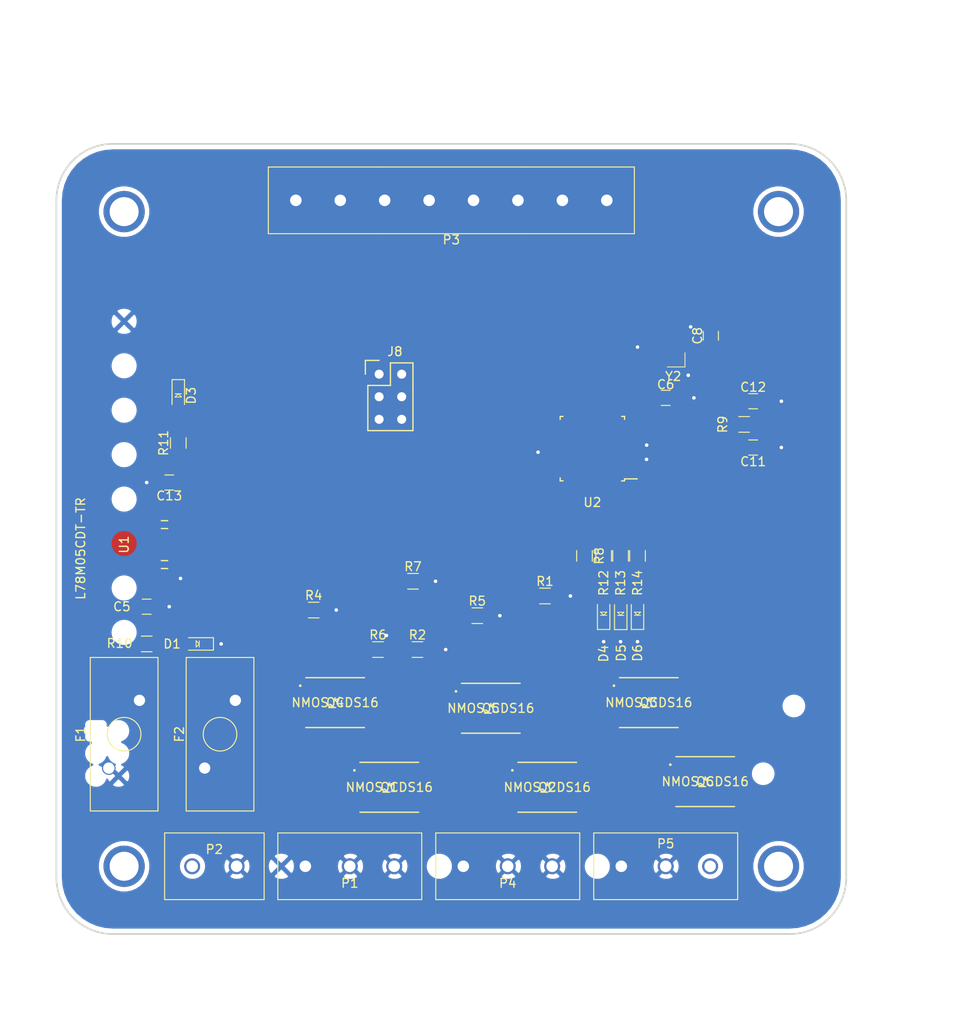
<source format=kicad_pcb>
(kicad_pcb (version 20171130) (host pcbnew 5.1.4-e60b266~84~ubuntu18.04.1)

  (general
    (thickness 1.6)
    (drawings 8)
    (tracks 113)
    (zones 0)
    (modules 45)
    (nets 32)
  )

  (page A4)
  (layers
    (0 F.Cu signal)
    (31 B.Cu signal)
    (32 B.Adhes user)
    (33 F.Adhes user)
    (34 B.Paste user)
    (35 F.Paste user)
    (36 B.SilkS user)
    (37 F.SilkS user)
    (38 B.Mask user)
    (39 F.Mask user)
    (40 Dwgs.User user)
    (41 Cmts.User user)
    (42 Eco1.User user)
    (43 Eco2.User user)
    (44 Edge.Cuts user)
    (45 Margin user)
    (46 B.CrtYd user)
    (47 F.CrtYd user)
    (48 B.Fab user)
    (49 F.Fab user)
  )

  (setup
    (last_trace_width 0.25)
    (user_trace_width 0.254)
    (user_trace_width 0.381)
    (user_trace_width 0.508)
    (user_trace_width 0.635)
    (trace_clearance 0.2)
    (zone_clearance 0.508)
    (zone_45_only no)
    (trace_min 0.2)
    (via_size 0.8)
    (via_drill 0.4)
    (via_min_size 0.4)
    (via_min_drill 0.3)
    (uvia_size 0.3)
    (uvia_drill 0.1)
    (uvias_allowed no)
    (uvia_min_size 0.2)
    (uvia_min_drill 0.1)
    (edge_width 0.05)
    (segment_width 0.2)
    (pcb_text_width 0.3)
    (pcb_text_size 1.5 1.5)
    (mod_edge_width 0.12)
    (mod_text_size 1 1)
    (mod_text_width 0.15)
    (pad_size 1.524 1.524)
    (pad_drill 0.762)
    (pad_to_mask_clearance 0.051)
    (solder_mask_min_width 0.25)
    (aux_axis_origin 0 0)
    (visible_elements FFFFF77F)
    (pcbplotparams
      (layerselection 0x010fc_ffffffff)
      (usegerberextensions false)
      (usegerberattributes false)
      (usegerberadvancedattributes false)
      (creategerberjobfile false)
      (excludeedgelayer true)
      (linewidth 0.100000)
      (plotframeref false)
      (viasonmask false)
      (mode 1)
      (useauxorigin false)
      (hpglpennumber 1)
      (hpglpenspeed 20)
      (hpglpendiameter 15.000000)
      (psnegative false)
      (psa4output false)
      (plotreference true)
      (plotvalue true)
      (plotinvisibletext false)
      (padsonsilk false)
      (subtractmaskfromsilk false)
      (outputformat 1)
      (mirror false)
      (drillshape 1)
      (scaleselection 1)
      (outputdirectory ""))
  )

  (net 0 "")
  (net 1 GND)
  (net 2 VCC)
  (net 3 /12V)
  (net 4 "Net-(C6-Pad1)")
  (net 5 "Net-(C8-Pad1)")
  (net 6 "Net-(C11-Pad2)")
  (net 7 "Net-(D1-Pad2)")
  (net 8 "Net-(D3-Pad2)")
  (net 9 "Net-(D4-Pad2)")
  (net 10 "Net-(D5-Pad2)")
  (net 11 "Net-(D6-Pad2)")
  (net 12 /MOSI)
  (net 13 /SCK)
  (net 14 /RESET)
  (net 15 /MISO)
  (net 16 /CS)
  (net 17 "/G0(IRQ)")
  (net 18 /ctrl_pin_1-1)
  (net 19 /ctrl_pin_2-1)
  (net 20 /ctrl_pin_3-1)
  (net 21 /ctrl_pin_1-2)
  (net 22 /ctrl_pin_2-2)
  (net 23 /ctrl_pin_3-2)
  (net 24 /PLED1)
  (net 25 /PLED2)
  (net 26 /PLED3)
  (net 27 /12V_Switch)
  (net 28 /12V_Solenoid1)
  (net 29 /12V_Solenoid2)
  (net 30 /12V_Solenoid3)
  (net 31 "Net-(F1-Pad2)")

  (net_class Default "This is the default net class."
    (clearance 0.2)
    (trace_width 0.25)
    (via_dia 0.8)
    (via_drill 0.4)
    (uvia_dia 0.3)
    (uvia_drill 0.1)
    (add_net /12V)
    (add_net /12V_Solenoid1)
    (add_net /12V_Solenoid2)
    (add_net /12V_Solenoid3)
    (add_net /12V_Switch)
    (add_net /CS)
    (add_net "/G0(IRQ)")
    (add_net /MISO)
    (add_net /MOSI)
    (add_net /PLED1)
    (add_net /PLED2)
    (add_net /PLED3)
    (add_net /RESET)
    (add_net /SCK)
    (add_net /ctrl_pin_1-1)
    (add_net /ctrl_pin_1-2)
    (add_net /ctrl_pin_2-1)
    (add_net /ctrl_pin_2-2)
    (add_net /ctrl_pin_3-1)
    (add_net /ctrl_pin_3-2)
    (add_net GND)
    (add_net "Net-(C11-Pad2)")
    (add_net "Net-(C6-Pad1)")
    (add_net "Net-(C8-Pad1)")
    (add_net "Net-(D1-Pad2)")
    (add_net "Net-(D3-Pad2)")
    (add_net "Net-(D4-Pad2)")
    (add_net "Net-(D5-Pad2)")
    (add_net "Net-(D6-Pad2)")
    (add_net "Net-(F1-Pad2)")
    (add_net VCC)
  )

  (module footprints:C_0805_OEM (layer F.Cu) (tedit 59F250E7) (tstamp 5DF63A4D)
    (at 181.2925 78.486)
    (descr "Capacitor SMD 0805, reflow soldering, AVX (see smccp.pdf)")
    (tags "capacitor 0805")
    (path /5DA71394)
    (attr smd)
    (fp_text reference C12 (at 0 -1.5875) (layer F.SilkS)
      (effects (font (size 1 1) (thickness 0.15)))
    )
    (fp_text value C_0.1uF (at 0 1.75) (layer F.Fab) hide
      (effects (font (size 1 1) (thickness 0.15)))
    )
    (fp_line (start -1 0.62) (end -1 -0.62) (layer F.Fab) (width 0.1))
    (fp_line (start 1 0.62) (end -1 0.62) (layer F.Fab) (width 0.1))
    (fp_line (start 1 -0.62) (end 1 0.62) (layer F.Fab) (width 0.1))
    (fp_line (start -1 -0.62) (end 1 -0.62) (layer F.Fab) (width 0.1))
    (fp_line (start 0.5 -0.85) (end -0.5 -0.85) (layer F.SilkS) (width 0.12))
    (fp_line (start -0.5 0.85) (end 0.5 0.85) (layer F.SilkS) (width 0.12))
    (fp_line (start -1.75 -0.88) (end 1.75 -0.88) (layer F.CrtYd) (width 0.05))
    (fp_line (start -1.75 -0.88) (end -1.75 0.87) (layer F.CrtYd) (width 0.05))
    (fp_line (start 1.75 0.87) (end 1.75 -0.88) (layer F.CrtYd) (width 0.05))
    (fp_line (start 1.75 0.87) (end -1.75 0.87) (layer F.CrtYd) (width 0.05))
    (pad 1 smd rect (at -1 0) (size 1 1.25) (layers F.Cu F.Paste F.Mask)
      (net 2 VCC))
    (pad 2 smd rect (at 1 0) (size 1 1.25) (layers F.Cu F.Paste F.Mask)
      (net 1 GND))
    (model /home/josh/Formula/OEM_Preferred_Parts/3DModels/C_0805_OEM/C_0805.wrl
      (at (xyz 0 0 0))
      (scale (xyz 1 1 1))
      (rotate (xyz 0 0 0))
    )
  )

  (module footprints:OSTTC080162 (layer F.Cu) (tedit 5DE5B98D) (tstamp 5DE715A6)
    (at 147.32 55.88)
    (path /5DE9C768)
    (fp_text reference P3 (at 0 4.445) (layer F.SilkS)
      (effects (font (size 1 1) (thickness 0.15)))
    )
    (fp_text value OSTTC08 (at 0 6.35) (layer F.Fab)
      (effects (font (size 1 1) (thickness 0.15)))
    )
    (fp_line (start 8.1 3.75) (end 20.6 3.75) (layer F.SilkS) (width 0.12))
    (fp_line (start 8.1 -3.75) (end 20.6 -3.75) (layer F.SilkS) (width 0.12))
    (fp_line (start -20.6 3.75) (end -8.1 3.75) (layer F.SilkS) (width 0.12))
    (fp_line (start -20.6 -3.75) (end -8.1 -3.75) (layer F.SilkS) (width 0.12))
    (fp_line (start -8.1 -3.75) (end 8.1 -3.75) (layer F.SilkS) (width 0.12))
    (fp_line (start 20.6 3.75) (end 20.6 -3.75) (layer F.SilkS) (width 0.12))
    (fp_line (start -20.6 3.75) (end -20.6 -3.75) (layer F.SilkS) (width 0.12))
    (fp_line (start -8.1 3.75) (end 8.1 3.75) (layer F.SilkS) (width 0.12))
    (pad 1 thru_hole circle (at -17.5 0) (size 1.8 1.8) (drill 1.3) (layers *.Cu *.Mask)
      (net 1 GND))
    (pad 2 thru_hole circle (at -12.5 0) (size 1.8 1.8) (drill 1.3) (layers *.Cu *.Mask)
      (net 2 VCC))
    (pad 8 thru_hole circle (at 17.5 0) (size 1.8 1.8) (drill 1.3) (layers *.Cu *.Mask)
      (net 17 "/G0(IRQ)"))
    (pad 7 thru_hole circle (at 12.5 0) (size 1.8 1.8) (drill 1.3) (layers *.Cu *.Mask)
      (net 14 /RESET))
    (pad 6 thru_hole circle (at 7.5 0) (size 1.8 1.8) (drill 1.3) (layers *.Cu *.Mask)
      (net 16 /CS))
    (pad 4 thru_hole circle (at -2.5 0) (size 1.8 1.8) (drill 1.3) (layers *.Cu *.Mask)
      (net 15 /MISO))
    (pad 5 thru_hole circle (at 2.5 0) (size 1.8 1.8) (drill 1.3) (layers *.Cu *.Mask)
      (net 12 /MOSI))
    (pad 3 thru_hole circle (at -7.5 0) (size 1.8 1.8) (drill 1.3) (layers *.Cu *.Mask)
      (net 13 /SCK))
  )

  (module footprints:Mounting_Hole_4-40 (layer F.Cu) (tedit 59D2C8FF) (tstamp 5DF60F99)
    (at 110.49 57.15)
    (fp_text reference REF** (at 0 3.81) (layer F.SilkS) hide
      (effects (font (size 1 1) (thickness 0.15)))
    )
    (fp_text value Mounting_Hole_4-40 (at 0 -3.81) (layer F.Fab) hide
      (effects (font (size 1 1) (thickness 0.15)))
    )
    (pad 1 thru_hole circle (at 0 0) (size 4.6482 4.6482) (drill 3.2639) (layers *.Cu *.Mask))
  )

  (module footprints:Mounting_Hole_4-40 (layer F.Cu) (tedit 59D2C8FF) (tstamp 5DF5FAF0)
    (at 184.15 130.81)
    (fp_text reference REF** (at 0 3.81) (layer F.SilkS) hide
      (effects (font (size 1 1) (thickness 0.15)))
    )
    (fp_text value Mounting_Hole_4-40 (at 0 -3.81) (layer F.Fab) hide
      (effects (font (size 1 1) (thickness 0.15)))
    )
    (pad 1 thru_hole circle (at 0 0) (size 4.6482 4.6482) (drill 3.2639) (layers *.Cu *.Mask))
  )

  (module footprints:Mounting_Hole_4-40 (layer F.Cu) (tedit 59D2C8FF) (tstamp 5DF5FA64)
    (at 110.49 130.81)
    (fp_text reference REF** (at 0 3.81) (layer F.SilkS) hide
      (effects (font (size 1 1) (thickness 0.15)))
    )
    (fp_text value Mounting_Hole_4-40 (at 0 -3.81) (layer F.Fab) hide
      (effects (font (size 1 1) (thickness 0.15)))
    )
    (pad 1 thru_hole circle (at 0 0) (size 4.6482 4.6482) (drill 3.2639) (layers *.Cu *.Mask))
  )

  (module footprints:Mounting_Hole_4-40 (layer F.Cu) (tedit 59D2C8FF) (tstamp 5DF5FAA2)
    (at 184.15 57.15)
    (fp_text reference REF** (at 0 3.81) (layer F.SilkS) hide
      (effects (font (size 1 1) (thickness 0.15)))
    )
    (fp_text value Mounting_Hole_4-40 (at 0 -3.81) (layer F.Fab) hide
      (effects (font (size 1 1) (thickness 0.15)))
    )
    (pad 1 thru_hole circle (at 0 0) (size 4.6482 4.6482) (drill 3.2639) (layers *.Cu *.Mask))
  )

  (module footprints:01530008Z (layer F.Cu) (tedit 5DF5609F) (tstamp 5DF65B72)
    (at 121.285 104.775)
    (path /5DF8F17C)
    (fp_text reference F2 (at -4.572 11.176 90) (layer F.SilkS)
      (effects (font (size 1 1) (thickness 0.15)))
    )
    (fp_text value 01530008Z (at -6.0325 11.176 90) (layer F.Fab)
      (effects (font (size 1 1) (thickness 0.15)))
    )
    (fp_line (start -3.81 2.54) (end 3.81 2.54) (layer F.SilkS) (width 0.12))
    (fp_line (start 3.81 2.54) (end 3.81 19.812) (layer F.SilkS) (width 0.12))
    (fp_line (start -3.81 2.54) (end -3.81 19.812) (layer F.SilkS) (width 0.12))
    (fp_line (start -3.81 19.812) (end 3.81 19.812) (layer F.SilkS) (width 0.12))
    (fp_circle (center 0 11.176) (end 1.8923 11.176) (layer F.SilkS) (width 0.12))
    (pad 1 thru_hole circle (at 1.7272 7.366) (size 1.524 1.524) (drill 1.27) (layers *.Cu *.Mask)
      (net 27 /12V_Switch))
    (pad 2 thru_hole circle (at -1.7272 14.986) (size 1.524 1.524) (drill 1.27) (layers *.Cu *.Mask)
      (net 3 /12V))
  )

  (module footprints:01530008Z (layer F.Cu) (tedit 5DF5609F) (tstamp 5DF647F5)
    (at 110.49 104.775)
    (path /5DF76EC6)
    (fp_text reference F1 (at -4.8895 11.176 90) (layer F.SilkS)
      (effects (font (size 1 1) (thickness 0.15)))
    )
    (fp_text value 01530008Z (at -6.35 11.1125 90) (layer F.Fab)
      (effects (font (size 1 1) (thickness 0.15)))
    )
    (fp_line (start -3.81 2.54) (end 3.81 2.54) (layer F.SilkS) (width 0.12))
    (fp_line (start 3.81 2.54) (end 3.81 19.812) (layer F.SilkS) (width 0.12))
    (fp_line (start -3.81 2.54) (end -3.81 19.812) (layer F.SilkS) (width 0.12))
    (fp_line (start -3.81 19.812) (end 3.81 19.812) (layer F.SilkS) (width 0.12))
    (fp_circle (center 0 11.176) (end 1.8923 11.176) (layer F.SilkS) (width 0.12))
    (pad 1 thru_hole circle (at 1.7272 7.366) (size 1.524 1.524) (drill 1.27) (layers *.Cu *.Mask)
      (net 3 /12V))
    (pad 2 thru_hole circle (at -1.7272 14.986) (size 1.524 1.524) (drill 1.27) (layers *.Cu *.Mask)
      (net 31 "Net-(F1-Pad2)"))
  )

  (module footprints:Pin_Header_Straight_2x03 (layer F.Cu) (tedit 5BB5911C) (tstamp 5DD022FA)
    (at 139.192 75.438)
    (descr "Through hole pin header")
    (tags "pin header")
    (path /5DE2F9C4)
    (fp_text reference J8 (at 1.778 -2.54) (layer F.SilkS)
      (effects (font (size 1 1) (thickness 0.15)))
    )
    (fp_text value CONN_02X03 (at 1.27 7.874) (layer F.Fab) hide
      (effects (font (size 1 1) (thickness 0.15)))
    )
    (fp_line (start -1.27 1.27) (end -1.27 6.35) (layer F.SilkS) (width 0.15))
    (fp_line (start -1.55 -1.55) (end 0 -1.55) (layer F.SilkS) (width 0.15))
    (fp_line (start -1.75 -1.75) (end -1.75 6.85) (layer F.CrtYd) (width 0.05))
    (fp_line (start 4.3 -1.75) (end 4.3 6.85) (layer F.CrtYd) (width 0.05))
    (fp_line (start -1.75 -1.75) (end 4.3 -1.75) (layer F.CrtYd) (width 0.05))
    (fp_line (start -1.75 6.85) (end 4.3 6.85) (layer F.CrtYd) (width 0.05))
    (fp_line (start 1.27 -1.27) (end 1.27 1.27) (layer F.SilkS) (width 0.15))
    (fp_line (start 1.27 1.27) (end -1.27 1.27) (layer F.SilkS) (width 0.15))
    (fp_line (start -1.27 6.35) (end 3.81 6.35) (layer F.SilkS) (width 0.15))
    (fp_line (start 3.81 6.35) (end 3.81 1.27) (layer F.SilkS) (width 0.15))
    (fp_line (start -1.55 -1.55) (end -1.55 0) (layer F.SilkS) (width 0.15))
    (fp_line (start 3.81 -1.27) (end 1.27 -1.27) (layer F.SilkS) (width 0.15))
    (fp_line (start 3.81 1.27) (end 3.81 -1.27) (layer F.SilkS) (width 0.15))
    (pad 1 thru_hole rect (at 0 0) (size 1.4 1.4) (drill 1.016) (layers *.Cu *.Mask)
      (net 15 /MISO))
    (pad 2 thru_hole circle (at 2.54 0) (size 1.4 1.4) (drill 1.016) (layers *.Cu *.Mask)
      (net 2 VCC))
    (pad 3 thru_hole circle (at 0 2.54) (size 1.4 1.4) (drill 1.016) (layers *.Cu *.Mask)
      (net 13 /SCK))
    (pad 4 thru_hole circle (at 2.54 2.54) (size 1.4 1.4) (drill 1.016) (layers *.Cu *.Mask)
      (net 12 /MOSI))
    (pad 5 thru_hole circle (at 0 5.08) (size 1.4 1.4) (drill 1.016) (layers *.Cu *.Mask)
      (net 14 /RESET))
    (pad 6 thru_hole circle (at 2.54 5.08) (size 1.4 1.4) (drill 1.016) (layers *.Cu *.Mask)
      (net 1 GND))
    (model Pin_Headers.3dshapes/Pin_Header_Straight_2x03.wrl
      (offset (xyz 1.269999980926514 -2.539999961853027 0))
      (scale (xyz 1 1 1))
      (rotate (xyz 0 0 90))
    )
  )

  (module footprints:OSTTC030162 (layer F.Cu) (tedit 5DE5B762) (tstamp 5DF5FC02)
    (at 171.45 130.81 180)
    (path /5DE85F66)
    (fp_text reference P5 (at 0 2.54) (layer F.SilkS)
      (effects (font (size 1 1) (thickness 0.15)))
    )
    (fp_text value OSTTC03 (at 0 -2.54) (layer F.Fab)
      (effects (font (size 1 1) (thickness 0.15)))
    )
    (fp_line (start 8.1 3.75) (end 8.1 -3.75) (layer F.SilkS) (width 0.12))
    (fp_line (start -8.1 3.75) (end -8.1 -3.75) (layer F.SilkS) (width 0.12))
    (fp_line (start -8.1 -3.75) (end 8.1 -3.75) (layer F.SilkS) (width 0.12))
    (fp_line (start -8.1 3.75) (end 8.1 3.75) (layer F.SilkS) (width 0.12))
    (pad 2 thru_hole circle (at 0 0 180) (size 1.8 1.8) (drill 1.3) (layers *.Cu *.Mask)
      (net 1 GND))
    (pad 3 thru_hole circle (at 5 0 180) (size 1.8 1.8) (drill 1.3) (layers *.Cu *.Mask)
      (net 1 GND))
    (pad 1 thru_hole circle (at -5 0 180) (size 1.8 1.8) (drill 1.3) (layers *.Cu *.Mask)
      (net 30 /12V_Solenoid3))
  )

  (module footprints:OSTTC030162 (layer F.Cu) (tedit 5DE5B762) (tstamp 5DF5FC7B)
    (at 153.67 130.81)
    (path /5DE7F97A)
    (fp_text reference P4 (at 0 1.905) (layer F.SilkS)
      (effects (font (size 1 1) (thickness 0.15)))
    )
    (fp_text value OSTTC03 (at 0 -2.54) (layer F.Fab)
      (effects (font (size 1 1) (thickness 0.15)))
    )
    (fp_line (start 8.1 3.75) (end 8.1 -3.75) (layer F.SilkS) (width 0.12))
    (fp_line (start -8.1 3.75) (end -8.1 -3.75) (layer F.SilkS) (width 0.12))
    (fp_line (start -8.1 -3.75) (end 8.1 -3.75) (layer F.SilkS) (width 0.12))
    (fp_line (start -8.1 3.75) (end 8.1 3.75) (layer F.SilkS) (width 0.12))
    (pad 2 thru_hole circle (at 0 0) (size 1.8 1.8) (drill 1.3) (layers *.Cu *.Mask)
      (net 1 GND))
    (pad 3 thru_hole circle (at 5 0) (size 1.8 1.8) (drill 1.3) (layers *.Cu *.Mask)
      (net 1 GND))
    (pad 1 thru_hole circle (at -5 0) (size 1.8 1.8) (drill 1.3) (layers *.Cu *.Mask)
      (net 29 /12V_Solenoid2))
  )

  (module footprints:OSTTC02 (layer F.Cu) (tedit 5DE5BBBC) (tstamp 5DE6FD62)
    (at 120.65 130.81)
    (path /5DEBC83F)
    (fp_text reference P2 (at 0 -1.905) (layer F.SilkS)
      (effects (font (size 1 1) (thickness 0.15)))
    )
    (fp_text value OSTTC02 (at 0 2.54) (layer F.Fab)
      (effects (font (size 1 1) (thickness 0.15)))
    )
    (fp_line (start -5.6 3.75) (end 5.6 3.75) (layer F.SilkS) (width 0.12))
    (fp_line (start -5.6 -3.75) (end 5.6 -3.75) (layer F.SilkS) (width 0.12))
    (fp_line (start 5.6 3.75) (end 5.6 -3.75) (layer F.SilkS) (width 0.12))
    (fp_line (start -5.6 3.75) (end -5.6 -3.75) (layer F.SilkS) (width 0.12))
    (pad 2 thru_hole circle (at 2.5 0) (size 1.8 1.8) (drill 1.3) (layers *.Cu *.Mask)
      (net 1 GND))
    (pad 1 thru_hole circle (at -2.5 0) (size 1.8 1.8) (drill 1.3) (layers *.Cu *.Mask)
      (net 31 "Net-(F1-Pad2)"))
  )

  (module footprints:OSTTC030162 (layer F.Cu) (tedit 5DE5B762) (tstamp 5DE6FD58)
    (at 135.89 130.81)
    (path /5DE79A1A)
    (fp_text reference P1 (at 0 1.905) (layer F.SilkS)
      (effects (font (size 1 1) (thickness 0.15)))
    )
    (fp_text value OSTTC03 (at 0 -2.54) (layer F.Fab)
      (effects (font (size 1 1) (thickness 0.15)))
    )
    (fp_line (start 8.1 3.75) (end 8.1 -3.75) (layer F.SilkS) (width 0.12))
    (fp_line (start -8.1 3.75) (end -8.1 -3.75) (layer F.SilkS) (width 0.12))
    (fp_line (start -8.1 -3.75) (end 8.1 -3.75) (layer F.SilkS) (width 0.12))
    (fp_line (start -8.1 3.75) (end 8.1 3.75) (layer F.SilkS) (width 0.12))
    (pad 2 thru_hole circle (at 0 0) (size 1.8 1.8) (drill 1.3) (layers *.Cu *.Mask)
      (net 1 GND))
    (pad 3 thru_hole circle (at 5 0) (size 1.8 1.8) (drill 1.3) (layers *.Cu *.Mask)
      (net 1 GND))
    (pad 1 thru_hole circle (at -5 0) (size 1.8 1.8) (drill 1.3) (layers *.Cu *.Mask)
      (net 28 /12V_Solenoid1))
  )

  (module footprints:CSD16322Q5 (layer F.Cu) (tedit 0) (tstamp 5DF637AD)
    (at 175.895 121.285)
    (path /5DFB08D1)
    (fp_text reference Q6 (at 0 0) (layer F.SilkS)
      (effects (font (size 1 1) (thickness 0.15)))
    )
    (fp_text value NMOS_CDS16 (at 0 0) (layer F.SilkS)
      (effects (font (size 1 1) (thickness 0.15)))
    )
    (fp_circle (center -3.9243 -1.905) (end -3.8481 -1.905) (layer F.Fab) (width 0.1524))
    (fp_circle (center -3.9243 -1.905) (end -3.8481 -1.905) (layer F.SilkS) (width 0.1524))
    (fp_arc (start 0 -2.5527) (end 0.3048 -2.5527) (angle 180) (layer F.Fab) (width 0.1524))
    (fp_line (start -1.778 2.159) (end -1.778 0.889) (layer Dwgs.User) (width 0.1524))
    (fp_line (start 0.127 2.159) (end -1.778 2.159) (layer Dwgs.User) (width 0.1524))
    (fp_line (start 0.127 0.889) (end 0.127 2.159) (layer Dwgs.User) (width 0.1524))
    (fp_line (start -1.778 0.889) (end 0.127 0.889) (layer Dwgs.User) (width 0.1524))
    (fp_line (start 0.381 2.159) (end 0.381 0.889) (layer Dwgs.User) (width 0.1524))
    (fp_line (start 2.286 2.159) (end 0.381 2.159) (layer Dwgs.User) (width 0.1524))
    (fp_line (start 2.286 0.889) (end 2.286 2.159) (layer Dwgs.User) (width 0.1524))
    (fp_line (start 0.381 0.889) (end 2.286 0.889) (layer Dwgs.User) (width 0.1524))
    (fp_line (start 0.381 -0.889) (end 0.381 -2.159) (layer Dwgs.User) (width 0.1524))
    (fp_line (start 2.286 -0.889) (end 0.381 -0.889) (layer Dwgs.User) (width 0.1524))
    (fp_line (start 2.286 -2.159) (end 2.286 -0.889) (layer Dwgs.User) (width 0.1524))
    (fp_line (start 0.381 -2.159) (end 2.286 -2.159) (layer Dwgs.User) (width 0.1524))
    (fp_line (start 0.381 0.635) (end 0.381 -0.635) (layer Dwgs.User) (width 0.1524))
    (fp_line (start 2.286 0.635) (end 0.381 0.635) (layer Dwgs.User) (width 0.1524))
    (fp_line (start 2.286 -0.635) (end 2.286 0.635) (layer Dwgs.User) (width 0.1524))
    (fp_line (start 0.381 -0.635) (end 2.286 -0.635) (layer Dwgs.User) (width 0.1524))
    (fp_line (start -1.778 0.635) (end -1.778 -0.635) (layer Dwgs.User) (width 0.1524))
    (fp_line (start 0.127 0.635) (end -1.778 0.635) (layer Dwgs.User) (width 0.1524))
    (fp_line (start 0.127 -0.635) (end 0.127 0.635) (layer Dwgs.User) (width 0.1524))
    (fp_line (start -1.778 -0.635) (end 0.127 -0.635) (layer Dwgs.User) (width 0.1524))
    (fp_line (start -1.778 -0.889) (end -1.778 -2.159) (layer Dwgs.User) (width 0.1524))
    (fp_line (start 0.127 -0.889) (end -1.778 -0.889) (layer Dwgs.User) (width 0.1524))
    (fp_line (start 0.127 -2.159) (end 0.127 -0.889) (layer Dwgs.User) (width 0.1524))
    (fp_line (start -1.778 -2.159) (end 0.127 -2.159) (layer Dwgs.User) (width 0.1524))
    (fp_line (start 2.5908 2.3368) (end 2.5908 -1.3462) (layer Dwgs.User) (width 0.1524))
    (fp_line (start -1.9558 2.3368) (end 2.5908 2.3368) (layer Dwgs.User) (width 0.1524))
    (fp_line (start -1.9558 -2.3368) (end -1.9558 2.3368) (layer Dwgs.User) (width 0.1524))
    (fp_line (start 2.5908 -2.3368) (end -1.9558 -2.3368) (layer Dwgs.User) (width 0.1524))
    (fp_line (start 2.5908 -1.3462) (end 2.5908 -2.3368) (layer Dwgs.User) (width 0.1524))
    (fp_line (start -1.905 -2.286) (end -1.905 -1.905) (layer Dwgs.User) (width 0.1524))
    (fp_line (start 2.54 -2.286) (end -1.905 -2.286) (layer Dwgs.User) (width 0.1524))
    (fp_line (start 2.54 2.286) (end 2.54 -2.286) (layer Dwgs.User) (width 0.1524))
    (fp_line (start -1.905 2.286) (end 2.54 2.286) (layer Dwgs.User) (width 0.1524))
    (fp_line (start -1.905 1.905) (end -1.905 2.286) (layer Dwgs.User) (width 0.1524))
    (fp_line (start -1.905 -1.905) (end -1.905 1.905) (layer Dwgs.User) (width 0.1524))
    (fp_line (start 3.4417 2.8067) (end -3.4417 2.8067) (layer F.CrtYd) (width 0.1524))
    (fp_line (start 3.4417 -2.8067) (end 3.4417 2.8067) (layer F.CrtYd) (width 0.1524))
    (fp_line (start -3.4417 -2.8067) (end 3.4417 -2.8067) (layer F.CrtYd) (width 0.1524))
    (fp_line (start -3.4417 2.8067) (end -3.4417 -2.8067) (layer F.CrtYd) (width 0.1524))
    (fp_line (start 3.189478 -2.262378) (end 2.398522 -2.262378) (layer Dwgs.User) (width 0.1524))
    (fp_line (start 3.189478 -1.547622) (end 3.189478 -2.262378) (layer Dwgs.User) (width 0.1524))
    (fp_line (start 2.398522 -1.547622) (end 3.189478 -1.547622) (layer Dwgs.User) (width 0.1524))
    (fp_line (start 2.398522 -2.262378) (end 2.398522 -1.547622) (layer Dwgs.User) (width 0.1524))
    (fp_line (start 3.189478 -0.992378) (end 2.398522 -0.992378) (layer Dwgs.User) (width 0.1524))
    (fp_line (start 3.189478 -0.277622) (end 3.189478 -0.992378) (layer Dwgs.User) (width 0.1524))
    (fp_line (start 2.398522 -0.277622) (end 3.189478 -0.277622) (layer Dwgs.User) (width 0.1524))
    (fp_line (start 2.398522 -0.992378) (end 2.398522 -0.277622) (layer Dwgs.User) (width 0.1524))
    (fp_line (start 3.189478 0.277622) (end 2.398522 0.277622) (layer Dwgs.User) (width 0.1524))
    (fp_line (start 3.189478 0.992378) (end 3.189478 0.277622) (layer Dwgs.User) (width 0.1524))
    (fp_line (start 2.398522 0.992378) (end 3.189478 0.992378) (layer Dwgs.User) (width 0.1524))
    (fp_line (start 2.398522 0.277622) (end 2.398522 0.992378) (layer Dwgs.User) (width 0.1524))
    (fp_line (start 3.189478 1.547622) (end 2.398522 1.547622) (layer Dwgs.User) (width 0.1524))
    (fp_line (start 3.189478 2.262378) (end 3.189478 1.547622) (layer Dwgs.User) (width 0.1524))
    (fp_line (start 2.398522 2.262378) (end 3.189478 2.262378) (layer Dwgs.User) (width 0.1524))
    (fp_line (start 2.398522 1.547622) (end 2.398522 2.262378) (layer Dwgs.User) (width 0.1524))
    (fp_line (start -2.398522 1.547622) (end -3.189478 1.547622) (layer Dwgs.User) (width 0.1524))
    (fp_line (start -2.398522 2.262378) (end -2.398522 1.547622) (layer Dwgs.User) (width 0.1524))
    (fp_line (start -3.189478 2.262378) (end -2.398522 2.262378) (layer Dwgs.User) (width 0.1524))
    (fp_line (start -3.189478 1.547622) (end -3.189478 2.262378) (layer Dwgs.User) (width 0.1524))
    (fp_line (start -2.398522 0.277622) (end -3.189478 0.277622) (layer Dwgs.User) (width 0.1524))
    (fp_line (start -2.398522 0.992378) (end -2.398522 0.277622) (layer Dwgs.User) (width 0.1524))
    (fp_line (start -3.189478 0.992378) (end -2.398522 0.992378) (layer Dwgs.User) (width 0.1524))
    (fp_line (start -3.189478 0.277622) (end -3.189478 0.992378) (layer Dwgs.User) (width 0.1524))
    (fp_line (start -2.398522 -0.992378) (end -3.189478 -0.992378) (layer Dwgs.User) (width 0.1524))
    (fp_line (start -2.398522 -0.277622) (end -2.398522 -0.992378) (layer Dwgs.User) (width 0.1524))
    (fp_line (start -3.189478 -0.277622) (end -2.398522 -0.277622) (layer Dwgs.User) (width 0.1524))
    (fp_line (start -3.189478 -0.992378) (end -3.189478 -0.277622) (layer Dwgs.User) (width 0.1524))
    (fp_line (start -2.398522 -2.262378) (end -3.189478 -2.262378) (layer Dwgs.User) (width 0.1524))
    (fp_line (start -2.398522 -1.547622) (end -2.398522 -2.262378) (layer Dwgs.User) (width 0.1524))
    (fp_line (start -3.189478 -1.547622) (end -2.398522 -1.547622) (layer Dwgs.User) (width 0.1524))
    (fp_line (start -3.189478 -2.262378) (end -3.189478 -1.547622) (layer Dwgs.User) (width 0.1524))
    (fp_line (start 3.187065 -2.259965) (end 2.400935 -2.259965) (layer Dwgs.User) (width 0.1524))
    (fp_line (start 3.187065 -1.550035) (end 3.187065 -2.259965) (layer Dwgs.User) (width 0.1524))
    (fp_line (start 2.400935 -1.550035) (end 3.187065 -1.550035) (layer Dwgs.User) (width 0.1524))
    (fp_line (start 2.400935 -2.259965) (end 2.400935 -1.550035) (layer Dwgs.User) (width 0.1524))
    (fp_line (start 3.187065 -0.989965) (end 2.400935 -0.989965) (layer Dwgs.User) (width 0.1524))
    (fp_line (start 3.187065 -0.280035) (end 3.187065 -0.989965) (layer Dwgs.User) (width 0.1524))
    (fp_line (start 2.400935 -0.280035) (end 3.187065 -0.280035) (layer Dwgs.User) (width 0.1524))
    (fp_line (start 2.400935 -0.989965) (end 2.400935 -0.280035) (layer Dwgs.User) (width 0.1524))
    (fp_line (start 3.187065 0.280035) (end 2.400935 0.280035) (layer Dwgs.User) (width 0.1524))
    (fp_line (start 3.187065 0.989965) (end 3.187065 0.280035) (layer Dwgs.User) (width 0.1524))
    (fp_line (start 2.400935 0.989965) (end 3.187065 0.989965) (layer Dwgs.User) (width 0.1524))
    (fp_line (start 2.400935 0.280035) (end 2.400935 0.989965) (layer Dwgs.User) (width 0.1524))
    (fp_line (start 3.187065 1.550035) (end 2.400935 1.550035) (layer Dwgs.User) (width 0.1524))
    (fp_line (start 3.187065 2.259965) (end 3.187065 1.550035) (layer Dwgs.User) (width 0.1524))
    (fp_line (start 2.400935 2.259965) (end 3.187065 2.259965) (layer Dwgs.User) (width 0.1524))
    (fp_line (start 2.400935 1.550035) (end 2.400935 2.259965) (layer Dwgs.User) (width 0.1524))
    (fp_line (start -2.400935 1.550035) (end -3.187065 1.550035) (layer Dwgs.User) (width 0.1524))
    (fp_line (start -2.400935 2.259965) (end -2.400935 1.550035) (layer Dwgs.User) (width 0.1524))
    (fp_line (start -3.187065 2.259965) (end -2.400935 2.259965) (layer Dwgs.User) (width 0.1524))
    (fp_line (start -3.187065 1.550035) (end -3.187065 2.259965) (layer Dwgs.User) (width 0.1524))
    (fp_line (start -2.400935 0.280035) (end -3.187065 0.280035) (layer Dwgs.User) (width 0.1524))
    (fp_line (start -2.400935 0.989965) (end -2.400935 0.280035) (layer Dwgs.User) (width 0.1524))
    (fp_line (start -3.187065 0.989965) (end -2.400935 0.989965) (layer Dwgs.User) (width 0.1524))
    (fp_line (start -3.187065 0.280035) (end -3.187065 0.989965) (layer Dwgs.User) (width 0.1524))
    (fp_line (start -2.400935 -0.989965) (end -3.187065 -0.989965) (layer Dwgs.User) (width 0.1524))
    (fp_line (start -2.400935 -0.280035) (end -2.400935 -0.989965) (layer Dwgs.User) (width 0.1524))
    (fp_line (start -3.187065 -0.280035) (end -2.400935 -0.280035) (layer Dwgs.User) (width 0.1524))
    (fp_line (start -3.187065 -0.989965) (end -3.187065 -0.280035) (layer Dwgs.User) (width 0.1524))
    (fp_line (start -2.400935 -2.259965) (end -3.187065 -2.259965) (layer Dwgs.User) (width 0.1524))
    (fp_line (start -2.400935 -1.550035) (end -2.400935 -2.259965) (layer Dwgs.User) (width 0.1524))
    (fp_line (start -3.187065 -1.550035) (end -2.400935 -1.550035) (layer Dwgs.User) (width 0.1524))
    (fp_line (start -3.187065 -2.259965) (end -3.187065 -1.550035) (layer Dwgs.User) (width 0.1524))
    (fp_line (start -3.048 -2.5527) (end -3.048 2.5527) (layer F.Fab) (width 0.1524))
    (fp_line (start 3.048 -2.5527) (end -3.048 -2.5527) (layer F.Fab) (width 0.1524))
    (fp_line (start 3.048 2.5527) (end 3.048 -2.5527) (layer F.Fab) (width 0.1524))
    (fp_line (start -3.048 2.5527) (end 3.048 2.5527) (layer F.Fab) (width 0.1524))
    (fp_line (start 3.302 -2.8067) (end -3.302 -2.8067) (layer F.SilkS) (width 0.1524))
    (fp_line (start -3.302 2.8067) (end 3.302 2.8067) (layer F.SilkS) (width 0.1524))
    (fp_text user * (at 0 0) (layer F.Fab)
      (effects (font (size 1 1) (thickness 0.15)))
    )
    (fp_text user * (at 0 0) (layer F.SilkS)
      (effects (font (size 1 1) (thickness 0.15)))
    )
    (fp_text user "Copyright 2016 Accelerated Designs. All rights reserved." (at 0 0) (layer Cmts.User)
      (effects (font (size 0.127 0.127) (thickness 0.002)))
    )
    (pad 8 smd rect (at 2.794 -1.905) (size 0.7874 0.7112) (layers F.Cu F.Paste F.Mask)
      (net 27 /12V_Switch))
    (pad 7 smd rect (at 2.794 -0.635) (size 0.7874 0.7112) (layers F.Cu F.Paste F.Mask)
      (net 27 /12V_Switch))
    (pad 6 smd rect (at 2.794 0.635) (size 0.7874 0.7112) (layers F.Cu F.Paste F.Mask)
      (net 27 /12V_Switch))
    (pad 5 smd rect (at 2.794 1.905) (size 0.7874 0.7112) (layers F.Cu F.Paste F.Mask)
      (net 27 /12V_Switch))
    (pad 4 smd rect (at -2.794 1.905) (size 0.7874 0.7112) (layers F.Cu F.Paste F.Mask)
      (net 23 /ctrl_pin_3-2))
    (pad 3 smd rect (at -2.794 0.635) (size 0.7874 0.7112) (layers F.Cu F.Paste F.Mask)
      (net 30 /12V_Solenoid3))
    (pad 2 smd rect (at -2.794 -0.635) (size 0.7874 0.7112) (layers F.Cu F.Paste F.Mask)
      (net 30 /12V_Solenoid3))
    (pad 1 smd rect (at -2.794 -1.905) (size 0.7874 0.7112) (layers F.Cu F.Paste F.Mask)
      (net 30 /12V_Solenoid3))
  )

  (module footprints:CSD16322Q5 (layer F.Cu) (tedit 0) (tstamp 5DF64035)
    (at 151.765 113.03)
    (path /5DFB08F5)
    (fp_text reference Q5 (at 0 0) (layer F.SilkS)
      (effects (font (size 1 1) (thickness 0.15)))
    )
    (fp_text value NMOS_CDS16 (at 0 0) (layer F.SilkS)
      (effects (font (size 1 1) (thickness 0.15)))
    )
    (fp_circle (center -3.9243 -1.905) (end -3.8481 -1.905) (layer F.Fab) (width 0.1524))
    (fp_circle (center -3.9243 -1.905) (end -3.8481 -1.905) (layer F.SilkS) (width 0.1524))
    (fp_arc (start 0 -2.5527) (end 0.3048 -2.5527) (angle 180) (layer F.Fab) (width 0.1524))
    (fp_line (start -1.778 2.159) (end -1.778 0.889) (layer Dwgs.User) (width 0.1524))
    (fp_line (start 0.127 2.159) (end -1.778 2.159) (layer Dwgs.User) (width 0.1524))
    (fp_line (start 0.127 0.889) (end 0.127 2.159) (layer Dwgs.User) (width 0.1524))
    (fp_line (start -1.778 0.889) (end 0.127 0.889) (layer Dwgs.User) (width 0.1524))
    (fp_line (start 0.381 2.159) (end 0.381 0.889) (layer Dwgs.User) (width 0.1524))
    (fp_line (start 2.286 2.159) (end 0.381 2.159) (layer Dwgs.User) (width 0.1524))
    (fp_line (start 2.286 0.889) (end 2.286 2.159) (layer Dwgs.User) (width 0.1524))
    (fp_line (start 0.381 0.889) (end 2.286 0.889) (layer Dwgs.User) (width 0.1524))
    (fp_line (start 0.381 -0.889) (end 0.381 -2.159) (layer Dwgs.User) (width 0.1524))
    (fp_line (start 2.286 -0.889) (end 0.381 -0.889) (layer Dwgs.User) (width 0.1524))
    (fp_line (start 2.286 -2.159) (end 2.286 -0.889) (layer Dwgs.User) (width 0.1524))
    (fp_line (start 0.381 -2.159) (end 2.286 -2.159) (layer Dwgs.User) (width 0.1524))
    (fp_line (start 0.381 0.635) (end 0.381 -0.635) (layer Dwgs.User) (width 0.1524))
    (fp_line (start 2.286 0.635) (end 0.381 0.635) (layer Dwgs.User) (width 0.1524))
    (fp_line (start 2.286 -0.635) (end 2.286 0.635) (layer Dwgs.User) (width 0.1524))
    (fp_line (start 0.381 -0.635) (end 2.286 -0.635) (layer Dwgs.User) (width 0.1524))
    (fp_line (start -1.778 0.635) (end -1.778 -0.635) (layer Dwgs.User) (width 0.1524))
    (fp_line (start 0.127 0.635) (end -1.778 0.635) (layer Dwgs.User) (width 0.1524))
    (fp_line (start 0.127 -0.635) (end 0.127 0.635) (layer Dwgs.User) (width 0.1524))
    (fp_line (start -1.778 -0.635) (end 0.127 -0.635) (layer Dwgs.User) (width 0.1524))
    (fp_line (start -1.778 -0.889) (end -1.778 -2.159) (layer Dwgs.User) (width 0.1524))
    (fp_line (start 0.127 -0.889) (end -1.778 -0.889) (layer Dwgs.User) (width 0.1524))
    (fp_line (start 0.127 -2.159) (end 0.127 -0.889) (layer Dwgs.User) (width 0.1524))
    (fp_line (start -1.778 -2.159) (end 0.127 -2.159) (layer Dwgs.User) (width 0.1524))
    (fp_line (start 2.5908 2.3368) (end 2.5908 -1.3462) (layer Dwgs.User) (width 0.1524))
    (fp_line (start -1.9558 2.3368) (end 2.5908 2.3368) (layer Dwgs.User) (width 0.1524))
    (fp_line (start -1.9558 -2.3368) (end -1.9558 2.3368) (layer Dwgs.User) (width 0.1524))
    (fp_line (start 2.5908 -2.3368) (end -1.9558 -2.3368) (layer Dwgs.User) (width 0.1524))
    (fp_line (start 2.5908 -1.3462) (end 2.5908 -2.3368) (layer Dwgs.User) (width 0.1524))
    (fp_line (start -1.905 -2.286) (end -1.905 -1.905) (layer Dwgs.User) (width 0.1524))
    (fp_line (start 2.54 -2.286) (end -1.905 -2.286) (layer Dwgs.User) (width 0.1524))
    (fp_line (start 2.54 2.286) (end 2.54 -2.286) (layer Dwgs.User) (width 0.1524))
    (fp_line (start -1.905 2.286) (end 2.54 2.286) (layer Dwgs.User) (width 0.1524))
    (fp_line (start -1.905 1.905) (end -1.905 2.286) (layer Dwgs.User) (width 0.1524))
    (fp_line (start -1.905 -1.905) (end -1.905 1.905) (layer Dwgs.User) (width 0.1524))
    (fp_line (start 3.4417 2.8067) (end -3.4417 2.8067) (layer F.CrtYd) (width 0.1524))
    (fp_line (start 3.4417 -2.8067) (end 3.4417 2.8067) (layer F.CrtYd) (width 0.1524))
    (fp_line (start -3.4417 -2.8067) (end 3.4417 -2.8067) (layer F.CrtYd) (width 0.1524))
    (fp_line (start -3.4417 2.8067) (end -3.4417 -2.8067) (layer F.CrtYd) (width 0.1524))
    (fp_line (start 3.189478 -2.262378) (end 2.398522 -2.262378) (layer Dwgs.User) (width 0.1524))
    (fp_line (start 3.189478 -1.547622) (end 3.189478 -2.262378) (layer Dwgs.User) (width 0.1524))
    (fp_line (start 2.398522 -1.547622) (end 3.189478 -1.547622) (layer Dwgs.User) (width 0.1524))
    (fp_line (start 2.398522 -2.262378) (end 2.398522 -1.547622) (layer Dwgs.User) (width 0.1524))
    (fp_line (start 3.189478 -0.992378) (end 2.398522 -0.992378) (layer Dwgs.User) (width 0.1524))
    (fp_line (start 3.189478 -0.277622) (end 3.189478 -0.992378) (layer Dwgs.User) (width 0.1524))
    (fp_line (start 2.398522 -0.277622) (end 3.189478 -0.277622) (layer Dwgs.User) (width 0.1524))
    (fp_line (start 2.398522 -0.992378) (end 2.398522 -0.277622) (layer Dwgs.User) (width 0.1524))
    (fp_line (start 3.189478 0.277622) (end 2.398522 0.277622) (layer Dwgs.User) (width 0.1524))
    (fp_line (start 3.189478 0.992378) (end 3.189478 0.277622) (layer Dwgs.User) (width 0.1524))
    (fp_line (start 2.398522 0.992378) (end 3.189478 0.992378) (layer Dwgs.User) (width 0.1524))
    (fp_line (start 2.398522 0.277622) (end 2.398522 0.992378) (layer Dwgs.User) (width 0.1524))
    (fp_line (start 3.189478 1.547622) (end 2.398522 1.547622) (layer Dwgs.User) (width 0.1524))
    (fp_line (start 3.189478 2.262378) (end 3.189478 1.547622) (layer Dwgs.User) (width 0.1524))
    (fp_line (start 2.398522 2.262378) (end 3.189478 2.262378) (layer Dwgs.User) (width 0.1524))
    (fp_line (start 2.398522 1.547622) (end 2.398522 2.262378) (layer Dwgs.User) (width 0.1524))
    (fp_line (start -2.398522 1.547622) (end -3.189478 1.547622) (layer Dwgs.User) (width 0.1524))
    (fp_line (start -2.398522 2.262378) (end -2.398522 1.547622) (layer Dwgs.User) (width 0.1524))
    (fp_line (start -3.189478 2.262378) (end -2.398522 2.262378) (layer Dwgs.User) (width 0.1524))
    (fp_line (start -3.189478 1.547622) (end -3.189478 2.262378) (layer Dwgs.User) (width 0.1524))
    (fp_line (start -2.398522 0.277622) (end -3.189478 0.277622) (layer Dwgs.User) (width 0.1524))
    (fp_line (start -2.398522 0.992378) (end -2.398522 0.277622) (layer Dwgs.User) (width 0.1524))
    (fp_line (start -3.189478 0.992378) (end -2.398522 0.992378) (layer Dwgs.User) (width 0.1524))
    (fp_line (start -3.189478 0.277622) (end -3.189478 0.992378) (layer Dwgs.User) (width 0.1524))
    (fp_line (start -2.398522 -0.992378) (end -3.189478 -0.992378) (layer Dwgs.User) (width 0.1524))
    (fp_line (start -2.398522 -0.277622) (end -2.398522 -0.992378) (layer Dwgs.User) (width 0.1524))
    (fp_line (start -3.189478 -0.277622) (end -2.398522 -0.277622) (layer Dwgs.User) (width 0.1524))
    (fp_line (start -3.189478 -0.992378) (end -3.189478 -0.277622) (layer Dwgs.User) (width 0.1524))
    (fp_line (start -2.398522 -2.262378) (end -3.189478 -2.262378) (layer Dwgs.User) (width 0.1524))
    (fp_line (start -2.398522 -1.547622) (end -2.398522 -2.262378) (layer Dwgs.User) (width 0.1524))
    (fp_line (start -3.189478 -1.547622) (end -2.398522 -1.547622) (layer Dwgs.User) (width 0.1524))
    (fp_line (start -3.189478 -2.262378) (end -3.189478 -1.547622) (layer Dwgs.User) (width 0.1524))
    (fp_line (start 3.187065 -2.259965) (end 2.400935 -2.259965) (layer Dwgs.User) (width 0.1524))
    (fp_line (start 3.187065 -1.550035) (end 3.187065 -2.259965) (layer Dwgs.User) (width 0.1524))
    (fp_line (start 2.400935 -1.550035) (end 3.187065 -1.550035) (layer Dwgs.User) (width 0.1524))
    (fp_line (start 2.400935 -2.259965) (end 2.400935 -1.550035) (layer Dwgs.User) (width 0.1524))
    (fp_line (start 3.187065 -0.989965) (end 2.400935 -0.989965) (layer Dwgs.User) (width 0.1524))
    (fp_line (start 3.187065 -0.280035) (end 3.187065 -0.989965) (layer Dwgs.User) (width 0.1524))
    (fp_line (start 2.400935 -0.280035) (end 3.187065 -0.280035) (layer Dwgs.User) (width 0.1524))
    (fp_line (start 2.400935 -0.989965) (end 2.400935 -0.280035) (layer Dwgs.User) (width 0.1524))
    (fp_line (start 3.187065 0.280035) (end 2.400935 0.280035) (layer Dwgs.User) (width 0.1524))
    (fp_line (start 3.187065 0.989965) (end 3.187065 0.280035) (layer Dwgs.User) (width 0.1524))
    (fp_line (start 2.400935 0.989965) (end 3.187065 0.989965) (layer Dwgs.User) (width 0.1524))
    (fp_line (start 2.400935 0.280035) (end 2.400935 0.989965) (layer Dwgs.User) (width 0.1524))
    (fp_line (start 3.187065 1.550035) (end 2.400935 1.550035) (layer Dwgs.User) (width 0.1524))
    (fp_line (start 3.187065 2.259965) (end 3.187065 1.550035) (layer Dwgs.User) (width 0.1524))
    (fp_line (start 2.400935 2.259965) (end 3.187065 2.259965) (layer Dwgs.User) (width 0.1524))
    (fp_line (start 2.400935 1.550035) (end 2.400935 2.259965) (layer Dwgs.User) (width 0.1524))
    (fp_line (start -2.400935 1.550035) (end -3.187065 1.550035) (layer Dwgs.User) (width 0.1524))
    (fp_line (start -2.400935 2.259965) (end -2.400935 1.550035) (layer Dwgs.User) (width 0.1524))
    (fp_line (start -3.187065 2.259965) (end -2.400935 2.259965) (layer Dwgs.User) (width 0.1524))
    (fp_line (start -3.187065 1.550035) (end -3.187065 2.259965) (layer Dwgs.User) (width 0.1524))
    (fp_line (start -2.400935 0.280035) (end -3.187065 0.280035) (layer Dwgs.User) (width 0.1524))
    (fp_line (start -2.400935 0.989965) (end -2.400935 0.280035) (layer Dwgs.User) (width 0.1524))
    (fp_line (start -3.187065 0.989965) (end -2.400935 0.989965) (layer Dwgs.User) (width 0.1524))
    (fp_line (start -3.187065 0.280035) (end -3.187065 0.989965) (layer Dwgs.User) (width 0.1524))
    (fp_line (start -2.400935 -0.989965) (end -3.187065 -0.989965) (layer Dwgs.User) (width 0.1524))
    (fp_line (start -2.400935 -0.280035) (end -2.400935 -0.989965) (layer Dwgs.User) (width 0.1524))
    (fp_line (start -3.187065 -0.280035) (end -2.400935 -0.280035) (layer Dwgs.User) (width 0.1524))
    (fp_line (start -3.187065 -0.989965) (end -3.187065 -0.280035) (layer Dwgs.User) (width 0.1524))
    (fp_line (start -2.400935 -2.259965) (end -3.187065 -2.259965) (layer Dwgs.User) (width 0.1524))
    (fp_line (start -2.400935 -1.550035) (end -2.400935 -2.259965) (layer Dwgs.User) (width 0.1524))
    (fp_line (start -3.187065 -1.550035) (end -2.400935 -1.550035) (layer Dwgs.User) (width 0.1524))
    (fp_line (start -3.187065 -2.259965) (end -3.187065 -1.550035) (layer Dwgs.User) (width 0.1524))
    (fp_line (start -3.048 -2.5527) (end -3.048 2.5527) (layer F.Fab) (width 0.1524))
    (fp_line (start 3.048 -2.5527) (end -3.048 -2.5527) (layer F.Fab) (width 0.1524))
    (fp_line (start 3.048 2.5527) (end 3.048 -2.5527) (layer F.Fab) (width 0.1524))
    (fp_line (start -3.048 2.5527) (end 3.048 2.5527) (layer F.Fab) (width 0.1524))
    (fp_line (start 3.302 -2.8067) (end -3.302 -2.8067) (layer F.SilkS) (width 0.1524))
    (fp_line (start -3.302 2.8067) (end 3.302 2.8067) (layer F.SilkS) (width 0.1524))
    (fp_text user * (at 0 0) (layer F.Fab)
      (effects (font (size 1 1) (thickness 0.15)))
    )
    (fp_text user * (at 0 0) (layer F.SilkS)
      (effects (font (size 1 1) (thickness 0.15)))
    )
    (fp_text user "Copyright 2016 Accelerated Designs. All rights reserved." (at 0 0) (layer Cmts.User)
      (effects (font (size 0.127 0.127) (thickness 0.002)))
    )
    (pad 8 smd rect (at 2.794 -1.905) (size 0.7874 0.7112) (layers F.Cu F.Paste F.Mask)
      (net 27 /12V_Switch))
    (pad 7 smd rect (at 2.794 -0.635) (size 0.7874 0.7112) (layers F.Cu F.Paste F.Mask)
      (net 27 /12V_Switch))
    (pad 6 smd rect (at 2.794 0.635) (size 0.7874 0.7112) (layers F.Cu F.Paste F.Mask)
      (net 27 /12V_Switch))
    (pad 5 smd rect (at 2.794 1.905) (size 0.7874 0.7112) (layers F.Cu F.Paste F.Mask)
      (net 27 /12V_Switch))
    (pad 4 smd rect (at -2.794 1.905) (size 0.7874 0.7112) (layers F.Cu F.Paste F.Mask)
      (net 22 /ctrl_pin_2-2))
    (pad 3 smd rect (at -2.794 0.635) (size 0.7874 0.7112) (layers F.Cu F.Paste F.Mask)
      (net 29 /12V_Solenoid2))
    (pad 2 smd rect (at -2.794 -0.635) (size 0.7874 0.7112) (layers F.Cu F.Paste F.Mask)
      (net 29 /12V_Solenoid2))
    (pad 1 smd rect (at -2.794 -1.905) (size 0.7874 0.7112) (layers F.Cu F.Paste F.Mask)
      (net 29 /12V_Solenoid2))
  )

  (module footprints:CSD16322Q5 (layer F.Cu) (tedit 0) (tstamp 5DF63D1A)
    (at 134.239 112.395)
    (path /5DFB091C)
    (fp_text reference Q4 (at 0 0) (layer F.SilkS)
      (effects (font (size 1 1) (thickness 0.15)))
    )
    (fp_text value NMOS_CDS16 (at 0 0) (layer F.SilkS)
      (effects (font (size 1 1) (thickness 0.15)))
    )
    (fp_circle (center -3.9243 -1.905) (end -3.8481 -1.905) (layer F.Fab) (width 0.1524))
    (fp_circle (center -3.9243 -1.905) (end -3.8481 -1.905) (layer F.SilkS) (width 0.1524))
    (fp_arc (start 0 -2.5527) (end 0.3048 -2.5527) (angle 180) (layer F.Fab) (width 0.1524))
    (fp_line (start -1.778 2.159) (end -1.778 0.889) (layer Dwgs.User) (width 0.1524))
    (fp_line (start 0.127 2.159) (end -1.778 2.159) (layer Dwgs.User) (width 0.1524))
    (fp_line (start 0.127 0.889) (end 0.127 2.159) (layer Dwgs.User) (width 0.1524))
    (fp_line (start -1.778 0.889) (end 0.127 0.889) (layer Dwgs.User) (width 0.1524))
    (fp_line (start 0.381 2.159) (end 0.381 0.889) (layer Dwgs.User) (width 0.1524))
    (fp_line (start 2.286 2.159) (end 0.381 2.159) (layer Dwgs.User) (width 0.1524))
    (fp_line (start 2.286 0.889) (end 2.286 2.159) (layer Dwgs.User) (width 0.1524))
    (fp_line (start 0.381 0.889) (end 2.286 0.889) (layer Dwgs.User) (width 0.1524))
    (fp_line (start 0.381 -0.889) (end 0.381 -2.159) (layer Dwgs.User) (width 0.1524))
    (fp_line (start 2.286 -0.889) (end 0.381 -0.889) (layer Dwgs.User) (width 0.1524))
    (fp_line (start 2.286 -2.159) (end 2.286 -0.889) (layer Dwgs.User) (width 0.1524))
    (fp_line (start 0.381 -2.159) (end 2.286 -2.159) (layer Dwgs.User) (width 0.1524))
    (fp_line (start 0.381 0.635) (end 0.381 -0.635) (layer Dwgs.User) (width 0.1524))
    (fp_line (start 2.286 0.635) (end 0.381 0.635) (layer Dwgs.User) (width 0.1524))
    (fp_line (start 2.286 -0.635) (end 2.286 0.635) (layer Dwgs.User) (width 0.1524))
    (fp_line (start 0.381 -0.635) (end 2.286 -0.635) (layer Dwgs.User) (width 0.1524))
    (fp_line (start -1.778 0.635) (end -1.778 -0.635) (layer Dwgs.User) (width 0.1524))
    (fp_line (start 0.127 0.635) (end -1.778 0.635) (layer Dwgs.User) (width 0.1524))
    (fp_line (start 0.127 -0.635) (end 0.127 0.635) (layer Dwgs.User) (width 0.1524))
    (fp_line (start -1.778 -0.635) (end 0.127 -0.635) (layer Dwgs.User) (width 0.1524))
    (fp_line (start -1.778 -0.889) (end -1.778 -2.159) (layer Dwgs.User) (width 0.1524))
    (fp_line (start 0.127 -0.889) (end -1.778 -0.889) (layer Dwgs.User) (width 0.1524))
    (fp_line (start 0.127 -2.159) (end 0.127 -0.889) (layer Dwgs.User) (width 0.1524))
    (fp_line (start -1.778 -2.159) (end 0.127 -2.159) (layer Dwgs.User) (width 0.1524))
    (fp_line (start 2.5908 2.3368) (end 2.5908 -1.3462) (layer Dwgs.User) (width 0.1524))
    (fp_line (start -1.9558 2.3368) (end 2.5908 2.3368) (layer Dwgs.User) (width 0.1524))
    (fp_line (start -1.9558 -2.3368) (end -1.9558 2.3368) (layer Dwgs.User) (width 0.1524))
    (fp_line (start 2.5908 -2.3368) (end -1.9558 -2.3368) (layer Dwgs.User) (width 0.1524))
    (fp_line (start 2.5908 -1.3462) (end 2.5908 -2.3368) (layer Dwgs.User) (width 0.1524))
    (fp_line (start -1.905 -2.286) (end -1.905 -1.905) (layer Dwgs.User) (width 0.1524))
    (fp_line (start 2.54 -2.286) (end -1.905 -2.286) (layer Dwgs.User) (width 0.1524))
    (fp_line (start 2.54 2.286) (end 2.54 -2.286) (layer Dwgs.User) (width 0.1524))
    (fp_line (start -1.905 2.286) (end 2.54 2.286) (layer Dwgs.User) (width 0.1524))
    (fp_line (start -1.905 1.905) (end -1.905 2.286) (layer Dwgs.User) (width 0.1524))
    (fp_line (start -1.905 -1.905) (end -1.905 1.905) (layer Dwgs.User) (width 0.1524))
    (fp_line (start 3.4417 2.8067) (end -3.4417 2.8067) (layer F.CrtYd) (width 0.1524))
    (fp_line (start 3.4417 -2.8067) (end 3.4417 2.8067) (layer F.CrtYd) (width 0.1524))
    (fp_line (start -3.4417 -2.8067) (end 3.4417 -2.8067) (layer F.CrtYd) (width 0.1524))
    (fp_line (start -3.4417 2.8067) (end -3.4417 -2.8067) (layer F.CrtYd) (width 0.1524))
    (fp_line (start 3.189478 -2.262378) (end 2.398522 -2.262378) (layer Dwgs.User) (width 0.1524))
    (fp_line (start 3.189478 -1.547622) (end 3.189478 -2.262378) (layer Dwgs.User) (width 0.1524))
    (fp_line (start 2.398522 -1.547622) (end 3.189478 -1.547622) (layer Dwgs.User) (width 0.1524))
    (fp_line (start 2.398522 -2.262378) (end 2.398522 -1.547622) (layer Dwgs.User) (width 0.1524))
    (fp_line (start 3.189478 -0.992378) (end 2.398522 -0.992378) (layer Dwgs.User) (width 0.1524))
    (fp_line (start 3.189478 -0.277622) (end 3.189478 -0.992378) (layer Dwgs.User) (width 0.1524))
    (fp_line (start 2.398522 -0.277622) (end 3.189478 -0.277622) (layer Dwgs.User) (width 0.1524))
    (fp_line (start 2.398522 -0.992378) (end 2.398522 -0.277622) (layer Dwgs.User) (width 0.1524))
    (fp_line (start 3.189478 0.277622) (end 2.398522 0.277622) (layer Dwgs.User) (width 0.1524))
    (fp_line (start 3.189478 0.992378) (end 3.189478 0.277622) (layer Dwgs.User) (width 0.1524))
    (fp_line (start 2.398522 0.992378) (end 3.189478 0.992378) (layer Dwgs.User) (width 0.1524))
    (fp_line (start 2.398522 0.277622) (end 2.398522 0.992378) (layer Dwgs.User) (width 0.1524))
    (fp_line (start 3.189478 1.547622) (end 2.398522 1.547622) (layer Dwgs.User) (width 0.1524))
    (fp_line (start 3.189478 2.262378) (end 3.189478 1.547622) (layer Dwgs.User) (width 0.1524))
    (fp_line (start 2.398522 2.262378) (end 3.189478 2.262378) (layer Dwgs.User) (width 0.1524))
    (fp_line (start 2.398522 1.547622) (end 2.398522 2.262378) (layer Dwgs.User) (width 0.1524))
    (fp_line (start -2.398522 1.547622) (end -3.189478 1.547622) (layer Dwgs.User) (width 0.1524))
    (fp_line (start -2.398522 2.262378) (end -2.398522 1.547622) (layer Dwgs.User) (width 0.1524))
    (fp_line (start -3.189478 2.262378) (end -2.398522 2.262378) (layer Dwgs.User) (width 0.1524))
    (fp_line (start -3.189478 1.547622) (end -3.189478 2.262378) (layer Dwgs.User) (width 0.1524))
    (fp_line (start -2.398522 0.277622) (end -3.189478 0.277622) (layer Dwgs.User) (width 0.1524))
    (fp_line (start -2.398522 0.992378) (end -2.398522 0.277622) (layer Dwgs.User) (width 0.1524))
    (fp_line (start -3.189478 0.992378) (end -2.398522 0.992378) (layer Dwgs.User) (width 0.1524))
    (fp_line (start -3.189478 0.277622) (end -3.189478 0.992378) (layer Dwgs.User) (width 0.1524))
    (fp_line (start -2.398522 -0.992378) (end -3.189478 -0.992378) (layer Dwgs.User) (width 0.1524))
    (fp_line (start -2.398522 -0.277622) (end -2.398522 -0.992378) (layer Dwgs.User) (width 0.1524))
    (fp_line (start -3.189478 -0.277622) (end -2.398522 -0.277622) (layer Dwgs.User) (width 0.1524))
    (fp_line (start -3.189478 -0.992378) (end -3.189478 -0.277622) (layer Dwgs.User) (width 0.1524))
    (fp_line (start -2.398522 -2.262378) (end -3.189478 -2.262378) (layer Dwgs.User) (width 0.1524))
    (fp_line (start -2.398522 -1.547622) (end -2.398522 -2.262378) (layer Dwgs.User) (width 0.1524))
    (fp_line (start -3.189478 -1.547622) (end -2.398522 -1.547622) (layer Dwgs.User) (width 0.1524))
    (fp_line (start -3.189478 -2.262378) (end -3.189478 -1.547622) (layer Dwgs.User) (width 0.1524))
    (fp_line (start 3.187065 -2.259965) (end 2.400935 -2.259965) (layer Dwgs.User) (width 0.1524))
    (fp_line (start 3.187065 -1.550035) (end 3.187065 -2.259965) (layer Dwgs.User) (width 0.1524))
    (fp_line (start 2.400935 -1.550035) (end 3.187065 -1.550035) (layer Dwgs.User) (width 0.1524))
    (fp_line (start 2.400935 -2.259965) (end 2.400935 -1.550035) (layer Dwgs.User) (width 0.1524))
    (fp_line (start 3.187065 -0.989965) (end 2.400935 -0.989965) (layer Dwgs.User) (width 0.1524))
    (fp_line (start 3.187065 -0.280035) (end 3.187065 -0.989965) (layer Dwgs.User) (width 0.1524))
    (fp_line (start 2.400935 -0.280035) (end 3.187065 -0.280035) (layer Dwgs.User) (width 0.1524))
    (fp_line (start 2.400935 -0.989965) (end 2.400935 -0.280035) (layer Dwgs.User) (width 0.1524))
    (fp_line (start 3.187065 0.280035) (end 2.400935 0.280035) (layer Dwgs.User) (width 0.1524))
    (fp_line (start 3.187065 0.989965) (end 3.187065 0.280035) (layer Dwgs.User) (width 0.1524))
    (fp_line (start 2.400935 0.989965) (end 3.187065 0.989965) (layer Dwgs.User) (width 0.1524))
    (fp_line (start 2.400935 0.280035) (end 2.400935 0.989965) (layer Dwgs.User) (width 0.1524))
    (fp_line (start 3.187065 1.550035) (end 2.400935 1.550035) (layer Dwgs.User) (width 0.1524))
    (fp_line (start 3.187065 2.259965) (end 3.187065 1.550035) (layer Dwgs.User) (width 0.1524))
    (fp_line (start 2.400935 2.259965) (end 3.187065 2.259965) (layer Dwgs.User) (width 0.1524))
    (fp_line (start 2.400935 1.550035) (end 2.400935 2.259965) (layer Dwgs.User) (width 0.1524))
    (fp_line (start -2.400935 1.550035) (end -3.187065 1.550035) (layer Dwgs.User) (width 0.1524))
    (fp_line (start -2.400935 2.259965) (end -2.400935 1.550035) (layer Dwgs.User) (width 0.1524))
    (fp_line (start -3.187065 2.259965) (end -2.400935 2.259965) (layer Dwgs.User) (width 0.1524))
    (fp_line (start -3.187065 1.550035) (end -3.187065 2.259965) (layer Dwgs.User) (width 0.1524))
    (fp_line (start -2.400935 0.280035) (end -3.187065 0.280035) (layer Dwgs.User) (width 0.1524))
    (fp_line (start -2.400935 0.989965) (end -2.400935 0.280035) (layer Dwgs.User) (width 0.1524))
    (fp_line (start -3.187065 0.989965) (end -2.400935 0.989965) (layer Dwgs.User) (width 0.1524))
    (fp_line (start -3.187065 0.280035) (end -3.187065 0.989965) (layer Dwgs.User) (width 0.1524))
    (fp_line (start -2.400935 -0.989965) (end -3.187065 -0.989965) (layer Dwgs.User) (width 0.1524))
    (fp_line (start -2.400935 -0.280035) (end -2.400935 -0.989965) (layer Dwgs.User) (width 0.1524))
    (fp_line (start -3.187065 -0.280035) (end -2.400935 -0.280035) (layer Dwgs.User) (width 0.1524))
    (fp_line (start -3.187065 -0.989965) (end -3.187065 -0.280035) (layer Dwgs.User) (width 0.1524))
    (fp_line (start -2.400935 -2.259965) (end -3.187065 -2.259965) (layer Dwgs.User) (width 0.1524))
    (fp_line (start -2.400935 -1.550035) (end -2.400935 -2.259965) (layer Dwgs.User) (width 0.1524))
    (fp_line (start -3.187065 -1.550035) (end -2.400935 -1.550035) (layer Dwgs.User) (width 0.1524))
    (fp_line (start -3.187065 -2.259965) (end -3.187065 -1.550035) (layer Dwgs.User) (width 0.1524))
    (fp_line (start -3.048 -2.5527) (end -3.048 2.5527) (layer F.Fab) (width 0.1524))
    (fp_line (start 3.048 -2.5527) (end -3.048 -2.5527) (layer F.Fab) (width 0.1524))
    (fp_line (start 3.048 2.5527) (end 3.048 -2.5527) (layer F.Fab) (width 0.1524))
    (fp_line (start -3.048 2.5527) (end 3.048 2.5527) (layer F.Fab) (width 0.1524))
    (fp_line (start 3.302 -2.8067) (end -3.302 -2.8067) (layer F.SilkS) (width 0.1524))
    (fp_line (start -3.302 2.8067) (end 3.302 2.8067) (layer F.SilkS) (width 0.1524))
    (fp_text user * (at 0 0) (layer F.Fab)
      (effects (font (size 1 1) (thickness 0.15)))
    )
    (fp_text user * (at 0 0) (layer F.SilkS)
      (effects (font (size 1 1) (thickness 0.15)))
    )
    (fp_text user "Copyright 2016 Accelerated Designs. All rights reserved." (at 0 0) (layer Cmts.User)
      (effects (font (size 0.127 0.127) (thickness 0.002)))
    )
    (pad 8 smd rect (at 2.794 -1.905) (size 0.7874 0.7112) (layers F.Cu F.Paste F.Mask)
      (net 27 /12V_Switch))
    (pad 7 smd rect (at 2.794 -0.635) (size 0.7874 0.7112) (layers F.Cu F.Paste F.Mask)
      (net 27 /12V_Switch))
    (pad 6 smd rect (at 2.794 0.635) (size 0.7874 0.7112) (layers F.Cu F.Paste F.Mask)
      (net 27 /12V_Switch))
    (pad 5 smd rect (at 2.794 1.905) (size 0.7874 0.7112) (layers F.Cu F.Paste F.Mask)
      (net 27 /12V_Switch))
    (pad 4 smd rect (at -2.794 1.905) (size 0.7874 0.7112) (layers F.Cu F.Paste F.Mask)
      (net 21 /ctrl_pin_1-2))
    (pad 3 smd rect (at -2.794 0.635) (size 0.7874 0.7112) (layers F.Cu F.Paste F.Mask)
      (net 28 /12V_Solenoid1))
    (pad 2 smd rect (at -2.794 -0.635) (size 0.7874 0.7112) (layers F.Cu F.Paste F.Mask)
      (net 28 /12V_Solenoid1))
    (pad 1 smd rect (at -2.794 -1.905) (size 0.7874 0.7112) (layers F.Cu F.Paste F.Mask)
      (net 28 /12V_Solenoid1))
  )

  (module footprints:CSD16322Q5 (layer F.Cu) (tedit 0) (tstamp 5DF63630)
    (at 169.545 112.395)
    (path /5DC05DE9)
    (fp_text reference Q3 (at 0 0) (layer F.SilkS)
      (effects (font (size 1 1) (thickness 0.15)))
    )
    (fp_text value NMOS_CDS16 (at 0 0) (layer F.SilkS)
      (effects (font (size 1 1) (thickness 0.15)))
    )
    (fp_circle (center -3.9243 -1.905) (end -3.8481 -1.905) (layer F.Fab) (width 0.1524))
    (fp_circle (center -3.9243 -1.905) (end -3.8481 -1.905) (layer F.SilkS) (width 0.1524))
    (fp_arc (start 0 -2.5527) (end 0.3048 -2.5527) (angle 180) (layer F.Fab) (width 0.1524))
    (fp_line (start -1.778 2.159) (end -1.778 0.889) (layer Dwgs.User) (width 0.1524))
    (fp_line (start 0.127 2.159) (end -1.778 2.159) (layer Dwgs.User) (width 0.1524))
    (fp_line (start 0.127 0.889) (end 0.127 2.159) (layer Dwgs.User) (width 0.1524))
    (fp_line (start -1.778 0.889) (end 0.127 0.889) (layer Dwgs.User) (width 0.1524))
    (fp_line (start 0.381 2.159) (end 0.381 0.889) (layer Dwgs.User) (width 0.1524))
    (fp_line (start 2.286 2.159) (end 0.381 2.159) (layer Dwgs.User) (width 0.1524))
    (fp_line (start 2.286 0.889) (end 2.286 2.159) (layer Dwgs.User) (width 0.1524))
    (fp_line (start 0.381 0.889) (end 2.286 0.889) (layer Dwgs.User) (width 0.1524))
    (fp_line (start 0.381 -0.889) (end 0.381 -2.159) (layer Dwgs.User) (width 0.1524))
    (fp_line (start 2.286 -0.889) (end 0.381 -0.889) (layer Dwgs.User) (width 0.1524))
    (fp_line (start 2.286 -2.159) (end 2.286 -0.889) (layer Dwgs.User) (width 0.1524))
    (fp_line (start 0.381 -2.159) (end 2.286 -2.159) (layer Dwgs.User) (width 0.1524))
    (fp_line (start 0.381 0.635) (end 0.381 -0.635) (layer Dwgs.User) (width 0.1524))
    (fp_line (start 2.286 0.635) (end 0.381 0.635) (layer Dwgs.User) (width 0.1524))
    (fp_line (start 2.286 -0.635) (end 2.286 0.635) (layer Dwgs.User) (width 0.1524))
    (fp_line (start 0.381 -0.635) (end 2.286 -0.635) (layer Dwgs.User) (width 0.1524))
    (fp_line (start -1.778 0.635) (end -1.778 -0.635) (layer Dwgs.User) (width 0.1524))
    (fp_line (start 0.127 0.635) (end -1.778 0.635) (layer Dwgs.User) (width 0.1524))
    (fp_line (start 0.127 -0.635) (end 0.127 0.635) (layer Dwgs.User) (width 0.1524))
    (fp_line (start -1.778 -0.635) (end 0.127 -0.635) (layer Dwgs.User) (width 0.1524))
    (fp_line (start -1.778 -0.889) (end -1.778 -2.159) (layer Dwgs.User) (width 0.1524))
    (fp_line (start 0.127 -0.889) (end -1.778 -0.889) (layer Dwgs.User) (width 0.1524))
    (fp_line (start 0.127 -2.159) (end 0.127 -0.889) (layer Dwgs.User) (width 0.1524))
    (fp_line (start -1.778 -2.159) (end 0.127 -2.159) (layer Dwgs.User) (width 0.1524))
    (fp_line (start 2.5908 2.3368) (end 2.5908 -1.3462) (layer Dwgs.User) (width 0.1524))
    (fp_line (start -1.9558 2.3368) (end 2.5908 2.3368) (layer Dwgs.User) (width 0.1524))
    (fp_line (start -1.9558 -2.3368) (end -1.9558 2.3368) (layer Dwgs.User) (width 0.1524))
    (fp_line (start 2.5908 -2.3368) (end -1.9558 -2.3368) (layer Dwgs.User) (width 0.1524))
    (fp_line (start 2.5908 -1.3462) (end 2.5908 -2.3368) (layer Dwgs.User) (width 0.1524))
    (fp_line (start -1.905 -2.286) (end -1.905 -1.905) (layer Dwgs.User) (width 0.1524))
    (fp_line (start 2.54 -2.286) (end -1.905 -2.286) (layer Dwgs.User) (width 0.1524))
    (fp_line (start 2.54 2.286) (end 2.54 -2.286) (layer Dwgs.User) (width 0.1524))
    (fp_line (start -1.905 2.286) (end 2.54 2.286) (layer Dwgs.User) (width 0.1524))
    (fp_line (start -1.905 1.905) (end -1.905 2.286) (layer Dwgs.User) (width 0.1524))
    (fp_line (start -1.905 -1.905) (end -1.905 1.905) (layer Dwgs.User) (width 0.1524))
    (fp_line (start 3.4417 2.8067) (end -3.4417 2.8067) (layer F.CrtYd) (width 0.1524))
    (fp_line (start 3.4417 -2.8067) (end 3.4417 2.8067) (layer F.CrtYd) (width 0.1524))
    (fp_line (start -3.4417 -2.8067) (end 3.4417 -2.8067) (layer F.CrtYd) (width 0.1524))
    (fp_line (start -3.4417 2.8067) (end -3.4417 -2.8067) (layer F.CrtYd) (width 0.1524))
    (fp_line (start 3.189478 -2.262378) (end 2.398522 -2.262378) (layer Dwgs.User) (width 0.1524))
    (fp_line (start 3.189478 -1.547622) (end 3.189478 -2.262378) (layer Dwgs.User) (width 0.1524))
    (fp_line (start 2.398522 -1.547622) (end 3.189478 -1.547622) (layer Dwgs.User) (width 0.1524))
    (fp_line (start 2.398522 -2.262378) (end 2.398522 -1.547622) (layer Dwgs.User) (width 0.1524))
    (fp_line (start 3.189478 -0.992378) (end 2.398522 -0.992378) (layer Dwgs.User) (width 0.1524))
    (fp_line (start 3.189478 -0.277622) (end 3.189478 -0.992378) (layer Dwgs.User) (width 0.1524))
    (fp_line (start 2.398522 -0.277622) (end 3.189478 -0.277622) (layer Dwgs.User) (width 0.1524))
    (fp_line (start 2.398522 -0.992378) (end 2.398522 -0.277622) (layer Dwgs.User) (width 0.1524))
    (fp_line (start 3.189478 0.277622) (end 2.398522 0.277622) (layer Dwgs.User) (width 0.1524))
    (fp_line (start 3.189478 0.992378) (end 3.189478 0.277622) (layer Dwgs.User) (width 0.1524))
    (fp_line (start 2.398522 0.992378) (end 3.189478 0.992378) (layer Dwgs.User) (width 0.1524))
    (fp_line (start 2.398522 0.277622) (end 2.398522 0.992378) (layer Dwgs.User) (width 0.1524))
    (fp_line (start 3.189478 1.547622) (end 2.398522 1.547622) (layer Dwgs.User) (width 0.1524))
    (fp_line (start 3.189478 2.262378) (end 3.189478 1.547622) (layer Dwgs.User) (width 0.1524))
    (fp_line (start 2.398522 2.262378) (end 3.189478 2.262378) (layer Dwgs.User) (width 0.1524))
    (fp_line (start 2.398522 1.547622) (end 2.398522 2.262378) (layer Dwgs.User) (width 0.1524))
    (fp_line (start -2.398522 1.547622) (end -3.189478 1.547622) (layer Dwgs.User) (width 0.1524))
    (fp_line (start -2.398522 2.262378) (end -2.398522 1.547622) (layer Dwgs.User) (width 0.1524))
    (fp_line (start -3.189478 2.262378) (end -2.398522 2.262378) (layer Dwgs.User) (width 0.1524))
    (fp_line (start -3.189478 1.547622) (end -3.189478 2.262378) (layer Dwgs.User) (width 0.1524))
    (fp_line (start -2.398522 0.277622) (end -3.189478 0.277622) (layer Dwgs.User) (width 0.1524))
    (fp_line (start -2.398522 0.992378) (end -2.398522 0.277622) (layer Dwgs.User) (width 0.1524))
    (fp_line (start -3.189478 0.992378) (end -2.398522 0.992378) (layer Dwgs.User) (width 0.1524))
    (fp_line (start -3.189478 0.277622) (end -3.189478 0.992378) (layer Dwgs.User) (width 0.1524))
    (fp_line (start -2.398522 -0.992378) (end -3.189478 -0.992378) (layer Dwgs.User) (width 0.1524))
    (fp_line (start -2.398522 -0.277622) (end -2.398522 -0.992378) (layer Dwgs.User) (width 0.1524))
    (fp_line (start -3.189478 -0.277622) (end -2.398522 -0.277622) (layer Dwgs.User) (width 0.1524))
    (fp_line (start -3.189478 -0.992378) (end -3.189478 -0.277622) (layer Dwgs.User) (width 0.1524))
    (fp_line (start -2.398522 -2.262378) (end -3.189478 -2.262378) (layer Dwgs.User) (width 0.1524))
    (fp_line (start -2.398522 -1.547622) (end -2.398522 -2.262378) (layer Dwgs.User) (width 0.1524))
    (fp_line (start -3.189478 -1.547622) (end -2.398522 -1.547622) (layer Dwgs.User) (width 0.1524))
    (fp_line (start -3.189478 -2.262378) (end -3.189478 -1.547622) (layer Dwgs.User) (width 0.1524))
    (fp_line (start 3.187065 -2.259965) (end 2.400935 -2.259965) (layer Dwgs.User) (width 0.1524))
    (fp_line (start 3.187065 -1.550035) (end 3.187065 -2.259965) (layer Dwgs.User) (width 0.1524))
    (fp_line (start 2.400935 -1.550035) (end 3.187065 -1.550035) (layer Dwgs.User) (width 0.1524))
    (fp_line (start 2.400935 -2.259965) (end 2.400935 -1.550035) (layer Dwgs.User) (width 0.1524))
    (fp_line (start 3.187065 -0.989965) (end 2.400935 -0.989965) (layer Dwgs.User) (width 0.1524))
    (fp_line (start 3.187065 -0.280035) (end 3.187065 -0.989965) (layer Dwgs.User) (width 0.1524))
    (fp_line (start 2.400935 -0.280035) (end 3.187065 -0.280035) (layer Dwgs.User) (width 0.1524))
    (fp_line (start 2.400935 -0.989965) (end 2.400935 -0.280035) (layer Dwgs.User) (width 0.1524))
    (fp_line (start 3.187065 0.280035) (end 2.400935 0.280035) (layer Dwgs.User) (width 0.1524))
    (fp_line (start 3.187065 0.989965) (end 3.187065 0.280035) (layer Dwgs.User) (width 0.1524))
    (fp_line (start 2.400935 0.989965) (end 3.187065 0.989965) (layer Dwgs.User) (width 0.1524))
    (fp_line (start 2.400935 0.280035) (end 2.400935 0.989965) (layer Dwgs.User) (width 0.1524))
    (fp_line (start 3.187065 1.550035) (end 2.400935 1.550035) (layer Dwgs.User) (width 0.1524))
    (fp_line (start 3.187065 2.259965) (end 3.187065 1.550035) (layer Dwgs.User) (width 0.1524))
    (fp_line (start 2.400935 2.259965) (end 3.187065 2.259965) (layer Dwgs.User) (width 0.1524))
    (fp_line (start 2.400935 1.550035) (end 2.400935 2.259965) (layer Dwgs.User) (width 0.1524))
    (fp_line (start -2.400935 1.550035) (end -3.187065 1.550035) (layer Dwgs.User) (width 0.1524))
    (fp_line (start -2.400935 2.259965) (end -2.400935 1.550035) (layer Dwgs.User) (width 0.1524))
    (fp_line (start -3.187065 2.259965) (end -2.400935 2.259965) (layer Dwgs.User) (width 0.1524))
    (fp_line (start -3.187065 1.550035) (end -3.187065 2.259965) (layer Dwgs.User) (width 0.1524))
    (fp_line (start -2.400935 0.280035) (end -3.187065 0.280035) (layer Dwgs.User) (width 0.1524))
    (fp_line (start -2.400935 0.989965) (end -2.400935 0.280035) (layer Dwgs.User) (width 0.1524))
    (fp_line (start -3.187065 0.989965) (end -2.400935 0.989965) (layer Dwgs.User) (width 0.1524))
    (fp_line (start -3.187065 0.280035) (end -3.187065 0.989965) (layer Dwgs.User) (width 0.1524))
    (fp_line (start -2.400935 -0.989965) (end -3.187065 -0.989965) (layer Dwgs.User) (width 0.1524))
    (fp_line (start -2.400935 -0.280035) (end -2.400935 -0.989965) (layer Dwgs.User) (width 0.1524))
    (fp_line (start -3.187065 -0.280035) (end -2.400935 -0.280035) (layer Dwgs.User) (width 0.1524))
    (fp_line (start -3.187065 -0.989965) (end -3.187065 -0.280035) (layer Dwgs.User) (width 0.1524))
    (fp_line (start -2.400935 -2.259965) (end -3.187065 -2.259965) (layer Dwgs.User) (width 0.1524))
    (fp_line (start -2.400935 -1.550035) (end -2.400935 -2.259965) (layer Dwgs.User) (width 0.1524))
    (fp_line (start -3.187065 -1.550035) (end -2.400935 -1.550035) (layer Dwgs.User) (width 0.1524))
    (fp_line (start -3.187065 -2.259965) (end -3.187065 -1.550035) (layer Dwgs.User) (width 0.1524))
    (fp_line (start -3.048 -2.5527) (end -3.048 2.5527) (layer F.Fab) (width 0.1524))
    (fp_line (start 3.048 -2.5527) (end -3.048 -2.5527) (layer F.Fab) (width 0.1524))
    (fp_line (start 3.048 2.5527) (end 3.048 -2.5527) (layer F.Fab) (width 0.1524))
    (fp_line (start -3.048 2.5527) (end 3.048 2.5527) (layer F.Fab) (width 0.1524))
    (fp_line (start 3.302 -2.8067) (end -3.302 -2.8067) (layer F.SilkS) (width 0.1524))
    (fp_line (start -3.302 2.8067) (end 3.302 2.8067) (layer F.SilkS) (width 0.1524))
    (fp_text user * (at 0 0) (layer F.Fab)
      (effects (font (size 1 1) (thickness 0.15)))
    )
    (fp_text user * (at 0 0) (layer F.SilkS)
      (effects (font (size 1 1) (thickness 0.15)))
    )
    (fp_text user "Copyright 2016 Accelerated Designs. All rights reserved." (at 0 0) (layer Cmts.User)
      (effects (font (size 0.127 0.127) (thickness 0.002)))
    )
    (pad 8 smd rect (at 2.794 -1.905) (size 0.7874 0.7112) (layers F.Cu F.Paste F.Mask)
      (net 27 /12V_Switch))
    (pad 7 smd rect (at 2.794 -0.635) (size 0.7874 0.7112) (layers F.Cu F.Paste F.Mask)
      (net 27 /12V_Switch))
    (pad 6 smd rect (at 2.794 0.635) (size 0.7874 0.7112) (layers F.Cu F.Paste F.Mask)
      (net 27 /12V_Switch))
    (pad 5 smd rect (at 2.794 1.905) (size 0.7874 0.7112) (layers F.Cu F.Paste F.Mask)
      (net 27 /12V_Switch))
    (pad 4 smd rect (at -2.794 1.905) (size 0.7874 0.7112) (layers F.Cu F.Paste F.Mask)
      (net 20 /ctrl_pin_3-1))
    (pad 3 smd rect (at -2.794 0.635) (size 0.7874 0.7112) (layers F.Cu F.Paste F.Mask)
      (net 30 /12V_Solenoid3))
    (pad 2 smd rect (at -2.794 -0.635) (size 0.7874 0.7112) (layers F.Cu F.Paste F.Mask)
      (net 30 /12V_Solenoid3))
    (pad 1 smd rect (at -2.794 -1.905) (size 0.7874 0.7112) (layers F.Cu F.Paste F.Mask)
      (net 30 /12V_Solenoid3))
  )

  (module footprints:CSD16322Q5 (layer F.Cu) (tedit 0) (tstamp 5DF632DF)
    (at 158.115 121.92)
    (path /5DCE65D8)
    (fp_text reference Q2 (at 0 0) (layer F.SilkS)
      (effects (font (size 1 1) (thickness 0.15)))
    )
    (fp_text value NMOS_CDS16 (at 0 0) (layer F.SilkS)
      (effects (font (size 1 1) (thickness 0.15)))
    )
    (fp_circle (center -3.9243 -1.905) (end -3.8481 -1.905) (layer F.Fab) (width 0.1524))
    (fp_circle (center -3.9243 -1.905) (end -3.8481 -1.905) (layer F.SilkS) (width 0.1524))
    (fp_arc (start 0 -2.5527) (end 0.3048 -2.5527) (angle 180) (layer F.Fab) (width 0.1524))
    (fp_line (start -1.778 2.159) (end -1.778 0.889) (layer Dwgs.User) (width 0.1524))
    (fp_line (start 0.127 2.159) (end -1.778 2.159) (layer Dwgs.User) (width 0.1524))
    (fp_line (start 0.127 0.889) (end 0.127 2.159) (layer Dwgs.User) (width 0.1524))
    (fp_line (start -1.778 0.889) (end 0.127 0.889) (layer Dwgs.User) (width 0.1524))
    (fp_line (start 0.381 2.159) (end 0.381 0.889) (layer Dwgs.User) (width 0.1524))
    (fp_line (start 2.286 2.159) (end 0.381 2.159) (layer Dwgs.User) (width 0.1524))
    (fp_line (start 2.286 0.889) (end 2.286 2.159) (layer Dwgs.User) (width 0.1524))
    (fp_line (start 0.381 0.889) (end 2.286 0.889) (layer Dwgs.User) (width 0.1524))
    (fp_line (start 0.381 -0.889) (end 0.381 -2.159) (layer Dwgs.User) (width 0.1524))
    (fp_line (start 2.286 -0.889) (end 0.381 -0.889) (layer Dwgs.User) (width 0.1524))
    (fp_line (start 2.286 -2.159) (end 2.286 -0.889) (layer Dwgs.User) (width 0.1524))
    (fp_line (start 0.381 -2.159) (end 2.286 -2.159) (layer Dwgs.User) (width 0.1524))
    (fp_line (start 0.381 0.635) (end 0.381 -0.635) (layer Dwgs.User) (width 0.1524))
    (fp_line (start 2.286 0.635) (end 0.381 0.635) (layer Dwgs.User) (width 0.1524))
    (fp_line (start 2.286 -0.635) (end 2.286 0.635) (layer Dwgs.User) (width 0.1524))
    (fp_line (start 0.381 -0.635) (end 2.286 -0.635) (layer Dwgs.User) (width 0.1524))
    (fp_line (start -1.778 0.635) (end -1.778 -0.635) (layer Dwgs.User) (width 0.1524))
    (fp_line (start 0.127 0.635) (end -1.778 0.635) (layer Dwgs.User) (width 0.1524))
    (fp_line (start 0.127 -0.635) (end 0.127 0.635) (layer Dwgs.User) (width 0.1524))
    (fp_line (start -1.778 -0.635) (end 0.127 -0.635) (layer Dwgs.User) (width 0.1524))
    (fp_line (start -1.778 -0.889) (end -1.778 -2.159) (layer Dwgs.User) (width 0.1524))
    (fp_line (start 0.127 -0.889) (end -1.778 -0.889) (layer Dwgs.User) (width 0.1524))
    (fp_line (start 0.127 -2.159) (end 0.127 -0.889) (layer Dwgs.User) (width 0.1524))
    (fp_line (start -1.778 -2.159) (end 0.127 -2.159) (layer Dwgs.User) (width 0.1524))
    (fp_line (start 2.5908 2.3368) (end 2.5908 -1.3462) (layer Dwgs.User) (width 0.1524))
    (fp_line (start -1.9558 2.3368) (end 2.5908 2.3368) (layer Dwgs.User) (width 0.1524))
    (fp_line (start -1.9558 -2.3368) (end -1.9558 2.3368) (layer Dwgs.User) (width 0.1524))
    (fp_line (start 2.5908 -2.3368) (end -1.9558 -2.3368) (layer Dwgs.User) (width 0.1524))
    (fp_line (start 2.5908 -1.3462) (end 2.5908 -2.3368) (layer Dwgs.User) (width 0.1524))
    (fp_line (start -1.905 -2.286) (end -1.905 -1.905) (layer Dwgs.User) (width 0.1524))
    (fp_line (start 2.54 -2.286) (end -1.905 -2.286) (layer Dwgs.User) (width 0.1524))
    (fp_line (start 2.54 2.286) (end 2.54 -2.286) (layer Dwgs.User) (width 0.1524))
    (fp_line (start -1.905 2.286) (end 2.54 2.286) (layer Dwgs.User) (width 0.1524))
    (fp_line (start -1.905 1.905) (end -1.905 2.286) (layer Dwgs.User) (width 0.1524))
    (fp_line (start -1.905 -1.905) (end -1.905 1.905) (layer Dwgs.User) (width 0.1524))
    (fp_line (start 3.4417 2.8067) (end -3.4417 2.8067) (layer F.CrtYd) (width 0.1524))
    (fp_line (start 3.4417 -2.8067) (end 3.4417 2.8067) (layer F.CrtYd) (width 0.1524))
    (fp_line (start -3.4417 -2.8067) (end 3.4417 -2.8067) (layer F.CrtYd) (width 0.1524))
    (fp_line (start -3.4417 2.8067) (end -3.4417 -2.8067) (layer F.CrtYd) (width 0.1524))
    (fp_line (start 3.189478 -2.262378) (end 2.398522 -2.262378) (layer Dwgs.User) (width 0.1524))
    (fp_line (start 3.189478 -1.547622) (end 3.189478 -2.262378) (layer Dwgs.User) (width 0.1524))
    (fp_line (start 2.398522 -1.547622) (end 3.189478 -1.547622) (layer Dwgs.User) (width 0.1524))
    (fp_line (start 2.398522 -2.262378) (end 2.398522 -1.547622) (layer Dwgs.User) (width 0.1524))
    (fp_line (start 3.189478 -0.992378) (end 2.398522 -0.992378) (layer Dwgs.User) (width 0.1524))
    (fp_line (start 3.189478 -0.277622) (end 3.189478 -0.992378) (layer Dwgs.User) (width 0.1524))
    (fp_line (start 2.398522 -0.277622) (end 3.189478 -0.277622) (layer Dwgs.User) (width 0.1524))
    (fp_line (start 2.398522 -0.992378) (end 2.398522 -0.277622) (layer Dwgs.User) (width 0.1524))
    (fp_line (start 3.189478 0.277622) (end 2.398522 0.277622) (layer Dwgs.User) (width 0.1524))
    (fp_line (start 3.189478 0.992378) (end 3.189478 0.277622) (layer Dwgs.User) (width 0.1524))
    (fp_line (start 2.398522 0.992378) (end 3.189478 0.992378) (layer Dwgs.User) (width 0.1524))
    (fp_line (start 2.398522 0.277622) (end 2.398522 0.992378) (layer Dwgs.User) (width 0.1524))
    (fp_line (start 3.189478 1.547622) (end 2.398522 1.547622) (layer Dwgs.User) (width 0.1524))
    (fp_line (start 3.189478 2.262378) (end 3.189478 1.547622) (layer Dwgs.User) (width 0.1524))
    (fp_line (start 2.398522 2.262378) (end 3.189478 2.262378) (layer Dwgs.User) (width 0.1524))
    (fp_line (start 2.398522 1.547622) (end 2.398522 2.262378) (layer Dwgs.User) (width 0.1524))
    (fp_line (start -2.398522 1.547622) (end -3.189478 1.547622) (layer Dwgs.User) (width 0.1524))
    (fp_line (start -2.398522 2.262378) (end -2.398522 1.547622) (layer Dwgs.User) (width 0.1524))
    (fp_line (start -3.189478 2.262378) (end -2.398522 2.262378) (layer Dwgs.User) (width 0.1524))
    (fp_line (start -3.189478 1.547622) (end -3.189478 2.262378) (layer Dwgs.User) (width 0.1524))
    (fp_line (start -2.398522 0.277622) (end -3.189478 0.277622) (layer Dwgs.User) (width 0.1524))
    (fp_line (start -2.398522 0.992378) (end -2.398522 0.277622) (layer Dwgs.User) (width 0.1524))
    (fp_line (start -3.189478 0.992378) (end -2.398522 0.992378) (layer Dwgs.User) (width 0.1524))
    (fp_line (start -3.189478 0.277622) (end -3.189478 0.992378) (layer Dwgs.User) (width 0.1524))
    (fp_line (start -2.398522 -0.992378) (end -3.189478 -0.992378) (layer Dwgs.User) (width 0.1524))
    (fp_line (start -2.398522 -0.277622) (end -2.398522 -0.992378) (layer Dwgs.User) (width 0.1524))
    (fp_line (start -3.189478 -0.277622) (end -2.398522 -0.277622) (layer Dwgs.User) (width 0.1524))
    (fp_line (start -3.189478 -0.992378) (end -3.189478 -0.277622) (layer Dwgs.User) (width 0.1524))
    (fp_line (start -2.398522 -2.262378) (end -3.189478 -2.262378) (layer Dwgs.User) (width 0.1524))
    (fp_line (start -2.398522 -1.547622) (end -2.398522 -2.262378) (layer Dwgs.User) (width 0.1524))
    (fp_line (start -3.189478 -1.547622) (end -2.398522 -1.547622) (layer Dwgs.User) (width 0.1524))
    (fp_line (start -3.189478 -2.262378) (end -3.189478 -1.547622) (layer Dwgs.User) (width 0.1524))
    (fp_line (start 3.187065 -2.259965) (end 2.400935 -2.259965) (layer Dwgs.User) (width 0.1524))
    (fp_line (start 3.187065 -1.550035) (end 3.187065 -2.259965) (layer Dwgs.User) (width 0.1524))
    (fp_line (start 2.400935 -1.550035) (end 3.187065 -1.550035) (layer Dwgs.User) (width 0.1524))
    (fp_line (start 2.400935 -2.259965) (end 2.400935 -1.550035) (layer Dwgs.User) (width 0.1524))
    (fp_line (start 3.187065 -0.989965) (end 2.400935 -0.989965) (layer Dwgs.User) (width 0.1524))
    (fp_line (start 3.187065 -0.280035) (end 3.187065 -0.989965) (layer Dwgs.User) (width 0.1524))
    (fp_line (start 2.400935 -0.280035) (end 3.187065 -0.280035) (layer Dwgs.User) (width 0.1524))
    (fp_line (start 2.400935 -0.989965) (end 2.400935 -0.280035) (layer Dwgs.User) (width 0.1524))
    (fp_line (start 3.187065 0.280035) (end 2.400935 0.280035) (layer Dwgs.User) (width 0.1524))
    (fp_line (start 3.187065 0.989965) (end 3.187065 0.280035) (layer Dwgs.User) (width 0.1524))
    (fp_line (start 2.400935 0.989965) (end 3.187065 0.989965) (layer Dwgs.User) (width 0.1524))
    (fp_line (start 2.400935 0.280035) (end 2.400935 0.989965) (layer Dwgs.User) (width 0.1524))
    (fp_line (start 3.187065 1.550035) (end 2.400935 1.550035) (layer Dwgs.User) (width 0.1524))
    (fp_line (start 3.187065 2.259965) (end 3.187065 1.550035) (layer Dwgs.User) (width 0.1524))
    (fp_line (start 2.400935 2.259965) (end 3.187065 2.259965) (layer Dwgs.User) (width 0.1524))
    (fp_line (start 2.400935 1.550035) (end 2.400935 2.259965) (layer Dwgs.User) (width 0.1524))
    (fp_line (start -2.400935 1.550035) (end -3.187065 1.550035) (layer Dwgs.User) (width 0.1524))
    (fp_line (start -2.400935 2.259965) (end -2.400935 1.550035) (layer Dwgs.User) (width 0.1524))
    (fp_line (start -3.187065 2.259965) (end -2.400935 2.259965) (layer Dwgs.User) (width 0.1524))
    (fp_line (start -3.187065 1.550035) (end -3.187065 2.259965) (layer Dwgs.User) (width 0.1524))
    (fp_line (start -2.400935 0.280035) (end -3.187065 0.280035) (layer Dwgs.User) (width 0.1524))
    (fp_line (start -2.400935 0.989965) (end -2.400935 0.280035) (layer Dwgs.User) (width 0.1524))
    (fp_line (start -3.187065 0.989965) (end -2.400935 0.989965) (layer Dwgs.User) (width 0.1524))
    (fp_line (start -3.187065 0.280035) (end -3.187065 0.989965) (layer Dwgs.User) (width 0.1524))
    (fp_line (start -2.400935 -0.989965) (end -3.187065 -0.989965) (layer Dwgs.User) (width 0.1524))
    (fp_line (start -2.400935 -0.280035) (end -2.400935 -0.989965) (layer Dwgs.User) (width 0.1524))
    (fp_line (start -3.187065 -0.280035) (end -2.400935 -0.280035) (layer Dwgs.User) (width 0.1524))
    (fp_line (start -3.187065 -0.989965) (end -3.187065 -0.280035) (layer Dwgs.User) (width 0.1524))
    (fp_line (start -2.400935 -2.259965) (end -3.187065 -2.259965) (layer Dwgs.User) (width 0.1524))
    (fp_line (start -2.400935 -1.550035) (end -2.400935 -2.259965) (layer Dwgs.User) (width 0.1524))
    (fp_line (start -3.187065 -1.550035) (end -2.400935 -1.550035) (layer Dwgs.User) (width 0.1524))
    (fp_line (start -3.187065 -2.259965) (end -3.187065 -1.550035) (layer Dwgs.User) (width 0.1524))
    (fp_line (start -3.048 -2.5527) (end -3.048 2.5527) (layer F.Fab) (width 0.1524))
    (fp_line (start 3.048 -2.5527) (end -3.048 -2.5527) (layer F.Fab) (width 0.1524))
    (fp_line (start 3.048 2.5527) (end 3.048 -2.5527) (layer F.Fab) (width 0.1524))
    (fp_line (start -3.048 2.5527) (end 3.048 2.5527) (layer F.Fab) (width 0.1524))
    (fp_line (start 3.302 -2.8067) (end -3.302 -2.8067) (layer F.SilkS) (width 0.1524))
    (fp_line (start -3.302 2.8067) (end 3.302 2.8067) (layer F.SilkS) (width 0.1524))
    (fp_text user * (at 0 0) (layer F.Fab)
      (effects (font (size 1 1) (thickness 0.15)))
    )
    (fp_text user * (at 0 0) (layer F.SilkS)
      (effects (font (size 1 1) (thickness 0.15)))
    )
    (fp_text user "Copyright 2016 Accelerated Designs. All rights reserved." (at 0 0) (layer Cmts.User)
      (effects (font (size 0.127 0.127) (thickness 0.002)))
    )
    (pad 8 smd rect (at 2.794 -1.905) (size 0.7874 0.7112) (layers F.Cu F.Paste F.Mask)
      (net 27 /12V_Switch))
    (pad 7 smd rect (at 2.794 -0.635) (size 0.7874 0.7112) (layers F.Cu F.Paste F.Mask)
      (net 27 /12V_Switch))
    (pad 6 smd rect (at 2.794 0.635) (size 0.7874 0.7112) (layers F.Cu F.Paste F.Mask)
      (net 27 /12V_Switch))
    (pad 5 smd rect (at 2.794 1.905) (size 0.7874 0.7112) (layers F.Cu F.Paste F.Mask)
      (net 27 /12V_Switch))
    (pad 4 smd rect (at -2.794 1.905) (size 0.7874 0.7112) (layers F.Cu F.Paste F.Mask)
      (net 19 /ctrl_pin_2-1))
    (pad 3 smd rect (at -2.794 0.635) (size 0.7874 0.7112) (layers F.Cu F.Paste F.Mask)
      (net 29 /12V_Solenoid2))
    (pad 2 smd rect (at -2.794 -0.635) (size 0.7874 0.7112) (layers F.Cu F.Paste F.Mask)
      (net 29 /12V_Solenoid2))
    (pad 1 smd rect (at -2.794 -1.905) (size 0.7874 0.7112) (layers F.Cu F.Paste F.Mask)
      (net 29 /12V_Solenoid2))
  )

  (module footprints:CSD16322Q5 (layer F.Cu) (tedit 0) (tstamp 5DF6346B)
    (at 140.335 121.92)
    (path /5DF7F358)
    (fp_text reference Q1 (at 0 0) (layer F.SilkS)
      (effects (font (size 1 1) (thickness 0.15)))
    )
    (fp_text value NMOS_CDS16 (at 0 0) (layer F.SilkS)
      (effects (font (size 1 1) (thickness 0.15)))
    )
    (fp_circle (center -3.9243 -1.905) (end -3.8481 -1.905) (layer F.Fab) (width 0.1524))
    (fp_circle (center -3.9243 -1.905) (end -3.8481 -1.905) (layer F.SilkS) (width 0.1524))
    (fp_arc (start 0 -2.5527) (end 0.3048 -2.5527) (angle 180) (layer F.Fab) (width 0.1524))
    (fp_line (start -1.778 2.159) (end -1.778 0.889) (layer Dwgs.User) (width 0.1524))
    (fp_line (start 0.127 2.159) (end -1.778 2.159) (layer Dwgs.User) (width 0.1524))
    (fp_line (start 0.127 0.889) (end 0.127 2.159) (layer Dwgs.User) (width 0.1524))
    (fp_line (start -1.778 0.889) (end 0.127 0.889) (layer Dwgs.User) (width 0.1524))
    (fp_line (start 0.381 2.159) (end 0.381 0.889) (layer Dwgs.User) (width 0.1524))
    (fp_line (start 2.286 2.159) (end 0.381 2.159) (layer Dwgs.User) (width 0.1524))
    (fp_line (start 2.286 0.889) (end 2.286 2.159) (layer Dwgs.User) (width 0.1524))
    (fp_line (start 0.381 0.889) (end 2.286 0.889) (layer Dwgs.User) (width 0.1524))
    (fp_line (start 0.381 -0.889) (end 0.381 -2.159) (layer Dwgs.User) (width 0.1524))
    (fp_line (start 2.286 -0.889) (end 0.381 -0.889) (layer Dwgs.User) (width 0.1524))
    (fp_line (start 2.286 -2.159) (end 2.286 -0.889) (layer Dwgs.User) (width 0.1524))
    (fp_line (start 0.381 -2.159) (end 2.286 -2.159) (layer Dwgs.User) (width 0.1524))
    (fp_line (start 0.381 0.635) (end 0.381 -0.635) (layer Dwgs.User) (width 0.1524))
    (fp_line (start 2.286 0.635) (end 0.381 0.635) (layer Dwgs.User) (width 0.1524))
    (fp_line (start 2.286 -0.635) (end 2.286 0.635) (layer Dwgs.User) (width 0.1524))
    (fp_line (start 0.381 -0.635) (end 2.286 -0.635) (layer Dwgs.User) (width 0.1524))
    (fp_line (start -1.778 0.635) (end -1.778 -0.635) (layer Dwgs.User) (width 0.1524))
    (fp_line (start 0.127 0.635) (end -1.778 0.635) (layer Dwgs.User) (width 0.1524))
    (fp_line (start 0.127 -0.635) (end 0.127 0.635) (layer Dwgs.User) (width 0.1524))
    (fp_line (start -1.778 -0.635) (end 0.127 -0.635) (layer Dwgs.User) (width 0.1524))
    (fp_line (start -1.778 -0.889) (end -1.778 -2.159) (layer Dwgs.User) (width 0.1524))
    (fp_line (start 0.127 -0.889) (end -1.778 -0.889) (layer Dwgs.User) (width 0.1524))
    (fp_line (start 0.127 -2.159) (end 0.127 -0.889) (layer Dwgs.User) (width 0.1524))
    (fp_line (start -1.778 -2.159) (end 0.127 -2.159) (layer Dwgs.User) (width 0.1524))
    (fp_line (start 2.5908 2.3368) (end 2.5908 -1.3462) (layer Dwgs.User) (width 0.1524))
    (fp_line (start -1.9558 2.3368) (end 2.5908 2.3368) (layer Dwgs.User) (width 0.1524))
    (fp_line (start -1.9558 -2.3368) (end -1.9558 2.3368) (layer Dwgs.User) (width 0.1524))
    (fp_line (start 2.5908 -2.3368) (end -1.9558 -2.3368) (layer Dwgs.User) (width 0.1524))
    (fp_line (start 2.5908 -1.3462) (end 2.5908 -2.3368) (layer Dwgs.User) (width 0.1524))
    (fp_line (start -1.905 -2.286) (end -1.905 -1.905) (layer Dwgs.User) (width 0.1524))
    (fp_line (start 2.54 -2.286) (end -1.905 -2.286) (layer Dwgs.User) (width 0.1524))
    (fp_line (start 2.54 2.286) (end 2.54 -2.286) (layer Dwgs.User) (width 0.1524))
    (fp_line (start -1.905 2.286) (end 2.54 2.286) (layer Dwgs.User) (width 0.1524))
    (fp_line (start -1.905 1.905) (end -1.905 2.286) (layer Dwgs.User) (width 0.1524))
    (fp_line (start -1.905 -1.905) (end -1.905 1.905) (layer Dwgs.User) (width 0.1524))
    (fp_line (start 3.4417 2.8067) (end -3.4417 2.8067) (layer F.CrtYd) (width 0.1524))
    (fp_line (start 3.4417 -2.8067) (end 3.4417 2.8067) (layer F.CrtYd) (width 0.1524))
    (fp_line (start -3.4417 -2.8067) (end 3.4417 -2.8067) (layer F.CrtYd) (width 0.1524))
    (fp_line (start -3.4417 2.8067) (end -3.4417 -2.8067) (layer F.CrtYd) (width 0.1524))
    (fp_line (start 3.189478 -2.262378) (end 2.398522 -2.262378) (layer Dwgs.User) (width 0.1524))
    (fp_line (start 3.189478 -1.547622) (end 3.189478 -2.262378) (layer Dwgs.User) (width 0.1524))
    (fp_line (start 2.398522 -1.547622) (end 3.189478 -1.547622) (layer Dwgs.User) (width 0.1524))
    (fp_line (start 2.398522 -2.262378) (end 2.398522 -1.547622) (layer Dwgs.User) (width 0.1524))
    (fp_line (start 3.189478 -0.992378) (end 2.398522 -0.992378) (layer Dwgs.User) (width 0.1524))
    (fp_line (start 3.189478 -0.277622) (end 3.189478 -0.992378) (layer Dwgs.User) (width 0.1524))
    (fp_line (start 2.398522 -0.277622) (end 3.189478 -0.277622) (layer Dwgs.User) (width 0.1524))
    (fp_line (start 2.398522 -0.992378) (end 2.398522 -0.277622) (layer Dwgs.User) (width 0.1524))
    (fp_line (start 3.189478 0.277622) (end 2.398522 0.277622) (layer Dwgs.User) (width 0.1524))
    (fp_line (start 3.189478 0.992378) (end 3.189478 0.277622) (layer Dwgs.User) (width 0.1524))
    (fp_line (start 2.398522 0.992378) (end 3.189478 0.992378) (layer Dwgs.User) (width 0.1524))
    (fp_line (start 2.398522 0.277622) (end 2.398522 0.992378) (layer Dwgs.User) (width 0.1524))
    (fp_line (start 3.189478 1.547622) (end 2.398522 1.547622) (layer Dwgs.User) (width 0.1524))
    (fp_line (start 3.189478 2.262378) (end 3.189478 1.547622) (layer Dwgs.User) (width 0.1524))
    (fp_line (start 2.398522 2.262378) (end 3.189478 2.262378) (layer Dwgs.User) (width 0.1524))
    (fp_line (start 2.398522 1.547622) (end 2.398522 2.262378) (layer Dwgs.User) (width 0.1524))
    (fp_line (start -2.398522 1.547622) (end -3.189478 1.547622) (layer Dwgs.User) (width 0.1524))
    (fp_line (start -2.398522 2.262378) (end -2.398522 1.547622) (layer Dwgs.User) (width 0.1524))
    (fp_line (start -3.189478 2.262378) (end -2.398522 2.262378) (layer Dwgs.User) (width 0.1524))
    (fp_line (start -3.189478 1.547622) (end -3.189478 2.262378) (layer Dwgs.User) (width 0.1524))
    (fp_line (start -2.398522 0.277622) (end -3.189478 0.277622) (layer Dwgs.User) (width 0.1524))
    (fp_line (start -2.398522 0.992378) (end -2.398522 0.277622) (layer Dwgs.User) (width 0.1524))
    (fp_line (start -3.189478 0.992378) (end -2.398522 0.992378) (layer Dwgs.User) (width 0.1524))
    (fp_line (start -3.189478 0.277622) (end -3.189478 0.992378) (layer Dwgs.User) (width 0.1524))
    (fp_line (start -2.398522 -0.992378) (end -3.189478 -0.992378) (layer Dwgs.User) (width 0.1524))
    (fp_line (start -2.398522 -0.277622) (end -2.398522 -0.992378) (layer Dwgs.User) (width 0.1524))
    (fp_line (start -3.189478 -0.277622) (end -2.398522 -0.277622) (layer Dwgs.User) (width 0.1524))
    (fp_line (start -3.189478 -0.992378) (end -3.189478 -0.277622) (layer Dwgs.User) (width 0.1524))
    (fp_line (start -2.398522 -2.262378) (end -3.189478 -2.262378) (layer Dwgs.User) (width 0.1524))
    (fp_line (start -2.398522 -1.547622) (end -2.398522 -2.262378) (layer Dwgs.User) (width 0.1524))
    (fp_line (start -3.189478 -1.547622) (end -2.398522 -1.547622) (layer Dwgs.User) (width 0.1524))
    (fp_line (start -3.189478 -2.262378) (end -3.189478 -1.547622) (layer Dwgs.User) (width 0.1524))
    (fp_line (start 3.187065 -2.259965) (end 2.400935 -2.259965) (layer Dwgs.User) (width 0.1524))
    (fp_line (start 3.187065 -1.550035) (end 3.187065 -2.259965) (layer Dwgs.User) (width 0.1524))
    (fp_line (start 2.400935 -1.550035) (end 3.187065 -1.550035) (layer Dwgs.User) (width 0.1524))
    (fp_line (start 2.400935 -2.259965) (end 2.400935 -1.550035) (layer Dwgs.User) (width 0.1524))
    (fp_line (start 3.187065 -0.989965) (end 2.400935 -0.989965) (layer Dwgs.User) (width 0.1524))
    (fp_line (start 3.187065 -0.280035) (end 3.187065 -0.989965) (layer Dwgs.User) (width 0.1524))
    (fp_line (start 2.400935 -0.280035) (end 3.187065 -0.280035) (layer Dwgs.User) (width 0.1524))
    (fp_line (start 2.400935 -0.989965) (end 2.400935 -0.280035) (layer Dwgs.User) (width 0.1524))
    (fp_line (start 3.187065 0.280035) (end 2.400935 0.280035) (layer Dwgs.User) (width 0.1524))
    (fp_line (start 3.187065 0.989965) (end 3.187065 0.280035) (layer Dwgs.User) (width 0.1524))
    (fp_line (start 2.400935 0.989965) (end 3.187065 0.989965) (layer Dwgs.User) (width 0.1524))
    (fp_line (start 2.400935 0.280035) (end 2.400935 0.989965) (layer Dwgs.User) (width 0.1524))
    (fp_line (start 3.187065 1.550035) (end 2.400935 1.550035) (layer Dwgs.User) (width 0.1524))
    (fp_line (start 3.187065 2.259965) (end 3.187065 1.550035) (layer Dwgs.User) (width 0.1524))
    (fp_line (start 2.400935 2.259965) (end 3.187065 2.259965) (layer Dwgs.User) (width 0.1524))
    (fp_line (start 2.400935 1.550035) (end 2.400935 2.259965) (layer Dwgs.User) (width 0.1524))
    (fp_line (start -2.400935 1.550035) (end -3.187065 1.550035) (layer Dwgs.User) (width 0.1524))
    (fp_line (start -2.400935 2.259965) (end -2.400935 1.550035) (layer Dwgs.User) (width 0.1524))
    (fp_line (start -3.187065 2.259965) (end -2.400935 2.259965) (layer Dwgs.User) (width 0.1524))
    (fp_line (start -3.187065 1.550035) (end -3.187065 2.259965) (layer Dwgs.User) (width 0.1524))
    (fp_line (start -2.400935 0.280035) (end -3.187065 0.280035) (layer Dwgs.User) (width 0.1524))
    (fp_line (start -2.400935 0.989965) (end -2.400935 0.280035) (layer Dwgs.User) (width 0.1524))
    (fp_line (start -3.187065 0.989965) (end -2.400935 0.989965) (layer Dwgs.User) (width 0.1524))
    (fp_line (start -3.187065 0.280035) (end -3.187065 0.989965) (layer Dwgs.User) (width 0.1524))
    (fp_line (start -2.400935 -0.989965) (end -3.187065 -0.989965) (layer Dwgs.User) (width 0.1524))
    (fp_line (start -2.400935 -0.280035) (end -2.400935 -0.989965) (layer Dwgs.User) (width 0.1524))
    (fp_line (start -3.187065 -0.280035) (end -2.400935 -0.280035) (layer Dwgs.User) (width 0.1524))
    (fp_line (start -3.187065 -0.989965) (end -3.187065 -0.280035) (layer Dwgs.User) (width 0.1524))
    (fp_line (start -2.400935 -2.259965) (end -3.187065 -2.259965) (layer Dwgs.User) (width 0.1524))
    (fp_line (start -2.400935 -1.550035) (end -2.400935 -2.259965) (layer Dwgs.User) (width 0.1524))
    (fp_line (start -3.187065 -1.550035) (end -2.400935 -1.550035) (layer Dwgs.User) (width 0.1524))
    (fp_line (start -3.187065 -2.259965) (end -3.187065 -1.550035) (layer Dwgs.User) (width 0.1524))
    (fp_line (start -3.048 -2.5527) (end -3.048 2.5527) (layer F.Fab) (width 0.1524))
    (fp_line (start 3.048 -2.5527) (end -3.048 -2.5527) (layer F.Fab) (width 0.1524))
    (fp_line (start 3.048 2.5527) (end 3.048 -2.5527) (layer F.Fab) (width 0.1524))
    (fp_line (start -3.048 2.5527) (end 3.048 2.5527) (layer F.Fab) (width 0.1524))
    (fp_line (start 3.302 -2.8067) (end -3.302 -2.8067) (layer F.SilkS) (width 0.1524))
    (fp_line (start -3.302 2.8067) (end 3.302 2.8067) (layer F.SilkS) (width 0.1524))
    (fp_text user * (at 0 0) (layer F.Fab)
      (effects (font (size 1 1) (thickness 0.15)))
    )
    (fp_text user * (at 0 0) (layer F.SilkS)
      (effects (font (size 1 1) (thickness 0.15)))
    )
    (fp_text user "Copyright 2016 Accelerated Designs. All rights reserved." (at 0 0) (layer Cmts.User)
      (effects (font (size 0.127 0.127) (thickness 0.002)))
    )
    (pad 8 smd rect (at 2.794 -1.905) (size 0.7874 0.7112) (layers F.Cu F.Paste F.Mask)
      (net 27 /12V_Switch))
    (pad 7 smd rect (at 2.794 -0.635) (size 0.7874 0.7112) (layers F.Cu F.Paste F.Mask)
      (net 27 /12V_Switch))
    (pad 6 smd rect (at 2.794 0.635) (size 0.7874 0.7112) (layers F.Cu F.Paste F.Mask)
      (net 27 /12V_Switch))
    (pad 5 smd rect (at 2.794 1.905) (size 0.7874 0.7112) (layers F.Cu F.Paste F.Mask)
      (net 27 /12V_Switch))
    (pad 4 smd rect (at -2.794 1.905) (size 0.7874 0.7112) (layers F.Cu F.Paste F.Mask)
      (net 18 /ctrl_pin_1-1))
    (pad 3 smd rect (at -2.794 0.635) (size 0.7874 0.7112) (layers F.Cu F.Paste F.Mask)
      (net 28 /12V_Solenoid1))
    (pad 2 smd rect (at -2.794 -0.635) (size 0.7874 0.7112) (layers F.Cu F.Paste F.Mask)
      (net 28 /12V_Solenoid1))
    (pad 1 smd rect (at -2.794 -1.905) (size 0.7874 0.7112) (layers F.Cu F.Paste F.Mask)
      (net 28 /12V_Solenoid1))
  )

  (module footprints:C_0805_OEM (layer F.Cu) (tedit 59F250E7) (tstamp 5DF64FF1)
    (at 115.57 87.63 180)
    (descr "Capacitor SMD 0805, reflow soldering, AVX (see smccp.pdf)")
    (tags "capacitor 0805")
    (path /5DDAB0AE)
    (attr smd)
    (fp_text reference C13 (at 0 -1.5) (layer F.SilkS)
      (effects (font (size 1 1) (thickness 0.15)))
    )
    (fp_text value C_0.1uF (at 0 1.75) (layer F.Fab) hide
      (effects (font (size 1 1) (thickness 0.15)))
    )
    (fp_line (start 1.75 0.87) (end -1.75 0.87) (layer F.CrtYd) (width 0.05))
    (fp_line (start 1.75 0.87) (end 1.75 -0.88) (layer F.CrtYd) (width 0.05))
    (fp_line (start -1.75 -0.88) (end -1.75 0.87) (layer F.CrtYd) (width 0.05))
    (fp_line (start -1.75 -0.88) (end 1.75 -0.88) (layer F.CrtYd) (width 0.05))
    (fp_line (start -0.5 0.85) (end 0.5 0.85) (layer F.SilkS) (width 0.12))
    (fp_line (start 0.5 -0.85) (end -0.5 -0.85) (layer F.SilkS) (width 0.12))
    (fp_line (start -1 -0.62) (end 1 -0.62) (layer F.Fab) (width 0.1))
    (fp_line (start 1 -0.62) (end 1 0.62) (layer F.Fab) (width 0.1))
    (fp_line (start 1 0.62) (end -1 0.62) (layer F.Fab) (width 0.1))
    (fp_line (start -1 0.62) (end -1 -0.62) (layer F.Fab) (width 0.1))
    (pad 2 smd rect (at 1 0 180) (size 1 1.25) (layers F.Cu F.Paste F.Mask)
      (net 1 GND))
    (pad 1 smd rect (at -1 0 180) (size 1 1.25) (layers F.Cu F.Paste F.Mask)
      (net 2 VCC))
    (model /home/josh/Formula/OEM_Preferred_Parts/3DModels/C_0805_OEM/C_0805.wrl
      (at (xyz 0 0 0))
      (scale (xyz 1 1 1))
      (rotate (xyz 0 0 0))
    )
  )

  (module footprints:C_0805_OEM (layer F.Cu) (tedit 59F250E7) (tstamp 5DF64FC1)
    (at 113.03 101.6 180)
    (descr "Capacitor SMD 0805, reflow soldering, AVX (see smccp.pdf)")
    (tags "capacitor 0805")
    (path /5DEDBC87)
    (attr smd)
    (fp_text reference C5 (at 2.794 0) (layer F.SilkS)
      (effects (font (size 1 1) (thickness 0.15)))
    )
    (fp_text value C_0.33uF (at 0 1.75) (layer F.Fab) hide
      (effects (font (size 1 1) (thickness 0.15)))
    )
    (fp_line (start -1 0.62) (end -1 -0.62) (layer F.Fab) (width 0.1))
    (fp_line (start 1 0.62) (end -1 0.62) (layer F.Fab) (width 0.1))
    (fp_line (start 1 -0.62) (end 1 0.62) (layer F.Fab) (width 0.1))
    (fp_line (start -1 -0.62) (end 1 -0.62) (layer F.Fab) (width 0.1))
    (fp_line (start 0.5 -0.85) (end -0.5 -0.85) (layer F.SilkS) (width 0.12))
    (fp_line (start -0.5 0.85) (end 0.5 0.85) (layer F.SilkS) (width 0.12))
    (fp_line (start -1.75 -0.88) (end 1.75 -0.88) (layer F.CrtYd) (width 0.05))
    (fp_line (start -1.75 -0.88) (end -1.75 0.87) (layer F.CrtYd) (width 0.05))
    (fp_line (start 1.75 0.87) (end 1.75 -0.88) (layer F.CrtYd) (width 0.05))
    (fp_line (start 1.75 0.87) (end -1.75 0.87) (layer F.CrtYd) (width 0.05))
    (pad 1 smd rect (at -1 0 180) (size 1 1.25) (layers F.Cu F.Paste F.Mask)
      (net 1 GND))
    (pad 2 smd rect (at 1 0 180) (size 1 1.25) (layers F.Cu F.Paste F.Mask)
      (net 3 /12V))
    (model /home/josh/Formula/OEM_Preferred_Parts/3DModels/C_0805_OEM/C_0805.wrl
      (at (xyz 0 0 0))
      (scale (xyz 1 1 1))
      (rotate (xyz 0 0 0))
    )
  )

  (module footprints:C_0805_OEM (layer F.Cu) (tedit 59F250E7) (tstamp 5DF67EE2)
    (at 171.45 78.105)
    (descr "Capacitor SMD 0805, reflow soldering, AVX (see smccp.pdf)")
    (tags "capacitor 0805")
    (path /5DA713F6)
    (attr smd)
    (fp_text reference C6 (at 0 -1.5) (layer F.SilkS)
      (effects (font (size 1 1) (thickness 0.15)))
    )
    (fp_text value C_30pF (at 0 1.75) (layer F.Fab) hide
      (effects (font (size 1 1) (thickness 0.15)))
    )
    (fp_line (start -1 0.62) (end -1 -0.62) (layer F.Fab) (width 0.1))
    (fp_line (start 1 0.62) (end -1 0.62) (layer F.Fab) (width 0.1))
    (fp_line (start 1 -0.62) (end 1 0.62) (layer F.Fab) (width 0.1))
    (fp_line (start -1 -0.62) (end 1 -0.62) (layer F.Fab) (width 0.1))
    (fp_line (start 0.5 -0.85) (end -0.5 -0.85) (layer F.SilkS) (width 0.12))
    (fp_line (start -0.5 0.85) (end 0.5 0.85) (layer F.SilkS) (width 0.12))
    (fp_line (start -1.75 -0.88) (end 1.75 -0.88) (layer F.CrtYd) (width 0.05))
    (fp_line (start -1.75 -0.88) (end -1.75 0.87) (layer F.CrtYd) (width 0.05))
    (fp_line (start 1.75 0.87) (end 1.75 -0.88) (layer F.CrtYd) (width 0.05))
    (fp_line (start 1.75 0.87) (end -1.75 0.87) (layer F.CrtYd) (width 0.05))
    (pad 1 smd rect (at -1 0) (size 1 1.25) (layers F.Cu F.Paste F.Mask)
      (net 4 "Net-(C6-Pad1)"))
    (pad 2 smd rect (at 1 0) (size 1 1.25) (layers F.Cu F.Paste F.Mask)
      (net 1 GND))
    (model /home/josh/Formula/OEM_Preferred_Parts/3DModels/C_0805_OEM/C_0805.wrl
      (at (xyz 0 0 0))
      (scale (xyz 1 1 1))
      (rotate (xyz 0 0 0))
    )
  )

  (module footprints:C_0805_OEM (layer F.Cu) (tedit 59F250E7) (tstamp 5DF67EB5)
    (at 176.53 71.12 90)
    (descr "Capacitor SMD 0805, reflow soldering, AVX (see smccp.pdf)")
    (tags "capacitor 0805")
    (path /5DA713ED)
    (attr smd)
    (fp_text reference C8 (at 0 -1.5 90) (layer F.SilkS)
      (effects (font (size 1 1) (thickness 0.15)))
    )
    (fp_text value C_30pF (at 0 1.75 90) (layer F.Fab) hide
      (effects (font (size 1 1) (thickness 0.15)))
    )
    (fp_line (start 1.75 0.87) (end -1.75 0.87) (layer F.CrtYd) (width 0.05))
    (fp_line (start 1.75 0.87) (end 1.75 -0.88) (layer F.CrtYd) (width 0.05))
    (fp_line (start -1.75 -0.88) (end -1.75 0.87) (layer F.CrtYd) (width 0.05))
    (fp_line (start -1.75 -0.88) (end 1.75 -0.88) (layer F.CrtYd) (width 0.05))
    (fp_line (start -0.5 0.85) (end 0.5 0.85) (layer F.SilkS) (width 0.12))
    (fp_line (start 0.5 -0.85) (end -0.5 -0.85) (layer F.SilkS) (width 0.12))
    (fp_line (start -1 -0.62) (end 1 -0.62) (layer F.Fab) (width 0.1))
    (fp_line (start 1 -0.62) (end 1 0.62) (layer F.Fab) (width 0.1))
    (fp_line (start 1 0.62) (end -1 0.62) (layer F.Fab) (width 0.1))
    (fp_line (start -1 0.62) (end -1 -0.62) (layer F.Fab) (width 0.1))
    (pad 2 smd rect (at 1 0 90) (size 1 1.25) (layers F.Cu F.Paste F.Mask)
      (net 1 GND))
    (pad 1 smd rect (at -1 0 90) (size 1 1.25) (layers F.Cu F.Paste F.Mask)
      (net 5 "Net-(C8-Pad1)"))
    (model /home/josh/Formula/OEM_Preferred_Parts/3DModels/C_0805_OEM/C_0805.wrl
      (at (xyz 0 0 0))
      (scale (xyz 1 1 1))
      (rotate (xyz 0 0 0))
    )
  )

  (module footprints:C_0805_OEM (layer F.Cu) (tedit 59F250E7) (tstamp 5DF63B88)
    (at 181.2925 83.693 180)
    (descr "Capacitor SMD 0805, reflow soldering, AVX (see smccp.pdf)")
    (tags "capacitor 0805")
    (path /5DA713BC)
    (attr smd)
    (fp_text reference C11 (at 0 -1.5875) (layer F.SilkS)
      (effects (font (size 1 1) (thickness 0.15)))
    )
    (fp_text value C_100pF (at 0 1.75) (layer F.Fab) hide
      (effects (font (size 1 1) (thickness 0.15)))
    )
    (fp_line (start 1.75 0.87) (end -1.75 0.87) (layer F.CrtYd) (width 0.05))
    (fp_line (start 1.75 0.87) (end 1.75 -0.88) (layer F.CrtYd) (width 0.05))
    (fp_line (start -1.75 -0.88) (end -1.75 0.87) (layer F.CrtYd) (width 0.05))
    (fp_line (start -1.75 -0.88) (end 1.75 -0.88) (layer F.CrtYd) (width 0.05))
    (fp_line (start -0.5 0.85) (end 0.5 0.85) (layer F.SilkS) (width 0.12))
    (fp_line (start 0.5 -0.85) (end -0.5 -0.85) (layer F.SilkS) (width 0.12))
    (fp_line (start -1 -0.62) (end 1 -0.62) (layer F.Fab) (width 0.1))
    (fp_line (start 1 -0.62) (end 1 0.62) (layer F.Fab) (width 0.1))
    (fp_line (start 1 0.62) (end -1 0.62) (layer F.Fab) (width 0.1))
    (fp_line (start -1 0.62) (end -1 -0.62) (layer F.Fab) (width 0.1))
    (pad 2 smd rect (at 1 0 180) (size 1 1.25) (layers F.Cu F.Paste F.Mask)
      (net 6 "Net-(C11-Pad2)"))
    (pad 1 smd rect (at -1 0 180) (size 1 1.25) (layers F.Cu F.Paste F.Mask)
      (net 1 GND))
    (model /home/josh/Formula/OEM_Preferred_Parts/3DModels/C_0805_OEM/C_0805.wrl
      (at (xyz 0 0 0))
      (scale (xyz 1 1 1))
      (rotate (xyz 0 0 0))
    )
  )

  (module footprints:LED_0805_OEM (layer F.Cu) (tedit 5A5B129D) (tstamp 5DF67A25)
    (at 118.745 105.791 180)
    (descr "LED 0805 smd package")
    (tags "LED led 0805 SMD smd SMT smt smdled SMDLED smtled SMTLED")
    (path /5DDDFF17)
    (attr smd)
    (fp_text reference D1 (at 2.8575 0) (layer F.SilkS)
      (effects (font (size 1 1) (thickness 0.15)))
    )
    (fp_text value LED_0805 (at 0.508 2.032) (layer F.Fab) hide
      (effects (font (size 1 1) (thickness 0.15)))
    )
    (fp_line (start -0.2 0.35) (end -0.2 0) (layer F.SilkS) (width 0.1))
    (fp_line (start -0.2 0) (end -0.2 -0.35) (layer F.SilkS) (width 0.1))
    (fp_line (start 0.15 0.35) (end -0.2 0) (layer F.SilkS) (width 0.1))
    (fp_line (start 0.15 0.3) (end 0.15 0.35) (layer F.SilkS) (width 0.1))
    (fp_line (start 0.15 0.35) (end 0.15 0.3) (layer F.SilkS) (width 0.1))
    (fp_line (start 0.15 -0.35) (end 0.15 0.3) (layer F.SilkS) (width 0.1))
    (fp_line (start 0.1 -0.3) (end 0.15 -0.35) (layer F.SilkS) (width 0.1))
    (fp_line (start -0.2 0) (end 0.1 -0.3) (layer F.SilkS) (width 0.1))
    (fp_line (start -1.8 -0.7) (end -1.8 0.7) (layer F.SilkS) (width 0.12))
    (fp_line (start 1 0.6) (end -1 0.6) (layer F.Fab) (width 0.1))
    (fp_line (start 1 -0.6) (end 1 0.6) (layer F.Fab) (width 0.1))
    (fp_line (start -1 -0.6) (end 1 -0.6) (layer F.Fab) (width 0.1))
    (fp_line (start -1 0.6) (end -1 -0.6) (layer F.Fab) (width 0.1))
    (fp_line (start -1.8 0.7) (end 1 0.7) (layer F.SilkS) (width 0.12))
    (fp_line (start -1.8 -0.7) (end 1 -0.7) (layer F.SilkS) (width 0.12))
    (fp_line (start 1.95 -0.85) (end 1.95 0.85) (layer F.CrtYd) (width 0.05))
    (fp_line (start 1.95 0.85) (end -1.95 0.85) (layer F.CrtYd) (width 0.05))
    (fp_line (start -1.95 0.85) (end -1.95 -0.85) (layer F.CrtYd) (width 0.05))
    (fp_line (start -1.95 -0.85) (end 1.95 -0.85) (layer F.CrtYd) (width 0.05))
    (pad 2 smd rect (at 1.1 0) (size 1.2 1.2) (layers F.Cu F.Paste F.Mask)
      (net 7 "Net-(D1-Pad2)"))
    (pad 1 smd rect (at -1.1 0) (size 1.2 1.2) (layers F.Cu F.Paste F.Mask)
      (net 1 GND))
    (model "/home/josh/Formula/OEM_Preferred_Parts/3DModels/LED_0805/LED 0805 Base GREEN001_sp.wrl"
      (at (xyz 0 0 0))
      (scale (xyz 1 1 1))
      (rotate (xyz 0 0 180))
    )
  )

  (module footprints:LED_0805_OEM (layer F.Cu) (tedit 5A5B129D) (tstamp 5DF6BC2C)
    (at 116.586 77.851 270)
    (descr "LED 0805 smd package")
    (tags "LED led 0805 SMD smd SMT smt smdled SMDLED smtled SMTLED")
    (path /5DDD49A3)
    (attr smd)
    (fp_text reference D3 (at 0 -1.45 90) (layer F.SilkS)
      (effects (font (size 1 1) (thickness 0.15)))
    )
    (fp_text value LED_0805 (at 0.508 2.032 90) (layer F.Fab) hide
      (effects (font (size 1 1) (thickness 0.15)))
    )
    (fp_line (start -0.2 0.35) (end -0.2 0) (layer F.SilkS) (width 0.1))
    (fp_line (start -0.2 0) (end -0.2 -0.35) (layer F.SilkS) (width 0.1))
    (fp_line (start 0.15 0.35) (end -0.2 0) (layer F.SilkS) (width 0.1))
    (fp_line (start 0.15 0.3) (end 0.15 0.35) (layer F.SilkS) (width 0.1))
    (fp_line (start 0.15 0.35) (end 0.15 0.3) (layer F.SilkS) (width 0.1))
    (fp_line (start 0.15 -0.35) (end 0.15 0.3) (layer F.SilkS) (width 0.1))
    (fp_line (start 0.1 -0.3) (end 0.15 -0.35) (layer F.SilkS) (width 0.1))
    (fp_line (start -0.2 0) (end 0.1 -0.3) (layer F.SilkS) (width 0.1))
    (fp_line (start -1.8 -0.7) (end -1.8 0.7) (layer F.SilkS) (width 0.12))
    (fp_line (start 1 0.6) (end -1 0.6) (layer F.Fab) (width 0.1))
    (fp_line (start 1 -0.6) (end 1 0.6) (layer F.Fab) (width 0.1))
    (fp_line (start -1 -0.6) (end 1 -0.6) (layer F.Fab) (width 0.1))
    (fp_line (start -1 0.6) (end -1 -0.6) (layer F.Fab) (width 0.1))
    (fp_line (start -1.8 0.7) (end 1 0.7) (layer F.SilkS) (width 0.12))
    (fp_line (start -1.8 -0.7) (end 1 -0.7) (layer F.SilkS) (width 0.12))
    (fp_line (start 1.95 -0.85) (end 1.95 0.85) (layer F.CrtYd) (width 0.05))
    (fp_line (start 1.95 0.85) (end -1.95 0.85) (layer F.CrtYd) (width 0.05))
    (fp_line (start -1.95 0.85) (end -1.95 -0.85) (layer F.CrtYd) (width 0.05))
    (fp_line (start -1.95 -0.85) (end 1.95 -0.85) (layer F.CrtYd) (width 0.05))
    (pad 2 smd rect (at 1.1 0 90) (size 1.2 1.2) (layers F.Cu F.Paste F.Mask)
      (net 8 "Net-(D3-Pad2)"))
    (pad 1 smd rect (at -1.1 0 90) (size 1.2 1.2) (layers F.Cu F.Paste F.Mask)
      (net 1 GND))
    (model "/home/josh/Formula/OEM_Preferred_Parts/3DModels/LED_0805/LED 0805 Base GREEN001_sp.wrl"
      (at (xyz 0 0 0))
      (scale (xyz 1 1 1))
      (rotate (xyz 0 0 180))
    )
  )

  (module footprints:LED_0805_OEM (layer F.Cu) (tedit 5A5B129D) (tstamp 5DF67367)
    (at 164.465 102.362 90)
    (descr "LED 0805 smd package")
    (tags "LED led 0805 SMD smd SMT smt smdled SMDLED smtled SMTLED")
    (path /5DD87949)
    (attr smd)
    (fp_text reference D4 (at -4.5085 0 90) (layer F.SilkS)
      (effects (font (size 1 1) (thickness 0.15)))
    )
    (fp_text value LED_0805 (at 0.508 2.032 90) (layer F.Fab) hide
      (effects (font (size 1 1) (thickness 0.15)))
    )
    (fp_line (start -0.2 0.35) (end -0.2 0) (layer F.SilkS) (width 0.1))
    (fp_line (start -0.2 0) (end -0.2 -0.35) (layer F.SilkS) (width 0.1))
    (fp_line (start 0.15 0.35) (end -0.2 0) (layer F.SilkS) (width 0.1))
    (fp_line (start 0.15 0.3) (end 0.15 0.35) (layer F.SilkS) (width 0.1))
    (fp_line (start 0.15 0.35) (end 0.15 0.3) (layer F.SilkS) (width 0.1))
    (fp_line (start 0.15 -0.35) (end 0.15 0.3) (layer F.SilkS) (width 0.1))
    (fp_line (start 0.1 -0.3) (end 0.15 -0.35) (layer F.SilkS) (width 0.1))
    (fp_line (start -0.2 0) (end 0.1 -0.3) (layer F.SilkS) (width 0.1))
    (fp_line (start -1.8 -0.7) (end -1.8 0.7) (layer F.SilkS) (width 0.12))
    (fp_line (start 1 0.6) (end -1 0.6) (layer F.Fab) (width 0.1))
    (fp_line (start 1 -0.6) (end 1 0.6) (layer F.Fab) (width 0.1))
    (fp_line (start -1 -0.6) (end 1 -0.6) (layer F.Fab) (width 0.1))
    (fp_line (start -1 0.6) (end -1 -0.6) (layer F.Fab) (width 0.1))
    (fp_line (start -1.8 0.7) (end 1 0.7) (layer F.SilkS) (width 0.12))
    (fp_line (start -1.8 -0.7) (end 1 -0.7) (layer F.SilkS) (width 0.12))
    (fp_line (start 1.95 -0.85) (end 1.95 0.85) (layer F.CrtYd) (width 0.05))
    (fp_line (start 1.95 0.85) (end -1.95 0.85) (layer F.CrtYd) (width 0.05))
    (fp_line (start -1.95 0.85) (end -1.95 -0.85) (layer F.CrtYd) (width 0.05))
    (fp_line (start -1.95 -0.85) (end 1.95 -0.85) (layer F.CrtYd) (width 0.05))
    (pad 2 smd rect (at 1.1 0 270) (size 1.2 1.2) (layers F.Cu F.Paste F.Mask)
      (net 9 "Net-(D4-Pad2)"))
    (pad 1 smd rect (at -1.1 0 270) (size 1.2 1.2) (layers F.Cu F.Paste F.Mask)
      (net 1 GND))
    (model "/home/josh/Formula/OEM_Preferred_Parts/3DModels/LED_0805/LED 0805 Base GREEN001_sp.wrl"
      (at (xyz 0 0 0))
      (scale (xyz 1 1 1))
      (rotate (xyz 0 0 180))
    )
  )

  (module footprints:LED_0805_OEM (layer F.Cu) (tedit 5A5B129D) (tstamp 5DF6762F)
    (at 166.386501 102.379499 90)
    (descr "LED 0805 smd package")
    (tags "LED led 0805 SMD smd SMT smt smdled SMDLED smtled SMTLED")
    (path /5DD80852)
    (attr smd)
    (fp_text reference D5 (at -4.427501 0.046999 90) (layer F.SilkS)
      (effects (font (size 1 1) (thickness 0.15)))
    )
    (fp_text value LED_0805 (at 0.508 2.032 90) (layer F.Fab) hide
      (effects (font (size 1 1) (thickness 0.15)))
    )
    (fp_line (start -1.95 -0.85) (end 1.95 -0.85) (layer F.CrtYd) (width 0.05))
    (fp_line (start -1.95 0.85) (end -1.95 -0.85) (layer F.CrtYd) (width 0.05))
    (fp_line (start 1.95 0.85) (end -1.95 0.85) (layer F.CrtYd) (width 0.05))
    (fp_line (start 1.95 -0.85) (end 1.95 0.85) (layer F.CrtYd) (width 0.05))
    (fp_line (start -1.8 -0.7) (end 1 -0.7) (layer F.SilkS) (width 0.12))
    (fp_line (start -1.8 0.7) (end 1 0.7) (layer F.SilkS) (width 0.12))
    (fp_line (start -1 0.6) (end -1 -0.6) (layer F.Fab) (width 0.1))
    (fp_line (start -1 -0.6) (end 1 -0.6) (layer F.Fab) (width 0.1))
    (fp_line (start 1 -0.6) (end 1 0.6) (layer F.Fab) (width 0.1))
    (fp_line (start 1 0.6) (end -1 0.6) (layer F.Fab) (width 0.1))
    (fp_line (start -1.8 -0.7) (end -1.8 0.7) (layer F.SilkS) (width 0.12))
    (fp_line (start -0.2 0) (end 0.1 -0.3) (layer F.SilkS) (width 0.1))
    (fp_line (start 0.1 -0.3) (end 0.15 -0.35) (layer F.SilkS) (width 0.1))
    (fp_line (start 0.15 -0.35) (end 0.15 0.3) (layer F.SilkS) (width 0.1))
    (fp_line (start 0.15 0.35) (end 0.15 0.3) (layer F.SilkS) (width 0.1))
    (fp_line (start 0.15 0.3) (end 0.15 0.35) (layer F.SilkS) (width 0.1))
    (fp_line (start 0.15 0.35) (end -0.2 0) (layer F.SilkS) (width 0.1))
    (fp_line (start -0.2 0) (end -0.2 -0.35) (layer F.SilkS) (width 0.1))
    (fp_line (start -0.2 0.35) (end -0.2 0) (layer F.SilkS) (width 0.1))
    (pad 1 smd rect (at -1.1 0 270) (size 1.2 1.2) (layers F.Cu F.Paste F.Mask)
      (net 1 GND))
    (pad 2 smd rect (at 1.1 0 270) (size 1.2 1.2) (layers F.Cu F.Paste F.Mask)
      (net 10 "Net-(D5-Pad2)"))
    (model "/home/josh/Formula/OEM_Preferred_Parts/3DModels/LED_0805/LED 0805 Base GREEN001_sp.wrl"
      (at (xyz 0 0 0))
      (scale (xyz 1 1 1))
      (rotate (xyz 0 0 180))
    )
  )

  (module footprints:LED_0805_OEM (layer F.Cu) (tedit 5A5B129D) (tstamp 5DF631D1)
    (at 168.275 102.362 90)
    (descr "LED 0805 smd package")
    (tags "LED led 0805 SMD smd SMT smt smdled SMDLED smtled SMTLED")
    (path /5DD7682A)
    (attr smd)
    (fp_text reference D6 (at -4.445 0 90) (layer F.SilkS)
      (effects (font (size 1 1) (thickness 0.15)))
    )
    (fp_text value LED_0805 (at 0.508 2.032 90) (layer F.Fab) hide
      (effects (font (size 1 1) (thickness 0.15)))
    )
    (fp_line (start -0.2 0.35) (end -0.2 0) (layer F.SilkS) (width 0.1))
    (fp_line (start -0.2 0) (end -0.2 -0.35) (layer F.SilkS) (width 0.1))
    (fp_line (start 0.15 0.35) (end -0.2 0) (layer F.SilkS) (width 0.1))
    (fp_line (start 0.15 0.3) (end 0.15 0.35) (layer F.SilkS) (width 0.1))
    (fp_line (start 0.15 0.35) (end 0.15 0.3) (layer F.SilkS) (width 0.1))
    (fp_line (start 0.15 -0.35) (end 0.15 0.3) (layer F.SilkS) (width 0.1))
    (fp_line (start 0.1 -0.3) (end 0.15 -0.35) (layer F.SilkS) (width 0.1))
    (fp_line (start -0.2 0) (end 0.1 -0.3) (layer F.SilkS) (width 0.1))
    (fp_line (start -1.8 -0.7) (end -1.8 0.7) (layer F.SilkS) (width 0.12))
    (fp_line (start 1 0.6) (end -1 0.6) (layer F.Fab) (width 0.1))
    (fp_line (start 1 -0.6) (end 1 0.6) (layer F.Fab) (width 0.1))
    (fp_line (start -1 -0.6) (end 1 -0.6) (layer F.Fab) (width 0.1))
    (fp_line (start -1 0.6) (end -1 -0.6) (layer F.Fab) (width 0.1))
    (fp_line (start -1.8 0.7) (end 1 0.7) (layer F.SilkS) (width 0.12))
    (fp_line (start -1.8 -0.7) (end 1 -0.7) (layer F.SilkS) (width 0.12))
    (fp_line (start 1.95 -0.85) (end 1.95 0.85) (layer F.CrtYd) (width 0.05))
    (fp_line (start 1.95 0.85) (end -1.95 0.85) (layer F.CrtYd) (width 0.05))
    (fp_line (start -1.95 0.85) (end -1.95 -0.85) (layer F.CrtYd) (width 0.05))
    (fp_line (start -1.95 -0.85) (end 1.95 -0.85) (layer F.CrtYd) (width 0.05))
    (pad 2 smd rect (at 1.1 0 270) (size 1.2 1.2) (layers F.Cu F.Paste F.Mask)
      (net 11 "Net-(D6-Pad2)"))
    (pad 1 smd rect (at -1.1 0 270) (size 1.2 1.2) (layers F.Cu F.Paste F.Mask)
      (net 1 GND))
    (model "/home/josh/Formula/OEM_Preferred_Parts/3DModels/LED_0805/LED 0805 Base GREEN001_sp.wrl"
      (at (xyz 0 0 0))
      (scale (xyz 1 1 1))
      (rotate (xyz 0 0 180))
    )
  )

  (module footprints:R_0805_OEM (layer F.Cu) (tedit 59F25131) (tstamp 5DF639B1)
    (at 157.861 100.396)
    (descr "Resistor SMD 0805, reflow soldering, Vishay (see dcrcw.pdf)")
    (tags "resistor 0805")
    (path /5DF7F370)
    (attr smd)
    (fp_text reference R1 (at 0 -1.65) (layer F.SilkS)
      (effects (font (size 1 1) (thickness 0.15)))
    )
    (fp_text value R_1K (at 0 1.75) (layer F.Fab) hide
      (effects (font (size 1 1) (thickness 0.15)))
    )
    (fp_line (start 1.55 0.9) (end -1.55 0.9) (layer F.CrtYd) (width 0.05))
    (fp_line (start 1.55 0.9) (end 1.55 -0.9) (layer F.CrtYd) (width 0.05))
    (fp_line (start -1.55 -0.9) (end -1.55 0.9) (layer F.CrtYd) (width 0.05))
    (fp_line (start -1.55 -0.9) (end 1.55 -0.9) (layer F.CrtYd) (width 0.05))
    (fp_line (start -0.6 -0.88) (end 0.6 -0.88) (layer F.SilkS) (width 0.12))
    (fp_line (start 0.6 0.88) (end -0.6 0.88) (layer F.SilkS) (width 0.12))
    (fp_line (start -1 -0.62) (end 1 -0.62) (layer F.Fab) (width 0.1))
    (fp_line (start 1 -0.62) (end 1 0.62) (layer F.Fab) (width 0.1))
    (fp_line (start 1 0.62) (end -1 0.62) (layer F.Fab) (width 0.1))
    (fp_line (start -1 0.62) (end -1 -0.62) (layer F.Fab) (width 0.1))
    (pad 2 smd rect (at 0.95 0) (size 0.7 1.3) (layers F.Cu F.Paste F.Mask)
      (net 1 GND))
    (pad 1 smd rect (at -0.95 0) (size 0.7 1.3) (layers F.Cu F.Paste F.Mask)
      (net 18 /ctrl_pin_1-1))
    (model "/home/josh/Formula/OEM_Preferred_Parts/3DModels/WRL Files/res0805.wrl"
      (at (xyz 0 0 0))
      (scale (xyz 1 1 1))
      (rotate (xyz 0 0 0))
    )
  )

  (module footprints:R_0805_OEM (layer F.Cu) (tedit 59F25131) (tstamp 5DF63F99)
    (at 143.51 106.426)
    (descr "Resistor SMD 0805, reflow soldering, Vishay (see dcrcw.pdf)")
    (tags "resistor 0805")
    (path /5DCE65F0)
    (attr smd)
    (fp_text reference R2 (at 0 -1.65) (layer F.SilkS)
      (effects (font (size 1 1) (thickness 0.15)))
    )
    (fp_text value R_1K (at 0 1.75) (layer F.Fab) hide
      (effects (font (size 1 1) (thickness 0.15)))
    )
    (fp_line (start 1.55 0.9) (end -1.55 0.9) (layer F.CrtYd) (width 0.05))
    (fp_line (start 1.55 0.9) (end 1.55 -0.9) (layer F.CrtYd) (width 0.05))
    (fp_line (start -1.55 -0.9) (end -1.55 0.9) (layer F.CrtYd) (width 0.05))
    (fp_line (start -1.55 -0.9) (end 1.55 -0.9) (layer F.CrtYd) (width 0.05))
    (fp_line (start -0.6 -0.88) (end 0.6 -0.88) (layer F.SilkS) (width 0.12))
    (fp_line (start 0.6 0.88) (end -0.6 0.88) (layer F.SilkS) (width 0.12))
    (fp_line (start -1 -0.62) (end 1 -0.62) (layer F.Fab) (width 0.1))
    (fp_line (start 1 -0.62) (end 1 0.62) (layer F.Fab) (width 0.1))
    (fp_line (start 1 0.62) (end -1 0.62) (layer F.Fab) (width 0.1))
    (fp_line (start -1 0.62) (end -1 -0.62) (layer F.Fab) (width 0.1))
    (pad 2 smd rect (at 0.95 0) (size 0.7 1.3) (layers F.Cu F.Paste F.Mask)
      (net 1 GND))
    (pad 1 smd rect (at -0.95 0) (size 0.7 1.3) (layers F.Cu F.Paste F.Mask)
      (net 19 /ctrl_pin_2-1))
    (model "/home/josh/Formula/OEM_Preferred_Parts/3DModels/WRL Files/res0805.wrl"
      (at (xyz 0 0 0))
      (scale (xyz 1 1 1))
      (rotate (xyz 0 0 0))
    )
  )

  (module footprints:R_0805_OEM (layer F.Cu) (tedit 59F25131) (tstamp 5DF63EDF)
    (at 131.826 101.981)
    (descr "Resistor SMD 0805, reflow soldering, Vishay (see dcrcw.pdf)")
    (tags "resistor 0805")
    (path /5DC4DD1C)
    (attr smd)
    (fp_text reference R4 (at 0 -1.65) (layer F.SilkS)
      (effects (font (size 1 1) (thickness 0.15)))
    )
    (fp_text value R_1K (at 0 1.75) (layer F.Fab) hide
      (effects (font (size 1 1) (thickness 0.15)))
    )
    (fp_line (start 1.55 0.9) (end -1.55 0.9) (layer F.CrtYd) (width 0.05))
    (fp_line (start 1.55 0.9) (end 1.55 -0.9) (layer F.CrtYd) (width 0.05))
    (fp_line (start -1.55 -0.9) (end -1.55 0.9) (layer F.CrtYd) (width 0.05))
    (fp_line (start -1.55 -0.9) (end 1.55 -0.9) (layer F.CrtYd) (width 0.05))
    (fp_line (start -0.6 -0.88) (end 0.6 -0.88) (layer F.SilkS) (width 0.12))
    (fp_line (start 0.6 0.88) (end -0.6 0.88) (layer F.SilkS) (width 0.12))
    (fp_line (start -1 -0.62) (end 1 -0.62) (layer F.Fab) (width 0.1))
    (fp_line (start 1 -0.62) (end 1 0.62) (layer F.Fab) (width 0.1))
    (fp_line (start 1 0.62) (end -1 0.62) (layer F.Fab) (width 0.1))
    (fp_line (start -1 0.62) (end -1 -0.62) (layer F.Fab) (width 0.1))
    (pad 2 smd rect (at 0.95 0) (size 0.7 1.3) (layers F.Cu F.Paste F.Mask)
      (net 1 GND))
    (pad 1 smd rect (at -0.95 0) (size 0.7 1.3) (layers F.Cu F.Paste F.Mask)
      (net 20 /ctrl_pin_3-1))
    (model "/home/josh/Formula/OEM_Preferred_Parts/3DModels/WRL Files/res0805.wrl"
      (at (xyz 0 0 0))
      (scale (xyz 1 1 1))
      (rotate (xyz 0 0 0))
    )
  )

  (module footprints:R_0805_OEM (layer F.Cu) (tedit 59F25131) (tstamp 5DF63195)
    (at 150.241 102.616)
    (descr "Resistor SMD 0805, reflow soldering, Vishay (see dcrcw.pdf)")
    (tags "resistor 0805")
    (path /5DFB0934)
    (attr smd)
    (fp_text reference R5 (at 0 -1.65) (layer F.SilkS)
      (effects (font (size 1 1) (thickness 0.15)))
    )
    (fp_text value R_1K (at 0 1.75) (layer F.Fab) hide
      (effects (font (size 1 1) (thickness 0.15)))
    )
    (fp_line (start 1.55 0.9) (end -1.55 0.9) (layer F.CrtYd) (width 0.05))
    (fp_line (start 1.55 0.9) (end 1.55 -0.9) (layer F.CrtYd) (width 0.05))
    (fp_line (start -1.55 -0.9) (end -1.55 0.9) (layer F.CrtYd) (width 0.05))
    (fp_line (start -1.55 -0.9) (end 1.55 -0.9) (layer F.CrtYd) (width 0.05))
    (fp_line (start -0.6 -0.88) (end 0.6 -0.88) (layer F.SilkS) (width 0.12))
    (fp_line (start 0.6 0.88) (end -0.6 0.88) (layer F.SilkS) (width 0.12))
    (fp_line (start -1 -0.62) (end 1 -0.62) (layer F.Fab) (width 0.1))
    (fp_line (start 1 -0.62) (end 1 0.62) (layer F.Fab) (width 0.1))
    (fp_line (start 1 0.62) (end -1 0.62) (layer F.Fab) (width 0.1))
    (fp_line (start -1 0.62) (end -1 -0.62) (layer F.Fab) (width 0.1))
    (pad 2 smd rect (at 0.95 0) (size 0.7 1.3) (layers F.Cu F.Paste F.Mask)
      (net 1 GND))
    (pad 1 smd rect (at -0.95 0) (size 0.7 1.3) (layers F.Cu F.Paste F.Mask)
      (net 21 /ctrl_pin_1-2))
    (model "/home/josh/Formula/OEM_Preferred_Parts/3DModels/WRL Files/res0805.wrl"
      (at (xyz 0 0 0))
      (scale (xyz 1 1 1))
      (rotate (xyz 0 0 0))
    )
  )

  (module footprints:R_0805_OEM (layer F.Cu) (tedit 59F25131) (tstamp 5DF63A20)
    (at 139.065 106.426)
    (descr "Resistor SMD 0805, reflow soldering, Vishay (see dcrcw.pdf)")
    (tags "resistor 0805")
    (path /5DFB090D)
    (attr smd)
    (fp_text reference R6 (at 0 -1.65) (layer F.SilkS)
      (effects (font (size 1 1) (thickness 0.15)))
    )
    (fp_text value R_1K (at 0 1.75) (layer F.Fab) hide
      (effects (font (size 1 1) (thickness 0.15)))
    )
    (fp_line (start -1 0.62) (end -1 -0.62) (layer F.Fab) (width 0.1))
    (fp_line (start 1 0.62) (end -1 0.62) (layer F.Fab) (width 0.1))
    (fp_line (start 1 -0.62) (end 1 0.62) (layer F.Fab) (width 0.1))
    (fp_line (start -1 -0.62) (end 1 -0.62) (layer F.Fab) (width 0.1))
    (fp_line (start 0.6 0.88) (end -0.6 0.88) (layer F.SilkS) (width 0.12))
    (fp_line (start -0.6 -0.88) (end 0.6 -0.88) (layer F.SilkS) (width 0.12))
    (fp_line (start -1.55 -0.9) (end 1.55 -0.9) (layer F.CrtYd) (width 0.05))
    (fp_line (start -1.55 -0.9) (end -1.55 0.9) (layer F.CrtYd) (width 0.05))
    (fp_line (start 1.55 0.9) (end 1.55 -0.9) (layer F.CrtYd) (width 0.05))
    (fp_line (start 1.55 0.9) (end -1.55 0.9) (layer F.CrtYd) (width 0.05))
    (pad 1 smd rect (at -0.95 0) (size 0.7 1.3) (layers F.Cu F.Paste F.Mask)
      (net 22 /ctrl_pin_2-2))
    (pad 2 smd rect (at 0.95 0) (size 0.7 1.3) (layers F.Cu F.Paste F.Mask)
      (net 1 GND))
    (model "/home/josh/Formula/OEM_Preferred_Parts/3DModels/WRL Files/res0805.wrl"
      (at (xyz 0 0 0))
      (scale (xyz 1 1 1))
      (rotate (xyz 0 0 0))
    )
  )

  (module footprints:R_0805_OEM (layer F.Cu) (tedit 59F25131) (tstamp 5DF63240)
    (at 143.002 98.7425)
    (descr "Resistor SMD 0805, reflow soldering, Vishay (see dcrcw.pdf)")
    (tags "resistor 0805")
    (path /5DFB08E9)
    (attr smd)
    (fp_text reference R7 (at 0 -1.65) (layer F.SilkS)
      (effects (font (size 1 1) (thickness 0.15)))
    )
    (fp_text value R_1K (at 0 1.75) (layer F.Fab) hide
      (effects (font (size 1 1) (thickness 0.15)))
    )
    (fp_line (start 1.55 0.9) (end -1.55 0.9) (layer F.CrtYd) (width 0.05))
    (fp_line (start 1.55 0.9) (end 1.55 -0.9) (layer F.CrtYd) (width 0.05))
    (fp_line (start -1.55 -0.9) (end -1.55 0.9) (layer F.CrtYd) (width 0.05))
    (fp_line (start -1.55 -0.9) (end 1.55 -0.9) (layer F.CrtYd) (width 0.05))
    (fp_line (start -0.6 -0.88) (end 0.6 -0.88) (layer F.SilkS) (width 0.12))
    (fp_line (start 0.6 0.88) (end -0.6 0.88) (layer F.SilkS) (width 0.12))
    (fp_line (start -1 -0.62) (end 1 -0.62) (layer F.Fab) (width 0.1))
    (fp_line (start 1 -0.62) (end 1 0.62) (layer F.Fab) (width 0.1))
    (fp_line (start 1 0.62) (end -1 0.62) (layer F.Fab) (width 0.1))
    (fp_line (start -1 0.62) (end -1 -0.62) (layer F.Fab) (width 0.1))
    (pad 2 smd rect (at 0.95 0) (size 0.7 1.3) (layers F.Cu F.Paste F.Mask)
      (net 1 GND))
    (pad 1 smd rect (at -0.95 0) (size 0.7 1.3) (layers F.Cu F.Paste F.Mask)
      (net 23 /ctrl_pin_3-2))
    (model "/home/josh/Formula/OEM_Preferred_Parts/3DModels/WRL Files/res0805.wrl"
      (at (xyz 0 0 0))
      (scale (xyz 1 1 1))
      (rotate (xyz 0 0 0))
    )
  )

  (module footprints:R_0805_OEM (layer F.Cu) (tedit 59F25131) (tstamp 5DF6314A)
    (at 162.306 95.885 270)
    (descr "Resistor SMD 0805, reflow soldering, Vishay (see dcrcw.pdf)")
    (tags "resistor 0805")
    (path /5DA71437)
    (attr smd)
    (fp_text reference R8 (at 0 -1.65 90) (layer F.SilkS)
      (effects (font (size 1 1) (thickness 0.15)))
    )
    (fp_text value R_10K (at 0 1.75 90) (layer F.Fab) hide
      (effects (font (size 1 1) (thickness 0.15)))
    )
    (fp_line (start -1 0.62) (end -1 -0.62) (layer F.Fab) (width 0.1))
    (fp_line (start 1 0.62) (end -1 0.62) (layer F.Fab) (width 0.1))
    (fp_line (start 1 -0.62) (end 1 0.62) (layer F.Fab) (width 0.1))
    (fp_line (start -1 -0.62) (end 1 -0.62) (layer F.Fab) (width 0.1))
    (fp_line (start 0.6 0.88) (end -0.6 0.88) (layer F.SilkS) (width 0.12))
    (fp_line (start -0.6 -0.88) (end 0.6 -0.88) (layer F.SilkS) (width 0.12))
    (fp_line (start -1.55 -0.9) (end 1.55 -0.9) (layer F.CrtYd) (width 0.05))
    (fp_line (start -1.55 -0.9) (end -1.55 0.9) (layer F.CrtYd) (width 0.05))
    (fp_line (start 1.55 0.9) (end 1.55 -0.9) (layer F.CrtYd) (width 0.05))
    (fp_line (start 1.55 0.9) (end -1.55 0.9) (layer F.CrtYd) (width 0.05))
    (pad 1 smd rect (at -0.95 0 270) (size 0.7 1.3) (layers F.Cu F.Paste F.Mask)
      (net 14 /RESET))
    (pad 2 smd rect (at 0.95 0 270) (size 0.7 1.3) (layers F.Cu F.Paste F.Mask)
      (net 2 VCC))
    (model "/home/josh/Formula/OEM_Preferred_Parts/3DModels/WRL Files/res0805.wrl"
      (at (xyz 0 0 0))
      (scale (xyz 1 1 1))
      (rotate (xyz 0 0 0))
    )
  )

  (module footprints:R_0805_OEM (layer F.Cu) (tedit 59F25131) (tstamp 5DF63EB2)
    (at 180.2765 81.0895 180)
    (descr "Resistor SMD 0805, reflow soldering, Vishay (see dcrcw.pdf)")
    (tags "resistor 0805")
    (path /5DA713AE)
    (attr smd)
    (fp_text reference R9 (at 2.413 0 90) (layer F.SilkS)
      (effects (font (size 1 1) (thickness 0.15)))
    )
    (fp_text value R_100 (at 0 1.75) (layer F.Fab) hide
      (effects (font (size 1 1) (thickness 0.15)))
    )
    (fp_line (start -1 0.62) (end -1 -0.62) (layer F.Fab) (width 0.1))
    (fp_line (start 1 0.62) (end -1 0.62) (layer F.Fab) (width 0.1))
    (fp_line (start 1 -0.62) (end 1 0.62) (layer F.Fab) (width 0.1))
    (fp_line (start -1 -0.62) (end 1 -0.62) (layer F.Fab) (width 0.1))
    (fp_line (start 0.6 0.88) (end -0.6 0.88) (layer F.SilkS) (width 0.12))
    (fp_line (start -0.6 -0.88) (end 0.6 -0.88) (layer F.SilkS) (width 0.12))
    (fp_line (start -1.55 -0.9) (end 1.55 -0.9) (layer F.CrtYd) (width 0.05))
    (fp_line (start -1.55 -0.9) (end -1.55 0.9) (layer F.CrtYd) (width 0.05))
    (fp_line (start 1.55 0.9) (end 1.55 -0.9) (layer F.CrtYd) (width 0.05))
    (fp_line (start 1.55 0.9) (end -1.55 0.9) (layer F.CrtYd) (width 0.05))
    (pad 1 smd rect (at -0.95 0 180) (size 0.7 1.3) (layers F.Cu F.Paste F.Mask)
      (net 6 "Net-(C11-Pad2)"))
    (pad 2 smd rect (at 0.95 0 180) (size 0.7 1.3) (layers F.Cu F.Paste F.Mask)
      (net 2 VCC))
    (model "/home/josh/Formula/OEM_Preferred_Parts/3DModels/WRL Files/res0805.wrl"
      (at (xyz 0 0 0))
      (scale (xyz 1 1 1))
      (rotate (xyz 0 0 0))
    )
  )

  (module footprints:R_0805_OEM (layer F.Cu) (tedit 59F25131) (tstamp 5DF67A77)
    (at 113.03 105.791)
    (descr "Resistor SMD 0805, reflow soldering, Vishay (see dcrcw.pdf)")
    (tags "resistor 0805")
    (path /5DDE6086)
    (attr smd)
    (fp_text reference R10 (at -3.048 -0.0635) (layer F.SilkS)
      (effects (font (size 1 1) (thickness 0.15)))
    )
    (fp_text value R_499 (at 0 1.75) (layer F.Fab) hide
      (effects (font (size 1 1) (thickness 0.15)))
    )
    (fp_line (start -1 0.62) (end -1 -0.62) (layer F.Fab) (width 0.1))
    (fp_line (start 1 0.62) (end -1 0.62) (layer F.Fab) (width 0.1))
    (fp_line (start 1 -0.62) (end 1 0.62) (layer F.Fab) (width 0.1))
    (fp_line (start -1 -0.62) (end 1 -0.62) (layer F.Fab) (width 0.1))
    (fp_line (start 0.6 0.88) (end -0.6 0.88) (layer F.SilkS) (width 0.12))
    (fp_line (start -0.6 -0.88) (end 0.6 -0.88) (layer F.SilkS) (width 0.12))
    (fp_line (start -1.55 -0.9) (end 1.55 -0.9) (layer F.CrtYd) (width 0.05))
    (fp_line (start -1.55 -0.9) (end -1.55 0.9) (layer F.CrtYd) (width 0.05))
    (fp_line (start 1.55 0.9) (end 1.55 -0.9) (layer F.CrtYd) (width 0.05))
    (fp_line (start 1.55 0.9) (end -1.55 0.9) (layer F.CrtYd) (width 0.05))
    (pad 1 smd rect (at -0.95 0) (size 0.7 1.3) (layers F.Cu F.Paste F.Mask)
      (net 3 /12V))
    (pad 2 smd rect (at 0.95 0) (size 0.7 1.3) (layers F.Cu F.Paste F.Mask)
      (net 7 "Net-(D1-Pad2)"))
    (model "/home/josh/Formula/OEM_Preferred_Parts/3DModels/WRL Files/res0805.wrl"
      (at (xyz 0 0 0))
      (scale (xyz 1 1 1))
      (rotate (xyz 0 0 0))
    )
  )

  (module footprints:R_0805_OEM (layer F.Cu) (tedit 59F25131) (tstamp 5DF6BC6B)
    (at 116.586 83.185 90)
    (descr "Resistor SMD 0805, reflow soldering, Vishay (see dcrcw.pdf)")
    (tags "resistor 0805")
    (path /5DDD499A)
    (attr smd)
    (fp_text reference R11 (at 0 -1.65 90) (layer F.SilkS)
      (effects (font (size 1 1) (thickness 0.15)))
    )
    (fp_text value R_200 (at 0 1.75 90) (layer F.Fab) hide
      (effects (font (size 1 1) (thickness 0.15)))
    )
    (fp_line (start 1.55 0.9) (end -1.55 0.9) (layer F.CrtYd) (width 0.05))
    (fp_line (start 1.55 0.9) (end 1.55 -0.9) (layer F.CrtYd) (width 0.05))
    (fp_line (start -1.55 -0.9) (end -1.55 0.9) (layer F.CrtYd) (width 0.05))
    (fp_line (start -1.55 -0.9) (end 1.55 -0.9) (layer F.CrtYd) (width 0.05))
    (fp_line (start -0.6 -0.88) (end 0.6 -0.88) (layer F.SilkS) (width 0.12))
    (fp_line (start 0.6 0.88) (end -0.6 0.88) (layer F.SilkS) (width 0.12))
    (fp_line (start -1 -0.62) (end 1 -0.62) (layer F.Fab) (width 0.1))
    (fp_line (start 1 -0.62) (end 1 0.62) (layer F.Fab) (width 0.1))
    (fp_line (start 1 0.62) (end -1 0.62) (layer F.Fab) (width 0.1))
    (fp_line (start -1 0.62) (end -1 -0.62) (layer F.Fab) (width 0.1))
    (pad 2 smd rect (at 0.95 0 90) (size 0.7 1.3) (layers F.Cu F.Paste F.Mask)
      (net 8 "Net-(D3-Pad2)"))
    (pad 1 smd rect (at -0.95 0 90) (size 0.7 1.3) (layers F.Cu F.Paste F.Mask)
      (net 2 VCC))
    (model "/home/josh/Formula/OEM_Preferred_Parts/3DModels/WRL Files/res0805.wrl"
      (at (xyz 0 0 0))
      (scale (xyz 1 1 1))
      (rotate (xyz 0 0 0))
    )
  )

  (module footprints:R_0805_OEM (layer F.Cu) (tedit 59F25131) (tstamp 5DF6757E)
    (at 164.465 95.885 270)
    (descr "Resistor SMD 0805, reflow soldering, Vishay (see dcrcw.pdf)")
    (tags "resistor 0805")
    (path /5DD87940)
    (attr smd)
    (fp_text reference R12 (at 3.048 0 90) (layer F.SilkS)
      (effects (font (size 1 1) (thickness 0.15)))
    )
    (fp_text value R_200 (at 0 1.75 90) (layer F.Fab) hide
      (effects (font (size 1 1) (thickness 0.15)))
    )
    (fp_line (start -1 0.62) (end -1 -0.62) (layer F.Fab) (width 0.1))
    (fp_line (start 1 0.62) (end -1 0.62) (layer F.Fab) (width 0.1))
    (fp_line (start 1 -0.62) (end 1 0.62) (layer F.Fab) (width 0.1))
    (fp_line (start -1 -0.62) (end 1 -0.62) (layer F.Fab) (width 0.1))
    (fp_line (start 0.6 0.88) (end -0.6 0.88) (layer F.SilkS) (width 0.12))
    (fp_line (start -0.6 -0.88) (end 0.6 -0.88) (layer F.SilkS) (width 0.12))
    (fp_line (start -1.55 -0.9) (end 1.55 -0.9) (layer F.CrtYd) (width 0.05))
    (fp_line (start -1.55 -0.9) (end -1.55 0.9) (layer F.CrtYd) (width 0.05))
    (fp_line (start 1.55 0.9) (end 1.55 -0.9) (layer F.CrtYd) (width 0.05))
    (fp_line (start 1.55 0.9) (end -1.55 0.9) (layer F.CrtYd) (width 0.05))
    (pad 1 smd rect (at -0.95 0 270) (size 0.7 1.3) (layers F.Cu F.Paste F.Mask)
      (net 24 /PLED1))
    (pad 2 smd rect (at 0.95 0 270) (size 0.7 1.3) (layers F.Cu F.Paste F.Mask)
      (net 9 "Net-(D4-Pad2)"))
    (model "/home/josh/Formula/OEM_Preferred_Parts/3DModels/WRL Files/res0805.wrl"
      (at (xyz 0 0 0))
      (scale (xyz 1 1 1))
      (rotate (xyz 0 0 0))
    )
  )

  (module footprints:R_0805_OEM (layer F.Cu) (tedit 59F25131) (tstamp 5DF63C7B)
    (at 166.37 95.885 270)
    (descr "Resistor SMD 0805, reflow soldering, Vishay (see dcrcw.pdf)")
    (tags "resistor 0805")
    (path /5DD80849)
    (attr smd)
    (fp_text reference R13 (at 3.048 0 90) (layer F.SilkS)
      (effects (font (size 1 1) (thickness 0.15)))
    )
    (fp_text value R_200 (at 0 1.75 90) (layer F.Fab) hide
      (effects (font (size 1 1) (thickness 0.15)))
    )
    (fp_line (start 1.55 0.9) (end -1.55 0.9) (layer F.CrtYd) (width 0.05))
    (fp_line (start 1.55 0.9) (end 1.55 -0.9) (layer F.CrtYd) (width 0.05))
    (fp_line (start -1.55 -0.9) (end -1.55 0.9) (layer F.CrtYd) (width 0.05))
    (fp_line (start -1.55 -0.9) (end 1.55 -0.9) (layer F.CrtYd) (width 0.05))
    (fp_line (start -0.6 -0.88) (end 0.6 -0.88) (layer F.SilkS) (width 0.12))
    (fp_line (start 0.6 0.88) (end -0.6 0.88) (layer F.SilkS) (width 0.12))
    (fp_line (start -1 -0.62) (end 1 -0.62) (layer F.Fab) (width 0.1))
    (fp_line (start 1 -0.62) (end 1 0.62) (layer F.Fab) (width 0.1))
    (fp_line (start 1 0.62) (end -1 0.62) (layer F.Fab) (width 0.1))
    (fp_line (start -1 0.62) (end -1 -0.62) (layer F.Fab) (width 0.1))
    (pad 2 smd rect (at 0.95 0 270) (size 0.7 1.3) (layers F.Cu F.Paste F.Mask)
      (net 10 "Net-(D5-Pad2)"))
    (pad 1 smd rect (at -0.95 0 270) (size 0.7 1.3) (layers F.Cu F.Paste F.Mask)
      (net 25 /PLED2))
    (model "/home/josh/Formula/OEM_Preferred_Parts/3DModels/WRL Files/res0805.wrl"
      (at (xyz 0 0 0))
      (scale (xyz 1 1 1))
      (rotate (xyz 0 0 0))
    )
  )

  (module footprints:R_0805_OEM (layer F.Cu) (tedit 59F25131) (tstamp 5DF6391B)
    (at 168.275 95.885 270)
    (descr "Resistor SMD 0805, reflow soldering, Vishay (see dcrcw.pdf)")
    (tags "resistor 0805")
    (path /5DD76821)
    (attr smd)
    (fp_text reference R14 (at 3.048 0 90) (layer F.SilkS)
      (effects (font (size 1 1) (thickness 0.15)))
    )
    (fp_text value R_200 (at 0 1.75 90) (layer F.Fab) hide
      (effects (font (size 1 1) (thickness 0.15)))
    )
    (fp_line (start -1 0.62) (end -1 -0.62) (layer F.Fab) (width 0.1))
    (fp_line (start 1 0.62) (end -1 0.62) (layer F.Fab) (width 0.1))
    (fp_line (start 1 -0.62) (end 1 0.62) (layer F.Fab) (width 0.1))
    (fp_line (start -1 -0.62) (end 1 -0.62) (layer F.Fab) (width 0.1))
    (fp_line (start 0.6 0.88) (end -0.6 0.88) (layer F.SilkS) (width 0.12))
    (fp_line (start -0.6 -0.88) (end 0.6 -0.88) (layer F.SilkS) (width 0.12))
    (fp_line (start -1.55 -0.9) (end 1.55 -0.9) (layer F.CrtYd) (width 0.05))
    (fp_line (start -1.55 -0.9) (end -1.55 0.9) (layer F.CrtYd) (width 0.05))
    (fp_line (start 1.55 0.9) (end 1.55 -0.9) (layer F.CrtYd) (width 0.05))
    (fp_line (start 1.55 0.9) (end -1.55 0.9) (layer F.CrtYd) (width 0.05))
    (pad 1 smd rect (at -0.95 0 270) (size 0.7 1.3) (layers F.Cu F.Paste F.Mask)
      (net 26 /PLED3))
    (pad 2 smd rect (at 0.95 0 270) (size 0.7 1.3) (layers F.Cu F.Paste F.Mask)
      (net 11 "Net-(D6-Pad2)"))
    (model "/home/josh/Formula/OEM_Preferred_Parts/3DModels/WRL Files/res0805.wrl"
      (at (xyz 0 0 0))
      (scale (xyz 1 1 1))
      (rotate (xyz 0 0 0))
    )
  )

  (module footprints:L78M05CDT-TR (layer F.Cu) (tedit 0) (tstamp 5DF6502E)
    (at 110.49 94.615 90)
    (path /5DDA38F2)
    (fp_text reference U1 (at 0 0 90) (layer F.SilkS)
      (effects (font (size 1 1) (thickness 0.15)))
    )
    (fp_text value "L78M05CDT-TR " (at -0.0635 -4.8895 90) (layer F.SilkS)
      (effects (font (size 1 1) (thickness 0.15)))
    )
    (fp_line (start -2.973901 4.1148) (end -3.5814 4.1148) (layer F.CrtYd) (width 0.1524))
    (fp_line (start -2.973901 7.2136) (end -2.973901 4.1148) (layer F.CrtYd) (width 0.1524))
    (fp_line (start 2.973901 7.2136) (end -2.973901 7.2136) (layer F.CrtYd) (width 0.1524))
    (fp_line (start 2.973901 4.1148) (end 2.973901 7.2136) (layer F.CrtYd) (width 0.1524))
    (fp_line (start 3.5814 4.1148) (end 2.973901 4.1148) (layer F.CrtYd) (width 0.1524))
    (fp_line (start 3.5814 -4.1148) (end 3.5814 4.1148) (layer F.CrtYd) (width 0.1524))
    (fp_line (start -3.5814 -4.1148) (end 3.5814 -4.1148) (layer F.CrtYd) (width 0.1524))
    (fp_line (start -3.5814 4.1148) (end -3.5814 -4.1148) (layer F.CrtYd) (width 0.1524))
    (fp_line (start -3.302 -3.5052) (end -3.302 3.5052) (layer F.Fab) (width 0.1524))
    (fp_line (start 3.302 -3.5052) (end -3.302 -3.5052) (layer F.Fab) (width 0.1524))
    (fp_line (start 3.302 3.5052) (end 3.302 -3.5052) (layer F.Fab) (width 0.1524))
    (fp_line (start -3.302 3.5052) (end 3.302 3.5052) (layer F.Fab) (width 0.1524))
    (fp_line (start 2.694501 4.19354) (end 2.694501 4.9022) (layer F.SilkS) (width 0.1524))
    (fp_line (start -1.805501 4.19354) (end -1.805501 4.9022) (layer F.SilkS) (width 0.1524))
    (fp_line (start 1.805501 4.19354) (end 1.805501 4.9022) (layer F.SilkS) (width 0.1524))
    (fp_line (start -2.694501 4.19354) (end -2.694501 4.9022) (layer F.SilkS) (width 0.1524))
    (fp_line (start 2.694501 6.604) (end 2.694501 3.5052) (layer F.Fab) (width 0.1524))
    (fp_line (start 1.805501 6.604) (end 2.694501 6.604) (layer F.Fab) (width 0.1524))
    (fp_line (start 1.805501 3.5052) (end 1.805501 6.604) (layer F.Fab) (width 0.1524))
    (fp_line (start 2.694501 3.5052) (end 1.805501 3.5052) (layer F.Fab) (width 0.1524))
    (fp_line (start -1.805501 6.604) (end -1.805501 3.5052) (layer F.Fab) (width 0.1524))
    (fp_line (start -2.694501 6.604) (end -1.805501 6.604) (layer F.Fab) (width 0.1524))
    (fp_line (start -2.694501 3.5052) (end -2.694501 6.604) (layer F.Fab) (width 0.1524))
    (fp_line (start -1.805501 3.5052) (end -2.694501 3.5052) (layer F.Fab) (width 0.1524))
    (fp_text user * (at -2.250001 3.2512 90) (layer F.Fab)
      (effects (font (size 1 1) (thickness 0.15)))
    )
    (pad 3 smd rect (at 0 0 90) (size 6.6548 7.7216) (layers F.Cu F.Paste F.Mask)
      (net 3 /12V))
    (pad 2 smd rect (at 2.250001 6.1087 90) (size 0.9398 1.7018) (layers F.Cu F.Paste F.Mask)
      (net 2 VCC))
    (pad 1 smd rect (at -2.250001 6.1087 90) (size 0.9398 1.7018) (layers F.Cu F.Paste F.Mask)
      (net 1 GND))
  )

  (module Package_QFP:TQFP-32_7x7mm_P0.8mm (layer F.Cu) (tedit 5A02F146) (tstamp 5DF63AD4)
    (at 163.195 83.82 180)
    (descr "32-Lead Plastic Thin Quad Flatpack (PT) - 7x7x1.0 mm Body, 2.00 mm [TQFP] (see Microchip Packaging Specification 00000049BS.pdf)")
    (tags "QFP 0.8")
    (path /5DA7142E)
    (attr smd)
    (fp_text reference U2 (at 0 -6.05) (layer F.SilkS)
      (effects (font (size 1 1) (thickness 0.15)))
    )
    (fp_text value ATmega328P-AU (at 0 6.05) (layer F.Fab)
      (effects (font (size 1 1) (thickness 0.15)))
    )
    (fp_text user %R (at 0 0) (layer F.Fab)
      (effects (font (size 1 1) (thickness 0.15)))
    )
    (fp_line (start -2.5 -3.5) (end 3.5 -3.5) (layer F.Fab) (width 0.15))
    (fp_line (start 3.5 -3.5) (end 3.5 3.5) (layer F.Fab) (width 0.15))
    (fp_line (start 3.5 3.5) (end -3.5 3.5) (layer F.Fab) (width 0.15))
    (fp_line (start -3.5 3.5) (end -3.5 -2.5) (layer F.Fab) (width 0.15))
    (fp_line (start -3.5 -2.5) (end -2.5 -3.5) (layer F.Fab) (width 0.15))
    (fp_line (start -5.3 -5.3) (end -5.3 5.3) (layer F.CrtYd) (width 0.05))
    (fp_line (start 5.3 -5.3) (end 5.3 5.3) (layer F.CrtYd) (width 0.05))
    (fp_line (start -5.3 -5.3) (end 5.3 -5.3) (layer F.CrtYd) (width 0.05))
    (fp_line (start -5.3 5.3) (end 5.3 5.3) (layer F.CrtYd) (width 0.05))
    (fp_line (start -3.625 -3.625) (end -3.625 -3.4) (layer F.SilkS) (width 0.15))
    (fp_line (start 3.625 -3.625) (end 3.625 -3.3) (layer F.SilkS) (width 0.15))
    (fp_line (start 3.625 3.625) (end 3.625 3.3) (layer F.SilkS) (width 0.15))
    (fp_line (start -3.625 3.625) (end -3.625 3.3) (layer F.SilkS) (width 0.15))
    (fp_line (start -3.625 -3.625) (end -3.3 -3.625) (layer F.SilkS) (width 0.15))
    (fp_line (start -3.625 3.625) (end -3.3 3.625) (layer F.SilkS) (width 0.15))
    (fp_line (start 3.625 3.625) (end 3.3 3.625) (layer F.SilkS) (width 0.15))
    (fp_line (start 3.625 -3.625) (end 3.3 -3.625) (layer F.SilkS) (width 0.15))
    (fp_line (start -3.625 -3.4) (end -5.05 -3.4) (layer F.SilkS) (width 0.15))
    (pad 1 smd rect (at -4.25 -2.8 180) (size 1.6 0.55) (layers F.Cu F.Paste F.Mask))
    (pad 2 smd rect (at -4.25 -2 180) (size 1.6 0.55) (layers F.Cu F.Paste F.Mask))
    (pad 3 smd rect (at -4.25 -1.2 180) (size 1.6 0.55) (layers F.Cu F.Paste F.Mask)
      (net 1 GND))
    (pad 4 smd rect (at -4.25 -0.4 180) (size 1.6 0.55) (layers F.Cu F.Paste F.Mask)
      (net 2 VCC))
    (pad 5 smd rect (at -4.25 0.4 180) (size 1.6 0.55) (layers F.Cu F.Paste F.Mask)
      (net 1 GND))
    (pad 6 smd rect (at -4.25 1.2 180) (size 1.6 0.55) (layers F.Cu F.Paste F.Mask)
      (net 2 VCC))
    (pad 7 smd rect (at -4.25 2 180) (size 1.6 0.55) (layers F.Cu F.Paste F.Mask)
      (net 4 "Net-(C6-Pad1)"))
    (pad 8 smd rect (at -4.25 2.8 180) (size 1.6 0.55) (layers F.Cu F.Paste F.Mask)
      (net 5 "Net-(C8-Pad1)"))
    (pad 9 smd rect (at -2.8 4.25 270) (size 1.6 0.55) (layers F.Cu F.Paste F.Mask))
    (pad 10 smd rect (at -2 4.25 270) (size 1.6 0.55) (layers F.Cu F.Paste F.Mask))
    (pad 11 smd rect (at -1.2 4.25 270) (size 1.6 0.55) (layers F.Cu F.Paste F.Mask))
    (pad 12 smd rect (at -0.4 4.25 270) (size 1.6 0.55) (layers F.Cu F.Paste F.Mask))
    (pad 13 smd rect (at 0.4 4.25 270) (size 1.6 0.55) (layers F.Cu F.Paste F.Mask)
      (net 17 "/G0(IRQ)"))
    (pad 14 smd rect (at 1.2 4.25 270) (size 1.6 0.55) (layers F.Cu F.Paste F.Mask)
      (net 16 /CS))
    (pad 15 smd rect (at 2 4.25 270) (size 1.6 0.55) (layers F.Cu F.Paste F.Mask)
      (net 12 /MOSI))
    (pad 16 smd rect (at 2.8 4.25 270) (size 1.6 0.55) (layers F.Cu F.Paste F.Mask)
      (net 15 /MISO))
    (pad 17 smd rect (at 4.25 2.8 180) (size 1.6 0.55) (layers F.Cu F.Paste F.Mask)
      (net 13 /SCK))
    (pad 18 smd rect (at 4.25 2 180) (size 1.6 0.55) (layers F.Cu F.Paste F.Mask)
      (net 6 "Net-(C11-Pad2)"))
    (pad 19 smd rect (at 4.25 1.2 180) (size 1.6 0.55) (layers F.Cu F.Paste F.Mask))
    (pad 20 smd rect (at 4.25 0.4 180) (size 1.6 0.55) (layers F.Cu F.Paste F.Mask))
    (pad 21 smd rect (at 4.25 -0.4 180) (size 1.6 0.55) (layers F.Cu F.Paste F.Mask)
      (net 1 GND))
    (pad 22 smd rect (at 4.25 -1.2 180) (size 1.6 0.55) (layers F.Cu F.Paste F.Mask))
    (pad 23 smd rect (at 4.25 -2 180) (size 1.6 0.55) (layers F.Cu F.Paste F.Mask)
      (net 18 /ctrl_pin_1-1))
    (pad 24 smd rect (at 4.25 -2.8 180) (size 1.6 0.55) (layers F.Cu F.Paste F.Mask)
      (net 21 /ctrl_pin_1-2))
    (pad 25 smd rect (at 2.8 -4.25 270) (size 1.6 0.55) (layers F.Cu F.Paste F.Mask)
      (net 19 /ctrl_pin_2-1))
    (pad 26 smd rect (at 2 -4.25 270) (size 1.6 0.55) (layers F.Cu F.Paste F.Mask)
      (net 22 /ctrl_pin_2-2))
    (pad 27 smd rect (at 1.2 -4.25 270) (size 1.6 0.55) (layers F.Cu F.Paste F.Mask)
      (net 20 /ctrl_pin_3-1))
    (pad 28 smd rect (at 0.4 -4.25 270) (size 1.6 0.55) (layers F.Cu F.Paste F.Mask)
      (net 23 /ctrl_pin_3-2))
    (pad 29 smd rect (at -0.4 -4.25 270) (size 1.6 0.55) (layers F.Cu F.Paste F.Mask)
      (net 14 /RESET))
    (pad 30 smd rect (at -1.2 -4.25 270) (size 1.6 0.55) (layers F.Cu F.Paste F.Mask)
      (net 24 /PLED1))
    (pad 31 smd rect (at -2 -4.25 270) (size 1.6 0.55) (layers F.Cu F.Paste F.Mask)
      (net 25 /PLED2))
    (pad 32 smd rect (at -2.8 -4.25 270) (size 1.6 0.55) (layers F.Cu F.Paste F.Mask)
      (net 26 /PLED3))
    (model ${KISYS3DMOD}/Package_QFP.3dshapes/TQFP-32_7x7mm_P0.8mm.wrl
      (at (xyz 0 0 0))
      (scale (xyz 1 1 1))
      (rotate (xyz 0 0 0))
    )
  )

  (module footprints:Crystal_SMD_FA238 (layer F.Cu) (tedit 59F247A7) (tstamp 5DF67F1D)
    (at 171.62 73.025 180)
    (descr "crystal Epson Toyocom FA-238 series http://www.mouser.com/ds/2/137/1721499-465440.pdf, hand-soldering, 3.2x2.5mm^2 package")
    (tags "SMD SMT crystal hand-soldering")
    (path /5DA713E3)
    (attr smd)
    (fp_text reference Y2 (at -0.67564 -2.66192) (layer F.SilkS)
      (effects (font (size 1 1) (thickness 0.15)))
    )
    (fp_text value Crystal_SMD (at 0.0762 2.42316) (layer F.Fab) hide
      (effects (font (size 1 1) (thickness 0.15)))
    )
    (fp_line (start -2 -1.6) (end 0 -1.6) (layer F.SilkS) (width 0.1))
    (fp_line (start -2 -1.6) (end -2 0) (layer F.SilkS) (width 0.1))
    (fp_line (start -1.5 -1.25) (end 1.5 -1.25) (layer F.Fab) (width 0.1))
    (fp_line (start 1.5 -1.25) (end 1.6 -1.15) (layer F.Fab) (width 0.1))
    (fp_line (start 1.6 -1.15) (end 1.6 1.15) (layer F.Fab) (width 0.1))
    (fp_line (start 1.6 1.15) (end 1.5 1.25) (layer F.Fab) (width 0.1))
    (fp_line (start 1.5 1.25) (end -1.5 1.25) (layer F.Fab) (width 0.1))
    (fp_line (start -1.5 1.25) (end -1.6 1.15) (layer F.Fab) (width 0.1))
    (fp_line (start -1.6 1.15) (end -1.6 -1.15) (layer F.Fab) (width 0.1))
    (fp_line (start -1.6 -1.15) (end -1.5 -1.25) (layer F.Fab) (width 0.1))
    (pad 1 smd rect (at -1.1 0.8 180) (size 1.4 1.2) (layers F.Cu F.Mask)
      (net 5 "Net-(C8-Pad1)"))
    (pad 2 smd rect (at 1.1 0.8 180) (size 1.4 1.2) (layers F.Cu F.Mask)
      (net 1 GND))
    (pad 3 smd rect (at 1.1 -0.8 180) (size 1.4 1.2) (layers F.Cu F.Mask)
      (net 4 "Net-(C6-Pad1)"))
    (pad 4 smd rect (at -1.1 -0.8 180) (size 1.4 1.2) (layers F.Cu F.Mask)
      (net 1 GND))
    (model Crystals.3dshapes/Crystal_SMD_SeikoEpson_FA238-4pin_3.2x2.5mm_HandSoldering.wrl
      (at (xyz 0 0 0))
      (scale (xyz 0.24 0.24 0.24))
      (rotate (xyz 0 0 0))
    )
  )

  (gr_line (start 102.870001 132.08) (end 102.870001 55.88) (layer Edge.Cuts) (width 0.2))
  (gr_arc (start 185.420001 55.88) (end 191.770001 55.88) (angle -90) (layer Edge.Cuts) (width 0.2))
  (gr_arc (start 109.220001 55.88) (end 109.220001 49.530001) (angle -90) (layer Edge.Cuts) (width 0.2))
  (gr_line (start 109.220001 49.530001) (end 185.420001 49.530001) (layer Edge.Cuts) (width 0.2))
  (gr_arc (start 109.220001 132.08) (end 102.870001 132.08) (angle -90) (layer Edge.Cuts) (width 0.2))
  (gr_arc (start 185.420001 132.08) (end 185.420001 138.43) (angle -90) (layer Edge.Cuts) (width 0.2))
  (gr_line (start 109.220001 138.43) (end 185.420001 138.43) (layer Edge.Cuts) (width 0.2))
  (gr_line (start 191.77 132.08) (end 191.77 55.88) (layer Edge.Cuts) (width 0.2))

  (segment (start 110.779999 57.3913) (end 110.060099 57.3913) (width 0.254) (layer F.Cu) (net 0))
  (via (at 184.4675 78.486) (size 0.8) (drill 0.4) (layers F.Cu B.Cu) (net 1) (tstamp 5DF7A14B))
  (segment (start 182.2925 78.486) (end 184.4675 78.486) (width 0.254) (layer F.Cu) (net 1) (tstamp 5DF7A14C))
  (via (at 169.291 85.0265) (size 0.8) (drill 0.4) (layers F.Cu B.Cu) (net 1) (tstamp 5DF79F45))
  (segment (start 167.4495 85.0265) (end 169.3145 85.0265) (width 0.254) (layer F.Cu) (net 1) (tstamp 5DF79F41))
  (via (at 121.412 105.791) (size 0.8) (drill 0.4) (layers F.Cu B.Cu) (net 1) (tstamp 5DF67E11))
  (segment (start 119.872 105.791) (end 121.412 105.791) (width 0.381) (layer F.Cu) (net 1) (tstamp 5DF67E0E))
  (segment (start 172.62 73.825) (end 172.45 73.995) (width 0.254) (layer F.Cu) (net 1) (tstamp 5DF67F4F))
  (segment (start 172.72 73.825) (end 172.62 73.825) (width 0.254) (layer F.Cu) (net 1) (tstamp 5DF67F52))
  (segment (start 143.952 98.7425) (end 145.542 98.7425) (width 0.254) (layer F.Cu) (net 1) (tstamp 5DF6416B))
  (via (at 145.542 98.7425) (size 0.8) (drill 0.4) (layers F.Cu B.Cu) (net 1) (tstamp 5DF63C9A))
  (segment (start 164.465 103.462) (end 164.465 105.537) (width 0.254) (layer F.Cu) (net 1) (tstamp 5DF633DC))
  (segment (start 164.465 105.537) (end 164.465 105.537) (width 0.254) (layer F.Cu) (net 1) (tstamp 5DF6316C))
  (via (at 164.465 105.537) (size 0.8) (drill 0.4) (layers F.Cu B.Cu) (net 1) (tstamp 5DF635B0))
  (via (at 152.781 102.616) (size 0.8) (drill 0.4) (layers F.Cu B.Cu) (net 1) (tstamp 5DF63F19))
  (via (at 146.685 106.426) (size 0.8) (drill 0.4) (layers F.Cu B.Cu) (net 1) (tstamp 5DF63F4C))
  (segment (start 144.46 106.426) (end 146.685 106.426) (width 0.254) (layer F.Cu) (net 1) (tstamp 5DF63F7C))
  (via (at 134.366 101.981) (size 0.8) (drill 0.4) (layers F.Cu B.Cu) (net 1) (tstamp 5DF6390A))
  (via (at 168.275 105.537) (size 0.8) (drill 0.4) (layers F.Cu B.Cu) (net 1) (tstamp 5DF63F2E))
  (segment (start 168.275 103.462) (end 168.275 105.537) (width 0.254) (layer F.Cu) (net 1) (tstamp 5DF6414D))
  (segment (start 176.53 70.12) (end 174.26 70.12) (width 0.254) (layer F.Cu) (net 1) (tstamp 5DF64138))
  (segment (start 174.26 70.12) (end 174.26 70.12) (width 0.254) (layer F.Cu) (net 1) (tstamp 5DF641DD))
  (via (at 174.26 70.12) (size 0.8) (drill 0.4) (layers F.Cu B.Cu) (net 1) (tstamp 5DF63F7F))
  (via (at 168.275 72.39) (size 0.8) (drill 0.4) (layers F.Cu B.Cu) (net 1) (tstamp 5DF67F55))
  (via (at 184.4675 83.693) (size 0.8) (drill 0.4) (layers F.Cu B.Cu) (net 1) (tstamp 5DF63172))
  (via (at 174.625 78.105) (size 0.8) (drill 0.4) (layers F.Cu B.Cu) (net 1) (tstamp 5DF67F07))
  (via (at 173.99 75.565) (size 0.8) (drill 0.4) (layers F.Cu B.Cu) (net 1) (tstamp 5DF67F58))
  (segment (start 182.2925 83.693) (end 184.4675 83.693) (width 0.254) (layer F.Cu) (net 1) (tstamp 5DF63A7E))
  (segment (start 170.355 72.39) (end 170.52 72.225) (width 0.254) (layer F.Cu) (net 1) (tstamp 5DF67EA1))
  (segment (start 168.275 72.39) (end 170.355 72.39) (width 0.254) (layer F.Cu) (net 1) (tstamp 5DF67F4C))
  (segment (start 172.72 74.295) (end 173.99 75.565) (width 0.254) (layer F.Cu) (net 1) (tstamp 5DF67F40))
  (segment (start 172.72 73.825) (end 172.72 74.295) (width 0.254) (layer F.Cu) (net 1) (tstamp 5DF67F5B))
  (segment (start 172.45 78.105) (end 174.625 78.105) (width 0.254) (layer F.Cu) (net 1) (tstamp 5DF67EA4))
  (segment (start 167.445 83.42) (end 169.31 83.42) (width 0.254) (layer F.Cu) (net 1) (tstamp 5DF63F10))
  (segment (start 169.31 83.42) (end 169.31 83.42) (width 0.254) (layer F.Cu) (net 1) (tstamp 5DF63F28))
  (via (at 169.31 83.42) (size 0.8) (drill 0.4) (layers F.Cu B.Cu) (net 1) (tstamp 5DF63F49))
  (segment (start 158.945 84.22) (end 157.08 84.22) (width 0.254) (layer F.Cu) (net 1) (tstamp 5DF6317B))
  (segment (start 157.08 84.22) (end 157.08 84.22) (width 0.254) (layer F.Cu) (net 1) (tstamp 5DF63F40))
  (via (at 157.08 84.22) (size 0.8) (drill 0.4) (layers F.Cu B.Cu) (net 1) (tstamp 5DF641E0))
  (segment (start 140.015 106.426) (end 140.015 104.841) (width 0.254) (layer F.Cu) (net 1) (tstamp 5DF641CB))
  (segment (start 140.015 104.841) (end 140.015 104.841) (width 0.254) (layer F.Cu) (net 1) (tstamp 5DF6415F))
  (via (at 140.015 104.841) (size 0.8) (drill 0.4) (layers F.Cu B.Cu) (net 1) (tstamp 5DF63F85))
  (segment (start 151.191 102.616) (end 152.781 102.616) (width 0.254) (layer F.Cu) (net 1) (tstamp 5DF63F1F))
  (segment (start 158.811 100.396) (end 160.086 100.396) (width 0.254) (layer F.Cu) (net 1) (tstamp 5DF63A84))
  (segment (start 160.086 100.396) (end 160.721 100.396) (width 0.254) (layer F.Cu) (net 1) (tstamp 5DF64147))
  (segment (start 160.721 100.396) (end 160.721 100.396) (width 0.254) (layer F.Cu) (net 1) (tstamp 5DF64159))
  (via (at 160.721 100.396) (size 0.8) (drill 0.4) (layers F.Cu B.Cu) (net 1) (tstamp 5DF6317E))
  (segment (start 132.776 101.981) (end 134.366 101.981) (width 0.381) (layer F.Cu) (net 1) (tstamp 5DF63139))
  (via (at 116.84 98.425) (size 0.8) (drill 0.4) (layers F.Cu B.Cu) (net 1) (tstamp 5DF65409))
  (segment (start 116.84 96.885) (end 116.84 98.425) (width 0.381) (layer F.Cu) (net 1) (tstamp 5DF6540A))
  (segment (start 114.3 101.6) (end 114.3 101.6) (width 0.381) (layer F.Cu) (net 1) (tstamp 5DF652FC))
  (segment (start 114.03 101.6) (end 115.57 101.6) (width 0.381) (layer F.Cu) (net 1) (tstamp 5DF652FD))
  (via (at 115.57 101.6) (size 0.8) (drill 0.4) (layers F.Cu B.Cu) (net 1) (tstamp 5DF652FE))
  (segment (start 114.57 87.63) (end 113.03 87.63) (width 0.381) (layer F.Cu) (net 1))
  (segment (start 113.03 87.63) (end 113.03 87.63) (width 0.381) (layer F.Cu) (net 1) (tstamp 5DF652FB))
  (via (at 113.03 87.63) (size 0.8) (drill 0.4) (layers F.Cu B.Cu) (net 1))
  (via (at 166.37 105.537) (size 0.8) (drill 0.4) (layers F.Cu B.Cu) (net 1))
  (segment (start 166.259501 105.520499) (end 166.243 105.537) (width 0.25) (layer F.Cu) (net 1))
  (segment (start 166.386501 103.479499) (end 166.386501 105.520499) (width 0.25) (layer F.Cu) (net 1))
  (segment (start 179.9725 78.806) (end 180.2925 78.486) (width 0.254) (layer F.Cu) (net 2) (tstamp 5DF63F2B))
  (segment (start 116.57 87.63) (end 116.57 87.755) (width 0.254) (layer F.Cu) (net 2) (tstamp 5DF64FE0))
  (segment (start 170.52 78.035) (end 170.45 78.105) (width 0.254) (layer F.Cu) (net 4) (tstamp 5DF67F01))
  (segment (start 170.45 78.23) (end 170.45 78.105) (width 0.254) (layer F.Cu) (net 4) (tstamp 5DF67F49))
  (segment (start 170.52 73.825) (end 170.52 78.035) (width 0.254) (layer F.Cu) (net 4) (tstamp 5DF67F46))
  (segment (start 176.53 72.12) (end 176.405 72.12) (width 0.254) (layer F.Cu) (net 5) (tstamp 5DF67F43))
  (segment (start 172.72 72.225) (end 176.425 72.225) (width 0.254) (layer F.Cu) (net 5) (tstamp 5DF67F5E))
  (segment (start 176.425 72.225) (end 176.53 72.12) (width 0.254) (layer F.Cu) (net 5) (tstamp 5DF67F0A))
  (segment (start 172.62 72.225) (end 172.72 72.225) (width 0.254) (layer F.Cu) (net 5) (tstamp 5DF67F04))
  (segment (start 164.465 97.435) (end 164.465 101.262) (width 0.25) (layer F.Cu) (net 9))
  (segment (start 164.465 96.835) (end 164.465 97.435) (width 0.25) (layer F.Cu) (net 9))
  (segment (start 166.1295 101.4095) (end 166.259501 101.279499) (width 0.254) (layer F.Cu) (net 10) (tstamp 5DF67615))
  (segment (start 166.37 101.169) (end 166.259501 101.279499) (width 0.25) (layer F.Cu) (net 10))
  (segment (start 166.386501 96.851501) (end 166.37 96.835) (width 0.25) (layer F.Cu) (net 10))
  (segment (start 166.386501 101.279499) (end 166.386501 96.851501) (width 0.25) (layer F.Cu) (net 10))
  (segment (start 168.026 101.257) (end 168.021 101.262) (width 0.254) (layer F.Cu) (net 11) (tstamp 5DF633E8))
  (segment (start 168.275 101.262) (end 168.275 96.835) (width 0.25) (layer F.Cu) (net 11))
  (segment (start 149.747347 55.807347) (end 149.82 55.88) (width 0.254) (layer F.Cu) (net 12))
  (segment (start 158.927653 81.037347) (end 158.945 81.02) (width 0.254) (layer F.Cu) (net 13) (tstamp 5DF63B44))
  (segment (start 160.395 79.045) (end 160.395 79.57) (width 0.254) (layer F.Cu) (net 15) (tstamp 5DF63A78))
  (segment (start 144.82 55.88) (end 144.82 55.84) (width 0.254) (layer F.Cu) (net 15))
  (segment (start 144.82 55.84) (end 145.415 55.245) (width 0.254) (layer F.Cu) (net 15))
  (segment (start 156.911 100.396) (end 156.911 100.096) (width 0.254) (layer F.Cu) (net 18) (tstamp 5DF63A75))
  (segment (start 156.911 100.396) (end 156.911 100.696) (width 0.254) (layer F.Cu) (net 18) (tstamp 5DF63A9C))
  (segment (start 155.321 123.825) (end 155.2829 123.825) (width 0.254) (layer F.Cu) (net 19) (tstamp 5DF64168))
  (segment (start 130.876 102.281) (end 130.876 101.981) (width 0.254) (layer F.Cu) (net 20) (tstamp 5DF63F88))
  (segment (start 158.42 86.62) (end 158.945 86.62) (width 0.254) (layer F.Cu) (net 21) (tstamp 5DF63136))
  (segment (start 148.971 102.296) (end 149.291 102.616) (width 0.254) (layer F.Cu) (net 21) (tstamp 5DF633E2))
  (segment (start 138.115 106.726) (end 138.115 106.426) (width 0.254) (layer F.Cu) (net 22) (tstamp 5DF63BEF))
  (segment (start 141.732 98.4225) (end 142.052 98.7425) (width 0.254) (layer F.Cu) (net 23) (tstamp 5DF63907))
  (segment (start 164.395 88.07) (end 164.395 94.6) (width 0.254) (layer F.Cu) (net 24) (tstamp 5DF64177))
  (segment (start 165.195 88.07) (end 165.195 92.935) (width 0.254) (layer F.Cu) (net 25) (tstamp 5DF63A8D))
  (segment (start 165.195 93.559238) (end 165.542991 93.907229) (width 0.25) (layer F.Cu) (net 25))
  (segment (start 165.195 92.935) (end 165.195 93.559238) (width 0.25) (layer F.Cu) (net 25))
  (segment (start 165.542991 93.907229) (end 166.310381 94.674619) (width 0.25) (layer F.Cu) (net 25))
  (segment (start 165.995 88.07) (end 165.995 88.595) (width 0.254) (layer F.Cu) (net 26) (tstamp 5DF63A8A))
  (segment (start 165.995 88.07) (end 165.995 92.335) (width 0.25) (layer F.Cu) (net 26))
  (segment (start 165.995 92.335) (end 168.275 94.615) (width 0.25) (layer F.Cu) (net 26))
  (segment (start 154.559 111.125) (end 154.559 114.935) (width 0.254) (layer F.Cu) (net 27) (tstamp 5DF63184))
  (segment (start 172.339 114.3) (end 172.339 110.49) (width 0.254) (layer F.Cu) (net 27) (tstamp 5DF63F5E))
  (segment (start 172.339 114.3) (end 172.3771 114.3) (width 0.254) (layer F.Cu) (net 27) (tstamp 5DF63A0F))
  (segment (start 178.689 119.38) (end 178.689 123.19) (width 0.254) (layer F.Cu) (net 27) (tstamp 5DF64135))
  (segment (start 137.0711 110.49) (end 137.033 110.49) (width 0.254) (layer F.Cu) (net 27) (tstamp 5DF633DF))
  (segment (start 178.689 123.19) (end 178.3461 123.19) (width 0.254) (layer F.Cu) (net 27) (tstamp 5DF63181))
  (segment (start 137.033 110.49) (end 137.033 114.3) (width 0.254) (layer F.Cu) (net 27) (tstamp 5DF64156))
  (segment (start 143.0909 120.015) (end 143.129 120.015) (width 0.254) (layer F.Cu) (net 27) (tstamp 5DF639A0))
  (segment (start 137.033 114.3) (end 137.3759 114.3) (width 0.254) (layer F.Cu) (net 27) (tstamp 5DF64162))
  (segment (start 143.129 120.015) (end 143.129 123.825) (width 0.254) (layer F.Cu) (net 27) (tstamp 5DF63F6A))
  (segment (start 160.909 120.015) (end 160.909 123.825) (width 0.25) (layer F.Cu) (net 27))
  (segment (start 137.541 122.555) (end 137.541 120.015) (width 0.254) (layer F.Cu) (net 28) (tstamp 5DF64141))
  (segment (start 131.445 110.49) (end 131.445 113.03) (width 0.25) (layer F.Cu) (net 28))
  (segment (start 155.321 122.555) (end 155.321 120.015) (width 0.254) (layer F.Cu) (net 29) (tstamp 5DF63F46))
  (segment (start 148.971 111.125) (end 148.971 113.665) (width 0.25) (layer F.Cu) (net 29))
  (segment (start 173.101 121.92) (end 173.101 119.38) (width 0.254) (layer F.Cu) (net 30) (tstamp 5DF64180))

  (zone (net 1) (net_name GND) (layer B.Cu) (tstamp 5DE23171) (hatch edge 0.508)
    (connect_pads (clearance 0.508))
    (min_thickness 0.254)
    (fill yes (arc_segments 32) (thermal_gap 0.508) (thermal_bridge_width 0.508))
    (polygon
      (pts
        (xy 96.52 40.005) (xy 100.33 142.24) (xy 206.375 148.59) (xy 204.47 33.3375)
      )
    )
    (filled_polygon
      (pts
        (xy 186.298023 50.336374) (xy 187.154432 50.54198) (xy 187.968124 50.879023) (xy 188.719082 51.33921) (xy 189.388802 51.911206)
        (xy 189.96079 52.580919) (xy 190.420977 53.331875) (xy 190.758022 54.145571) (xy 190.963627 55.001978) (xy 191.035001 55.908876)
        (xy 191.035 132.051137) (xy 190.963627 132.958022) (xy 190.758022 133.814429) (xy 190.420977 134.628125) (xy 189.96079 135.379081)
        (xy 189.388802 136.048794) (xy 188.719082 136.62079) (xy 187.968124 137.080977) (xy 187.154432 137.41802) (xy 186.298023 137.623626)
        (xy 185.391126 137.695) (xy 109.248877 137.695) (xy 108.341979 137.623626) (xy 107.485572 137.418021) (xy 106.671876 137.080976)
        (xy 105.92092 136.620789) (xy 105.251207 136.048801) (xy 104.679211 135.379081) (xy 104.219024 134.628123) (xy 103.881981 133.814431)
        (xy 103.676375 132.958022) (xy 103.605001 132.051125) (xy 103.605001 130.518554) (xy 107.5309 130.518554) (xy 107.5309 131.101446)
        (xy 107.644616 131.673138) (xy 107.867679 132.21166) (xy 108.191517 132.696316) (xy 108.603684 133.108483) (xy 109.08834 133.432321)
        (xy 109.626862 133.655384) (xy 110.198554 133.7691) (xy 110.781446 133.7691) (xy 111.353138 133.655384) (xy 111.89166 133.432321)
        (xy 112.376316 133.108483) (xy 112.788483 132.696316) (xy 113.112321 132.21166) (xy 113.335384 131.673138) (xy 113.4491 131.101446)
        (xy 113.4491 130.658816) (xy 116.655 130.658816) (xy 116.655 130.961184) (xy 116.713989 131.257743) (xy 116.829701 131.537095)
        (xy 116.997688 131.788505) (xy 117.211495 132.002312) (xy 117.462905 132.170299) (xy 117.742257 132.286011) (xy 118.038816 132.345)
        (xy 118.341184 132.345) (xy 118.637743 132.286011) (xy 118.917095 132.170299) (xy 119.168505 132.002312) (xy 119.296737 131.87408)
        (xy 122.305525 131.87408) (xy 122.389208 132.128261) (xy 122.661775 132.259158) (xy 122.954642 132.334365) (xy 123.256553 132.350991)
        (xy 123.555907 132.308397) (xy 123.841199 132.208222) (xy 123.990792 132.128261) (xy 124.074475 131.87408) (xy 127.305525 131.87408)
        (xy 127.389208 132.128261) (xy 127.661775 132.259158) (xy 127.954642 132.334365) (xy 128.256553 132.350991) (xy 128.555907 132.308397)
        (xy 128.841199 132.208222) (xy 128.990792 132.128261) (xy 129.074475 131.87408) (xy 135.085525 131.87408) (xy 135.169208 132.128261)
        (xy 135.441775 132.259158) (xy 135.734642 132.334365) (xy 136.036553 132.350991) (xy 136.335907 132.308397) (xy 136.621199 132.208222)
        (xy 136.770792 132.128261) (xy 136.854475 131.87408) (xy 140.085525 131.87408) (xy 140.169208 132.128261) (xy 140.441775 132.259158)
        (xy 140.734642 132.334365) (xy 141.036553 132.350991) (xy 141.335907 132.308397) (xy 141.621199 132.208222) (xy 141.770792 132.128261)
        (xy 141.854475 131.87408) (xy 140.97 130.989605) (xy 140.085525 131.87408) (xy 136.854475 131.87408) (xy 135.97 130.989605)
        (xy 135.085525 131.87408) (xy 129.074475 131.87408) (xy 128.19 130.989605) (xy 127.305525 131.87408) (xy 124.074475 131.87408)
        (xy 123.19 130.989605) (xy 122.305525 131.87408) (xy 119.296737 131.87408) (xy 119.382312 131.788505) (xy 119.550299 131.537095)
        (xy 119.666011 131.257743) (xy 119.725 130.961184) (xy 119.725 130.876553) (xy 121.649009 130.876553) (xy 121.691603 131.175907)
        (xy 121.791778 131.461199) (xy 121.871739 131.610792) (xy 122.12592 131.694475) (xy 123.010395 130.81) (xy 123.369605 130.81)
        (xy 124.25408 131.694475) (xy 124.508261 131.610792) (xy 124.639158 131.338225) (xy 124.714365 131.045358) (xy 124.72366 130.876553)
        (xy 126.649009 130.876553) (xy 126.691603 131.175907) (xy 126.791778 131.461199) (xy 126.871739 131.610792) (xy 127.12592 131.694475)
        (xy 128.010395 130.81) (xy 128.369605 130.81) (xy 129.25408 131.694475) (xy 129.508261 131.610792) (xy 129.639158 131.338225)
        (xy 129.714365 131.045358) (xy 129.72366 130.876553) (xy 134.429009 130.876553) (xy 134.471603 131.175907) (xy 134.571778 131.461199)
        (xy 134.651739 131.610792) (xy 134.90592 131.694475) (xy 135.790395 130.81) (xy 136.149605 130.81) (xy 137.03408 131.694475)
        (xy 137.288261 131.610792) (xy 137.419158 131.338225) (xy 137.494365 131.045358) (xy 137.50366 130.876553) (xy 139.429009 130.876553)
        (xy 139.471603 131.175907) (xy 139.571778 131.461199) (xy 139.651739 131.610792) (xy 139.90592 131.694475) (xy 140.790395 130.81)
        (xy 141.149605 130.81) (xy 142.03408 131.694475) (xy 142.288261 131.610792) (xy 142.419158 131.338225) (xy 142.494365 131.045358)
        (xy 142.510991 130.743447) (xy 142.49895 130.658816) (xy 144.435 130.658816) (xy 144.435 130.961184) (xy 144.493989 131.257743)
        (xy 144.609701 131.537095) (xy 144.777688 131.788505) (xy 144.991495 132.002312) (xy 145.242905 132.170299) (xy 145.522257 132.286011)
        (xy 145.818816 132.345) (xy 146.121184 132.345) (xy 146.417743 132.286011) (xy 146.697095 132.170299) (xy 146.948505 132.002312)
        (xy 147.076737 131.87408) (xy 152.865525 131.87408) (xy 152.949208 132.128261) (xy 153.221775 132.259158) (xy 153.514642 132.334365)
        (xy 153.816553 132.350991) (xy 154.115907 132.308397) (xy 154.401199 132.208222) (xy 154.550792 132.128261) (xy 154.634475 131.87408)
        (xy 157.865525 131.87408) (xy 157.949208 132.128261) (xy 158.221775 132.259158) (xy 158.514642 132.334365) (xy 158.816553 132.350991)
        (xy 159.115907 132.308397) (xy 159.401199 132.208222) (xy 159.550792 132.128261) (xy 159.634475 131.87408) (xy 158.75 130.989605)
        (xy 157.865525 131.87408) (xy 154.634475 131.87408) (xy 153.75 130.989605) (xy 152.865525 131.87408) (xy 147.076737 131.87408)
        (xy 147.162312 131.788505) (xy 147.330299 131.537095) (xy 147.446011 131.257743) (xy 147.505 130.961184) (xy 147.505 130.876553)
        (xy 152.209009 130.876553) (xy 152.251603 131.175907) (xy 152.351778 131.461199) (xy 152.431739 131.610792) (xy 152.68592 131.694475)
        (xy 153.570395 130.81) (xy 153.929605 130.81) (xy 154.81408 131.694475) (xy 155.068261 131.610792) (xy 155.199158 131.338225)
        (xy 155.274365 131.045358) (xy 155.28366 130.876553) (xy 157.209009 130.876553) (xy 157.251603 131.175907) (xy 157.351778 131.461199)
        (xy 157.431739 131.610792) (xy 157.68592 131.694475) (xy 158.570395 130.81) (xy 158.929605 130.81) (xy 159.81408 131.694475)
        (xy 160.068261 131.610792) (xy 160.199158 131.338225) (xy 160.274365 131.045358) (xy 160.290991 130.743447) (xy 160.27895 130.658816)
        (xy 162.215 130.658816) (xy 162.215 130.961184) (xy 162.273989 131.257743) (xy 162.389701 131.537095) (xy 162.557688 131.788505)
        (xy 162.771495 132.002312) (xy 163.022905 132.170299) (xy 163.302257 132.286011) (xy 163.598816 132.345) (xy 163.901184 132.345)
        (xy 164.197743 132.286011) (xy 164.477095 132.170299) (xy 164.728505 132.002312) (xy 164.856737 131.87408) (xy 170.605525 131.87408)
        (xy 170.689208 132.128261) (xy 170.961775 132.259158) (xy 171.254642 132.334365) (xy 171.556553 132.350991) (xy 171.855907 132.308397)
        (xy 172.141199 132.208222) (xy 172.290792 132.128261) (xy 172.374475 131.87408) (xy 171.49 130.989605) (xy 170.605525 131.87408)
        (xy 164.856737 131.87408) (xy 164.942312 131.788505) (xy 165.110299 131.537095) (xy 165.226011 131.257743) (xy 165.285 130.961184)
        (xy 165.285 130.876553) (xy 169.949009 130.876553) (xy 169.991603 131.175907) (xy 170.091778 131.461199) (xy 170.171739 131.610792)
        (xy 170.42592 131.694475) (xy 171.310395 130.81) (xy 171.669605 130.81) (xy 172.55408 131.694475) (xy 172.808261 131.610792)
        (xy 172.939158 131.338225) (xy 173.014365 131.045358) (xy 173.030991 130.743447) (xy 173.01895 130.658816) (xy 174.955 130.658816)
        (xy 174.955 130.961184) (xy 175.013989 131.257743) (xy 175.129701 131.537095) (xy 175.297688 131.788505) (xy 175.511495 132.002312)
        (xy 175.762905 132.170299) (xy 176.042257 132.286011) (xy 176.338816 132.345) (xy 176.641184 132.345) (xy 176.937743 132.286011)
        (xy 177.217095 132.170299) (xy 177.468505 132.002312) (xy 177.682312 131.788505) (xy 177.850299 131.537095) (xy 177.966011 131.257743)
        (xy 178.025 130.961184) (xy 178.025 130.658816) (xy 177.997101 130.518554) (xy 181.1909 130.518554) (xy 181.1909 131.101446)
        (xy 181.304616 131.673138) (xy 181.527679 132.21166) (xy 181.851517 132.696316) (xy 182.263684 133.108483) (xy 182.74834 133.432321)
        (xy 183.286862 133.655384) (xy 183.858554 133.7691) (xy 184.441446 133.7691) (xy 185.013138 133.655384) (xy 185.55166 133.432321)
        (xy 186.036316 133.108483) (xy 186.448483 132.696316) (xy 186.772321 132.21166) (xy 186.995384 131.673138) (xy 187.1091 131.101446)
        (xy 187.1091 130.518554) (xy 186.995384 129.946862) (xy 186.772321 129.40834) (xy 186.448483 128.923684) (xy 186.036316 128.511517)
        (xy 185.55166 128.187679) (xy 185.013138 127.964616) (xy 184.441446 127.8509) (xy 183.858554 127.8509) (xy 183.286862 127.964616)
        (xy 182.74834 128.187679) (xy 182.263684 128.511517) (xy 181.851517 128.923684) (xy 181.527679 129.40834) (xy 181.304616 129.946862)
        (xy 181.1909 130.518554) (xy 177.997101 130.518554) (xy 177.966011 130.362257) (xy 177.850299 130.082905) (xy 177.682312 129.831495)
        (xy 177.468505 129.617688) (xy 177.217095 129.449701) (xy 176.937743 129.333989) (xy 176.641184 129.275) (xy 176.338816 129.275)
        (xy 176.042257 129.333989) (xy 175.762905 129.449701) (xy 175.511495 129.617688) (xy 175.297688 129.831495) (xy 175.129701 130.082905)
        (xy 175.013989 130.362257) (xy 174.955 130.658816) (xy 173.01895 130.658816) (xy 172.988397 130.444093) (xy 172.888222 130.158801)
        (xy 172.808261 130.009208) (xy 172.55408 129.925525) (xy 171.669605 130.81) (xy 171.310395 130.81) (xy 170.42592 129.925525)
        (xy 170.171739 130.009208) (xy 170.040842 130.281775) (xy 169.965635 130.574642) (xy 169.949009 130.876553) (xy 165.285 130.876553)
        (xy 165.285 130.658816) (xy 165.226011 130.362257) (xy 165.110299 130.082905) (xy 164.942312 129.831495) (xy 164.856737 129.74592)
        (xy 170.605525 129.74592) (xy 171.49 130.630395) (xy 172.374475 129.74592) (xy 172.290792 129.491739) (xy 172.018225 129.360842)
        (xy 171.725358 129.285635) (xy 171.423447 129.269009) (xy 171.124093 129.311603) (xy 170.838801 129.411778) (xy 170.689208 129.491739)
        (xy 170.605525 129.74592) (xy 164.856737 129.74592) (xy 164.728505 129.617688) (xy 164.477095 129.449701) (xy 164.197743 129.333989)
        (xy 163.901184 129.275) (xy 163.598816 129.275) (xy 163.302257 129.333989) (xy 163.022905 129.449701) (xy 162.771495 129.617688)
        (xy 162.557688 129.831495) (xy 162.389701 130.082905) (xy 162.273989 130.362257) (xy 162.215 130.658816) (xy 160.27895 130.658816)
        (xy 160.248397 130.444093) (xy 160.148222 130.158801) (xy 160.068261 130.009208) (xy 159.81408 129.925525) (xy 158.929605 130.81)
        (xy 158.570395 130.81) (xy 157.68592 129.925525) (xy 157.431739 130.009208) (xy 157.300842 130.281775) (xy 157.225635 130.574642)
        (xy 157.209009 130.876553) (xy 155.28366 130.876553) (xy 155.290991 130.743447) (xy 155.248397 130.444093) (xy 155.148222 130.158801)
        (xy 155.068261 130.009208) (xy 154.81408 129.925525) (xy 153.929605 130.81) (xy 153.570395 130.81) (xy 152.68592 129.925525)
        (xy 152.431739 130.009208) (xy 152.300842 130.281775) (xy 152.225635 130.574642) (xy 152.209009 130.876553) (xy 147.505 130.876553)
        (xy 147.505 130.658816) (xy 147.446011 130.362257) (xy 147.330299 130.082905) (xy 147.162312 129.831495) (xy 147.076737 129.74592)
        (xy 152.865525 129.74592) (xy 153.75 130.630395) (xy 154.634475 129.74592) (xy 157.865525 129.74592) (xy 158.75 130.630395)
        (xy 159.634475 129.74592) (xy 159.550792 129.491739) (xy 159.278225 129.360842) (xy 158.985358 129.285635) (xy 158.683447 129.269009)
        (xy 158.384093 129.311603) (xy 158.098801 129.411778) (xy 157.949208 129.491739) (xy 157.865525 129.74592) (xy 154.634475 129.74592)
        (xy 154.550792 129.491739) (xy 154.278225 129.360842) (xy 153.985358 129.285635) (xy 153.683447 129.269009) (xy 153.384093 129.311603)
        (xy 153.098801 129.411778) (xy 152.949208 129.491739) (xy 152.865525 129.74592) (xy 147.076737 129.74592) (xy 146.948505 129.617688)
        (xy 146.697095 129.449701) (xy 146.417743 129.333989) (xy 146.121184 129.275) (xy 145.818816 129.275) (xy 145.522257 129.333989)
        (xy 145.242905 129.449701) (xy 144.991495 129.617688) (xy 144.777688 129.831495) (xy 144.609701 130.082905) (xy 144.493989 130.362257)
        (xy 144.435 130.658816) (xy 142.49895 130.658816) (xy 142.468397 130.444093) (xy 142.368222 130.158801) (xy 142.288261 130.009208)
        (xy 142.03408 129.925525) (xy 141.149605 130.81) (xy 140.790395 130.81) (xy 139.90592 129.925525) (xy 139.651739 130.009208)
        (xy 139.520842 130.281775) (xy 139.445635 130.574642) (xy 139.429009 130.876553) (xy 137.50366 130.876553) (xy 137.510991 130.743447)
        (xy 137.468397 130.444093) (xy 137.368222 130.158801) (xy 137.288261 130.009208) (xy 137.03408 129.925525) (xy 136.149605 130.81)
        (xy 135.790395 130.81) (xy 134.90592 129.925525) (xy 134.651739 130.009208) (xy 134.520842 130.281775) (xy 134.445635 130.574642)
        (xy 134.429009 130.876553) (xy 129.72366 130.876553) (xy 129.730991 130.743447) (xy 129.688397 130.444093) (xy 129.588222 130.158801)
        (xy 129.508261 130.009208) (xy 129.25408 129.925525) (xy 128.369605 130.81) (xy 128.010395 130.81) (xy 127.12592 129.925525)
        (xy 126.871739 130.009208) (xy 126.740842 130.281775) (xy 126.665635 130.574642) (xy 126.649009 130.876553) (xy 124.72366 130.876553)
        (xy 124.730991 130.743447) (xy 124.688397 130.444093) (xy 124.588222 130.158801) (xy 124.508261 130.009208) (xy 124.25408 129.925525)
        (xy 123.369605 130.81) (xy 123.010395 130.81) (xy 122.12592 129.925525) (xy 121.871739 130.009208) (xy 121.740842 130.281775)
        (xy 121.665635 130.574642) (xy 121.649009 130.876553) (xy 119.725 130.876553) (xy 119.725 130.658816) (xy 119.666011 130.362257)
        (xy 119.550299 130.082905) (xy 119.382312 129.831495) (xy 119.296737 129.74592) (xy 122.305525 129.74592) (xy 123.19 130.630395)
        (xy 124.074475 129.74592) (xy 127.305525 129.74592) (xy 128.19 130.630395) (xy 129.074475 129.74592) (xy 135.085525 129.74592)
        (xy 135.97 130.630395) (xy 136.854475 129.74592) (xy 140.085525 129.74592) (xy 140.97 130.630395) (xy 141.854475 129.74592)
        (xy 141.770792 129.491739) (xy 141.498225 129.360842) (xy 141.205358 129.285635) (xy 140.903447 129.269009) (xy 140.604093 129.311603)
        (xy 140.318801 129.411778) (xy 140.169208 129.491739) (xy 140.085525 129.74592) (xy 136.854475 129.74592) (xy 136.770792 129.491739)
        (xy 136.498225 129.360842) (xy 136.205358 129.285635) (xy 135.903447 129.269009) (xy 135.604093 129.311603) (xy 135.318801 129.411778)
        (xy 135.169208 129.491739) (xy 135.085525 129.74592) (xy 129.074475 129.74592) (xy 128.990792 129.491739) (xy 128.718225 129.360842)
        (xy 128.425358 129.285635) (xy 128.123447 129.269009) (xy 127.824093 129.311603) (xy 127.538801 129.411778) (xy 127.389208 129.491739)
        (xy 127.305525 129.74592) (xy 124.074475 129.74592) (xy 123.990792 129.491739) (xy 123.718225 129.360842) (xy 123.425358 129.285635)
        (xy 123.123447 129.269009) (xy 122.824093 129.311603) (xy 122.538801 129.411778) (xy 122.389208 129.491739) (xy 122.305525 129.74592)
        (xy 119.296737 129.74592) (xy 119.168505 129.617688) (xy 118.917095 129.449701) (xy 118.637743 129.333989) (xy 118.341184 129.275)
        (xy 118.038816 129.275) (xy 117.742257 129.333989) (xy 117.462905 129.449701) (xy 117.211495 129.617688) (xy 116.997688 129.831495)
        (xy 116.829701 130.082905) (xy 116.713989 130.362257) (xy 116.655 130.658816) (xy 113.4491 130.658816) (xy 113.4491 130.518554)
        (xy 113.335384 129.946862) (xy 113.112321 129.40834) (xy 112.788483 128.923684) (xy 112.376316 128.511517) (xy 111.89166 128.187679)
        (xy 111.353138 127.964616) (xy 110.781446 127.8509) (xy 110.198554 127.8509) (xy 109.626862 127.964616) (xy 109.08834 128.187679)
        (xy 108.603684 128.511517) (xy 108.191517 128.923684) (xy 107.867679 129.40834) (xy 107.644616 129.946862) (xy 107.5309 130.518554)
        (xy 103.605001 130.518554) (xy 103.605001 114.87) (xy 105.976928 114.87) (xy 105.976928 116.27) (xy 105.989188 116.394482)
        (xy 106.025498 116.51418) (xy 106.084463 116.624494) (xy 106.163815 116.721185) (xy 106.260506 116.800537) (xy 106.37082 116.859502)
        (xy 106.490518 116.895812) (xy 106.615 116.908072) (xy 106.72819 116.908072) (xy 106.682641 116.926939) (xy 106.463987 117.073038)
        (xy 106.278038 117.258987) (xy 106.131939 117.477641) (xy 106.031304 117.720595) (xy 105.98 117.978514) (xy 105.98 118.241486)
        (xy 106.031304 118.499405) (xy 106.131939 118.742359) (xy 106.278038 118.961013) (xy 106.463987 119.146962) (xy 106.682641 119.293061)
        (xy 106.89253 119.38) (xy 106.682641 119.466939) (xy 106.463987 119.613038) (xy 106.278038 119.798987) (xy 106.131939 120.017641)
        (xy 106.031304 120.260595) (xy 105.98 120.518514) (xy 105.98 120.781486) (xy 106.031304 121.039405) (xy 106.131939 121.282359)
        (xy 106.278038 121.501013) (xy 106.463987 121.686962) (xy 106.682641 121.833061) (xy 106.925595 121.933696) (xy 107.183514 121.985)
        (xy 107.446486 121.985) (xy 107.704405 121.933696) (xy 107.947359 121.833061) (xy 108.166013 121.686962) (xy 108.281706 121.571269)
        (xy 109.113336 121.571269) (xy 109.172797 121.805037) (xy 109.411242 121.915934) (xy 109.66674 121.978183) (xy 109.929473 121.98939)
        (xy 110.189344 121.949125) (xy 110.436366 121.858935) (xy 110.537203 121.805037) (xy 110.596664 121.571269) (xy 109.855 120.829605)
        (xy 109.113336 121.571269) (xy 108.281706 121.571269) (xy 108.351962 121.501013) (xy 108.498061 121.282359) (xy 108.586621 121.068556)
        (xy 108.646065 121.231366) (xy 108.699963 121.332203) (xy 108.933731 121.391664) (xy 109.675395 120.65) (xy 110.034605 120.65)
        (xy 110.776269 121.391664) (xy 111.010037 121.332203) (xy 111.120934 121.093758) (xy 111.183183 120.83826) (xy 111.19439 120.575527)
        (xy 111.154125 120.315656) (xy 111.133224 120.258408) (xy 181.0258 120.258408) (xy 181.0258 120.533592) (xy 181.079486 120.80349)
        (xy 181.184795 121.057727) (xy 181.33768 121.286535) (xy 181.532265 121.48112) (xy 181.761073 121.634005) (xy 182.01531 121.739314)
        (xy 182.285208 121.793) (xy 182.560392 121.793) (xy 182.83029 121.739314) (xy 183.084527 121.634005) (xy 183.313335 121.48112)
        (xy 183.50792 121.286535) (xy 183.660805 121.057727) (xy 183.766114 120.80349) (xy 183.8198 120.533592) (xy 183.8198 120.258408)
        (xy 183.766114 119.98851) (xy 183.660805 119.734273) (xy 183.50792 119.505465) (xy 183.313335 119.31088) (xy 183.084527 119.157995)
        (xy 182.83029 119.052686) (xy 182.560392 118.999) (xy 182.285208 118.999) (xy 182.01531 119.052686) (xy 181.761073 119.157995)
        (xy 181.532265 119.31088) (xy 181.33768 119.505465) (xy 181.184795 119.734273) (xy 181.079486 119.98851) (xy 181.0258 120.258408)
        (xy 111.133224 120.258408) (xy 111.063935 120.068634) (xy 111.010037 119.967797) (xy 110.776269 119.908336) (xy 110.034605 120.65)
        (xy 109.675395 120.65) (xy 108.933731 119.908336) (xy 108.699963 119.967797) (xy 108.589066 120.206242) (xy 108.584294 120.225827)
        (xy 108.498061 120.017641) (xy 108.351962 119.798987) (xy 108.166013 119.613038) (xy 107.947359 119.466939) (xy 107.73747 119.38)
        (xy 107.947359 119.293061) (xy 108.166013 119.146962) (xy 108.351962 118.961013) (xy 108.498061 118.742359) (xy 108.585 118.53247)
        (xy 108.671939 118.742359) (xy 108.818038 118.961013) (xy 109.003987 119.146962) (xy 109.222641 119.293061) (xy 109.436444 119.381621)
        (xy 109.273634 119.441065) (xy 109.172797 119.494963) (xy 109.113336 119.728731) (xy 109.855 120.470395) (xy 110.596664 119.728731)
        (xy 110.537203 119.494963) (xy 110.298758 119.384066) (xy 110.279173 119.379294) (xy 110.487359 119.293061) (xy 110.706013 119.146962)
        (xy 110.891962 118.961013) (xy 111.038061 118.742359) (xy 111.138696 118.499405) (xy 111.19 118.241486) (xy 111.19 117.978514)
        (xy 111.138696 117.720595) (xy 111.038061 117.477641) (xy 110.891962 117.258987) (xy 110.706013 117.073038) (xy 110.487359 116.926939)
        (xy 110.27747 116.84) (xy 110.487359 116.753061) (xy 110.706013 116.606962) (xy 110.891962 116.421013) (xy 111.038061 116.202359)
        (xy 111.138696 115.959405) (xy 111.19 115.701486) (xy 111.19 115.438514) (xy 111.138696 115.180595) (xy 111.038061 114.937641)
        (xy 110.891962 114.718987) (xy 110.706013 114.533038) (xy 110.487359 114.386939) (xy 110.244405 114.286304) (xy 109.986486 114.235)
        (xy 109.723514 114.235) (xy 109.465595 114.286304) (xy 109.222641 114.386939) (xy 109.003987 114.533038) (xy 108.818038 114.718987)
        (xy 108.671939 114.937641) (xy 108.653072 114.98319) (xy 108.653072 114.87) (xy 108.640812 114.745518) (xy 108.604502 114.62582)
        (xy 108.545537 114.515506) (xy 108.466185 114.418815) (xy 108.369494 114.339463) (xy 108.25918 114.280498) (xy 108.139482 114.244188)
        (xy 108.015 114.231928) (xy 106.615 114.231928) (xy 106.490518 114.244188) (xy 106.37082 114.280498) (xy 106.260506 114.339463)
        (xy 106.163815 114.418815) (xy 106.084463 114.515506) (xy 106.025498 114.62582) (xy 105.989188 114.745518) (xy 105.976928 114.87)
        (xy 103.605001 114.87) (xy 103.605001 112.638408) (xy 184.4802 112.638408) (xy 184.4802 112.913592) (xy 184.533886 113.18349)
        (xy 184.639195 113.437727) (xy 184.79208 113.666535) (xy 184.986665 113.86112) (xy 185.215473 114.014005) (xy 185.46971 114.119314)
        (xy 185.739608 114.173) (xy 186.014792 114.173) (xy 186.28469 114.119314) (xy 186.538927 114.014005) (xy 186.767735 113.86112)
        (xy 186.96232 113.666535) (xy 187.115205 113.437727) (xy 187.220514 113.18349) (xy 187.2742 112.913592) (xy 187.2742 112.638408)
        (xy 187.220514 112.36851) (xy 187.115205 112.114273) (xy 186.96232 111.885465) (xy 186.767735 111.69088) (xy 186.538927 111.537995)
        (xy 186.28469 111.432686) (xy 186.014792 111.379) (xy 185.739608 111.379) (xy 185.46971 111.432686) (xy 185.215473 111.537995)
        (xy 184.986665 111.69088) (xy 184.79208 111.885465) (xy 184.639195 112.114273) (xy 184.533886 112.36851) (xy 184.4802 112.638408)
        (xy 103.605001 112.638408) (xy 103.605001 104.343816) (xy 108.955 104.343816) (xy 108.955 104.646184) (xy 109.013989 104.942743)
        (xy 109.129701 105.222095) (xy 109.297688 105.473505) (xy 109.511495 105.687312) (xy 109.762905 105.855299) (xy 110.042257 105.971011)
        (xy 110.338816 106.03) (xy 110.641184 106.03) (xy 110.937743 105.971011) (xy 111.217095 105.855299) (xy 111.468505 105.687312)
        (xy 111.682312 105.473505) (xy 111.850299 105.222095) (xy 111.966011 104.942743) (xy 112.025 104.646184) (xy 112.025 104.343816)
        (xy 111.966011 104.047257) (xy 111.850299 103.767905) (xy 111.682312 103.516495) (xy 111.468505 103.302688) (xy 111.217095 103.134701)
        (xy 110.937743 103.018989) (xy 110.641184 102.96) (xy 110.338816 102.96) (xy 110.042257 103.018989) (xy 109.762905 103.134701)
        (xy 109.511495 103.302688) (xy 109.297688 103.516495) (xy 109.129701 103.767905) (xy 109.013989 104.047257) (xy 108.955 104.343816)
        (xy 103.605001 104.343816) (xy 103.605001 99.343816) (xy 108.955 99.343816) (xy 108.955 99.646184) (xy 109.013989 99.942743)
        (xy 109.129701 100.222095) (xy 109.297688 100.473505) (xy 109.511495 100.687312) (xy 109.762905 100.855299) (xy 110.042257 100.971011)
        (xy 110.338816 101.03) (xy 110.641184 101.03) (xy 110.937743 100.971011) (xy 111.217095 100.855299) (xy 111.468505 100.687312)
        (xy 111.682312 100.473505) (xy 111.850299 100.222095) (xy 111.966011 99.942743) (xy 112.025 99.646184) (xy 112.025 99.343816)
        (xy 111.966011 99.047257) (xy 111.850299 98.767905) (xy 111.682312 98.516495) (xy 111.468505 98.302688) (xy 111.217095 98.134701)
        (xy 110.937743 98.018989) (xy 110.641184 97.96) (xy 110.338816 97.96) (xy 110.042257 98.018989) (xy 109.762905 98.134701)
        (xy 109.511495 98.302688) (xy 109.297688 98.516495) (xy 109.129701 98.767905) (xy 109.013989 99.047257) (xy 108.955 99.343816)
        (xy 103.605001 99.343816) (xy 103.605001 94.343816) (xy 108.955 94.343816) (xy 108.955 94.646184) (xy 109.013989 94.942743)
        (xy 109.129701 95.222095) (xy 109.297688 95.473505) (xy 109.511495 95.687312) (xy 109.762905 95.855299) (xy 110.042257 95.971011)
        (xy 110.338816 96.03) (xy 110.641184 96.03) (xy 110.937743 95.971011) (xy 111.217095 95.855299) (xy 111.468505 95.687312)
        (xy 111.682312 95.473505) (xy 111.850299 95.222095) (xy 111.966011 94.942743) (xy 112.025 94.646184) (xy 112.025 94.343816)
        (xy 111.966011 94.047257) (xy 111.850299 93.767905) (xy 111.682312 93.516495) (xy 111.468505 93.302688) (xy 111.217095 93.134701)
        (xy 110.937743 93.018989) (xy 110.641184 92.96) (xy 110.338816 92.96) (xy 110.042257 93.018989) (xy 109.762905 93.134701)
        (xy 109.511495 93.302688) (xy 109.297688 93.516495) (xy 109.129701 93.767905) (xy 109.013989 94.047257) (xy 108.955 94.343816)
        (xy 103.605001 94.343816) (xy 103.605001 89.343816) (xy 108.955 89.343816) (xy 108.955 89.646184) (xy 109.013989 89.942743)
        (xy 109.129701 90.222095) (xy 109.297688 90.473505) (xy 109.511495 90.687312) (xy 109.762905 90.855299) (xy 110.042257 90.971011)
        (xy 110.338816 91.03) (xy 110.641184 91.03) (xy 110.937743 90.971011) (xy 111.217095 90.855299) (xy 111.468505 90.687312)
        (xy 111.682312 90.473505) (xy 111.850299 90.222095) (xy 111.966011 89.942743) (xy 112.025 89.646184) (xy 112.025 89.343816)
        (xy 111.966011 89.047257) (xy 111.850299 88.767905) (xy 111.682312 88.516495) (xy 111.468505 88.302688) (xy 111.217095 88.134701)
        (xy 110.937743 88.018989) (xy 110.641184 87.96) (xy 110.338816 87.96) (xy 110.042257 88.018989) (xy 109.762905 88.134701)
        (xy 109.511495 88.302688) (xy 109.297688 88.516495) (xy 109.129701 88.767905) (xy 109.013989 89.047257) (xy 108.955 89.343816)
        (xy 103.605001 89.343816) (xy 103.605001 84.343816) (xy 108.955 84.343816) (xy 108.955 84.646184) (xy 109.013989 84.942743)
        (xy 109.129701 85.222095) (xy 109.297688 85.473505) (xy 109.511495 85.687312) (xy 109.762905 85.855299) (xy 110.042257 85.971011)
        (xy 110.338816 86.03) (xy 110.641184 86.03) (xy 110.937743 85.971011) (xy 111.217095 85.855299) (xy 111.468505 85.687312)
        (xy 111.682312 85.473505) (xy 111.850299 85.222095) (xy 111.966011 84.942743) (xy 112.025 84.646184) (xy 112.025 84.343816)
        (xy 111.966011 84.047257) (xy 111.850299 83.767905) (xy 111.682312 83.516495) (xy 111.468505 83.302688) (xy 111.217095 83.134701)
        (xy 110.937743 83.018989) (xy 110.641184 82.96) (xy 110.338816 82.96) (xy 110.042257 83.018989) (xy 109.762905 83.134701)
        (xy 109.511495 83.302688) (xy 109.297688 83.516495) (xy 109.129701 83.767905) (xy 109.013989 84.047257) (xy 108.955 84.343816)
        (xy 103.605001 84.343816) (xy 103.605001 79.343816) (xy 108.955 79.343816) (xy 108.955 79.646184) (xy 109.013989 79.942743)
        (xy 109.129701 80.222095) (xy 109.297688 80.473505) (xy 109.511495 80.687312) (xy 109.762905 80.855299) (xy 110.042257 80.971011)
        (xy 110.338816 81.03) (xy 110.641184 81.03) (xy 110.937743 80.971011) (xy 111.217095 80.855299) (xy 111.468505 80.687312)
        (xy 111.682312 80.473505) (xy 111.850299 80.222095) (xy 111.966011 79.942743) (xy 112.025 79.646184) (xy 112.025 79.343816)
        (xy 111.966011 79.047257) (xy 111.850299 78.767905) (xy 111.682312 78.516495) (xy 111.468505 78.302688) (xy 111.217095 78.134701)
        (xy 110.937743 78.018989) (xy 110.641184 77.96) (xy 110.338816 77.96) (xy 110.042257 78.018989) (xy 109.762905 78.134701)
        (xy 109.511495 78.302688) (xy 109.297688 78.516495) (xy 109.129701 78.767905) (xy 109.013989 79.047257) (xy 108.955 79.343816)
        (xy 103.605001 79.343816) (xy 103.605001 74.343816) (xy 108.955 74.343816) (xy 108.955 74.646184) (xy 109.013989 74.942743)
        (xy 109.129701 75.222095) (xy 109.297688 75.473505) (xy 109.511495 75.687312) (xy 109.762905 75.855299) (xy 110.042257 75.971011)
        (xy 110.338816 76.03) (xy 110.641184 76.03) (xy 110.937743 75.971011) (xy 111.217095 75.855299) (xy 111.468505 75.687312)
        (xy 111.682312 75.473505) (xy 111.850299 75.222095) (xy 111.966011 74.942743) (xy 112.025 74.646184) (xy 112.025 74.343816)
        (xy 111.966011 74.047257) (xy 111.850299 73.767905) (xy 111.682312 73.516495) (xy 111.468505 73.302688) (xy 111.217095 73.134701)
        (xy 110.937743 73.018989) (xy 110.641184 72.96) (xy 110.338816 72.96) (xy 110.042257 73.018989) (xy 109.762905 73.134701)
        (xy 109.511495 73.302688) (xy 109.297688 73.516495) (xy 109.129701 73.767905) (xy 109.013989 74.047257) (xy 108.955 74.343816)
        (xy 103.605001 74.343816) (xy 103.605001 70.55908) (xy 109.605525 70.55908) (xy 109.689208 70.813261) (xy 109.961775 70.944158)
        (xy 110.254642 71.019365) (xy 110.556553 71.035991) (xy 110.855907 70.993397) (xy 111.141199 70.893222) (xy 111.290792 70.813261)
        (xy 111.374475 70.55908) (xy 110.49 69.674605) (xy 109.605525 70.55908) (xy 103.605001 70.55908) (xy 103.605001 69.561553)
        (xy 108.949009 69.561553) (xy 108.991603 69.860907) (xy 109.091778 70.146199) (xy 109.171739 70.295792) (xy 109.42592 70.379475)
        (xy 110.310395 69.495) (xy 110.669605 69.495) (xy 111.55408 70.379475) (xy 111.808261 70.295792) (xy 111.939158 70.023225)
        (xy 112.014365 69.730358) (xy 112.030991 69.428447) (xy 111.988397 69.129093) (xy 111.888222 68.843801) (xy 111.808261 68.694208)
        (xy 111.55408 68.610525) (xy 110.669605 69.495) (xy 110.310395 69.495) (xy 109.42592 68.610525) (xy 109.171739 68.694208)
        (xy 109.040842 68.966775) (xy 108.965635 69.259642) (xy 108.949009 69.561553) (xy 103.605001 69.561553) (xy 103.605001 68.43092)
        (xy 109.605525 68.43092) (xy 110.49 69.315395) (xy 111.374475 68.43092) (xy 111.290792 68.176739) (xy 111.018225 68.045842)
        (xy 110.725358 67.970635) (xy 110.423447 67.954009) (xy 110.124093 67.996603) (xy 109.838801 68.096778) (xy 109.689208 68.176739)
        (xy 109.605525 68.43092) (xy 103.605001 68.43092) (xy 103.605001 56.858554) (xy 107.5309 56.858554) (xy 107.5309 57.441446)
        (xy 107.644616 58.013138) (xy 107.867679 58.55166) (xy 108.191517 59.036316) (xy 108.603684 59.448483) (xy 109.08834 59.772321)
        (xy 109.626862 59.995384) (xy 110.198554 60.1091) (xy 110.781446 60.1091) (xy 111.353138 59.995384) (xy 111.89166 59.772321)
        (xy 112.376316 59.448483) (xy 112.788483 59.036316) (xy 113.112321 58.55166) (xy 113.335384 58.013138) (xy 113.4491 57.441446)
        (xy 113.4491 56.858554) (xy 181.1909 56.858554) (xy 181.1909 57.441446) (xy 181.304616 58.013138) (xy 181.527679 58.55166)
        (xy 181.851517 59.036316) (xy 182.263684 59.448483) (xy 182.74834 59.772321) (xy 183.286862 59.995384) (xy 183.858554 60.1091)
        (xy 184.441446 60.1091) (xy 185.013138 59.995384) (xy 185.55166 59.772321) (xy 186.036316 59.448483) (xy 186.448483 59.036316)
        (xy 186.772321 58.55166) (xy 186.995384 58.013138) (xy 187.1091 57.441446) (xy 187.1091 56.858554) (xy 186.995384 56.286862)
        (xy 186.772321 55.74834) (xy 186.448483 55.263684) (xy 186.036316 54.851517) (xy 185.55166 54.527679) (xy 185.013138 54.304616)
        (xy 184.441446 54.1909) (xy 183.858554 54.1909) (xy 183.286862 54.304616) (xy 182.74834 54.527679) (xy 182.263684 54.851517)
        (xy 181.851517 55.263684) (xy 181.527679 55.74834) (xy 181.304616 56.286862) (xy 181.1909 56.858554) (xy 113.4491 56.858554)
        (xy 113.335384 56.286862) (xy 113.112321 55.74834) (xy 112.788483 55.263684) (xy 112.376316 54.851517) (xy 111.89166 54.527679)
        (xy 111.353138 54.304616) (xy 110.781446 54.1909) (xy 110.198554 54.1909) (xy 109.626862 54.304616) (xy 109.08834 54.527679)
        (xy 108.603684 54.851517) (xy 108.191517 55.263684) (xy 107.867679 55.74834) (xy 107.644616 56.286862) (xy 107.5309 56.858554)
        (xy 103.605001 56.858554) (xy 103.605001 55.908887) (xy 103.676376 55.001978) (xy 103.881982 54.145567) (xy 104.219026 53.331873)
        (xy 104.679209 52.580924) (xy 105.251205 51.911204) (xy 105.920925 51.339208) (xy 106.671879 50.879022) (xy 107.485571 50.54198)
        (xy 108.341979 50.336375) (xy 109.248877 50.265001) (xy 185.391139 50.265001)
      )
    )
  )
)

</source>
